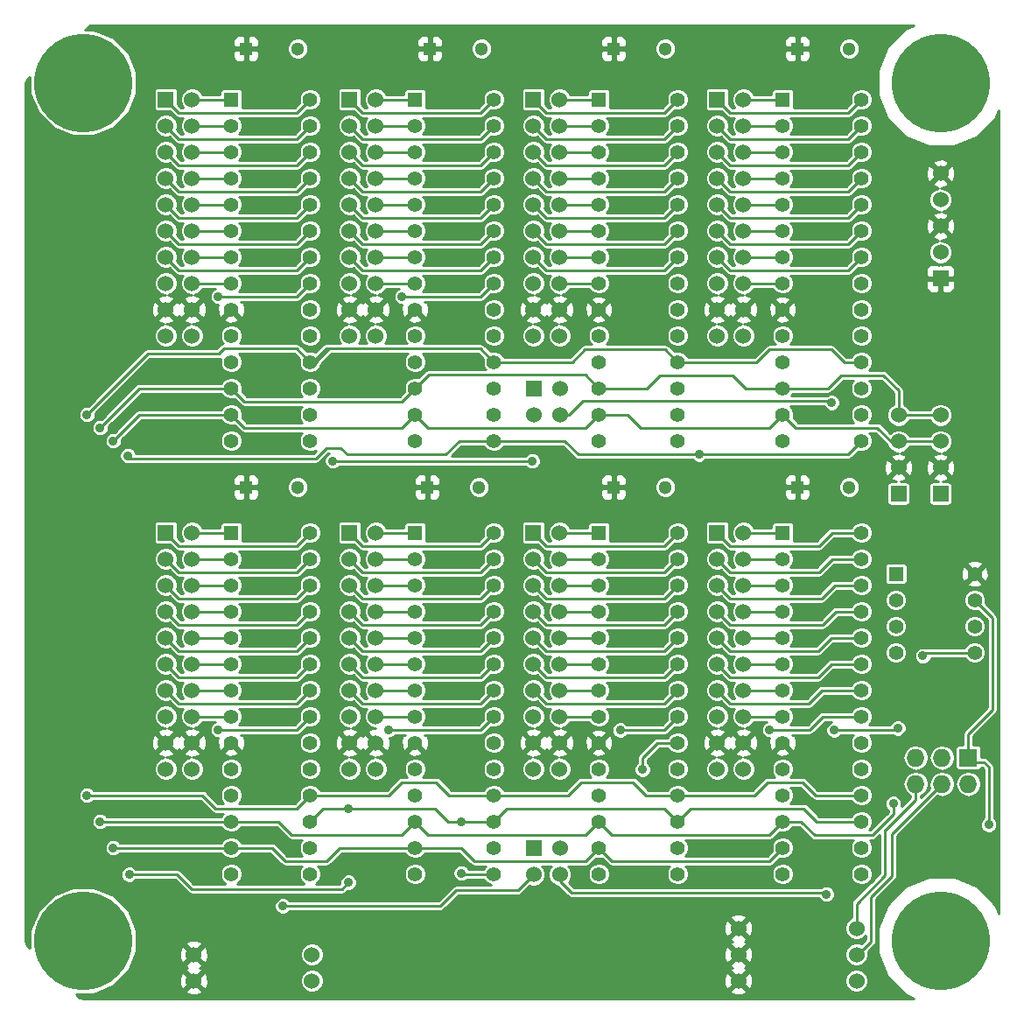
<source format=gtl>
G04 #@! TF.FileFunction,Copper,L1,Top,Signal*
%FSLAX46Y46*%
G04 Gerber Fmt 4.6, Leading zero omitted, Abs format (unit mm)*
G04 Created by KiCad (PCBNEW (after 2015-mar-04 BZR unknown)-product) date 7/17/2015 7:41:00 PM*
%MOMM*%
G01*
G04 APERTURE LIST*
%ADD10C,0.150000*%
%ADD11R,1.524000X1.524000*%
%ADD12C,1.524000*%
%ADD13C,9.525000*%
%ADD14C,1.397000*%
%ADD15R,1.397000X1.397000*%
%ADD16R,1.300000X1.300000*%
%ADD17C,1.300000*%
%ADD18R,1.727200X1.727200*%
%ADD19O,1.727200X1.727200*%
%ADD20C,0.889000*%
%ADD21C,0.254000*%
G04 APERTURE END LIST*
D10*
D11*
X139869000Y-95753000D03*
D12*
X139869000Y-93213000D03*
X139869000Y-90673000D03*
X139869000Y-88133000D03*
D13*
X61000000Y-56000000D03*
X144000000Y-56000000D03*
X61000000Y-139000000D03*
X144000000Y-139000000D03*
D11*
X122310000Y-57620000D03*
D12*
X124850000Y-57620000D03*
X122310000Y-60160000D03*
X124850000Y-60160000D03*
X122310000Y-62700000D03*
X124850000Y-62700000D03*
X122310000Y-65240000D03*
X124850000Y-65240000D03*
X122310000Y-67780000D03*
X124850000Y-67780000D03*
X122310000Y-70320000D03*
X124850000Y-70320000D03*
X122310000Y-72860000D03*
X124850000Y-72860000D03*
X122310000Y-75400000D03*
X124850000Y-75400000D03*
X122310000Y-77940000D03*
X124850000Y-77940000D03*
X122310000Y-80480000D03*
X124850000Y-80480000D03*
D11*
X104530000Y-57620000D03*
D12*
X107070000Y-57620000D03*
X104530000Y-60160000D03*
X107070000Y-60160000D03*
X104530000Y-62700000D03*
X107070000Y-62700000D03*
X104530000Y-65240000D03*
X107070000Y-65240000D03*
X104530000Y-67780000D03*
X107070000Y-67780000D03*
X104530000Y-70320000D03*
X107070000Y-70320000D03*
X104530000Y-72860000D03*
X107070000Y-72860000D03*
X104530000Y-75400000D03*
X107070000Y-75400000D03*
X104530000Y-77940000D03*
X107070000Y-77940000D03*
X104530000Y-80480000D03*
X107070000Y-80480000D03*
D11*
X86750000Y-57620000D03*
D12*
X89290000Y-57620000D03*
X86750000Y-60160000D03*
X89290000Y-60160000D03*
X86750000Y-62700000D03*
X89290000Y-62700000D03*
X86750000Y-65240000D03*
X89290000Y-65240000D03*
X86750000Y-67780000D03*
X89290000Y-67780000D03*
X86750000Y-70320000D03*
X89290000Y-70320000D03*
X86750000Y-72860000D03*
X89290000Y-72860000D03*
X86750000Y-75400000D03*
X89290000Y-75400000D03*
X86750000Y-77940000D03*
X89290000Y-77940000D03*
X86750000Y-80480000D03*
X89290000Y-80480000D03*
D11*
X68970000Y-57620000D03*
D12*
X71510000Y-57620000D03*
X68970000Y-60160000D03*
X71510000Y-60160000D03*
X68970000Y-62700000D03*
X71510000Y-62700000D03*
X68970000Y-65240000D03*
X71510000Y-65240000D03*
X68970000Y-67780000D03*
X71510000Y-67780000D03*
X68970000Y-70320000D03*
X71510000Y-70320000D03*
X68970000Y-72860000D03*
X71510000Y-72860000D03*
X68970000Y-75400000D03*
X71510000Y-75400000D03*
X68970000Y-77940000D03*
X71510000Y-77940000D03*
X68970000Y-80480000D03*
X71510000Y-80480000D03*
D11*
X143933000Y-95753000D03*
D12*
X143933000Y-93213000D03*
X143933000Y-90673000D03*
X143933000Y-88133000D03*
D11*
X86750000Y-99530000D03*
D12*
X89290000Y-99530000D03*
X86750000Y-102070000D03*
X89290000Y-102070000D03*
X86750000Y-104610000D03*
X89290000Y-104610000D03*
X86750000Y-107150000D03*
X89290000Y-107150000D03*
X86750000Y-109690000D03*
X89290000Y-109690000D03*
X86750000Y-112230000D03*
X89290000Y-112230000D03*
X86750000Y-114770000D03*
X89290000Y-114770000D03*
X86750000Y-117310000D03*
X89290000Y-117310000D03*
X86750000Y-119850000D03*
X89290000Y-119850000D03*
X86750000Y-122390000D03*
X89290000Y-122390000D03*
D11*
X104530000Y-99530000D03*
D12*
X107070000Y-99530000D03*
X104530000Y-102070000D03*
X107070000Y-102070000D03*
X104530000Y-104610000D03*
X107070000Y-104610000D03*
X104530000Y-107150000D03*
X107070000Y-107150000D03*
X104530000Y-109690000D03*
X107070000Y-109690000D03*
X104530000Y-112230000D03*
X107070000Y-112230000D03*
X104530000Y-114770000D03*
X107070000Y-114770000D03*
X104530000Y-117310000D03*
X107070000Y-117310000D03*
X104530000Y-119850000D03*
X107070000Y-119850000D03*
X104530000Y-122390000D03*
X107070000Y-122390000D03*
D11*
X122310000Y-99530000D03*
D12*
X124850000Y-99530000D03*
X122310000Y-102070000D03*
X124850000Y-102070000D03*
X122310000Y-104610000D03*
X124850000Y-104610000D03*
X122310000Y-107150000D03*
X124850000Y-107150000D03*
X122310000Y-109690000D03*
X124850000Y-109690000D03*
X122310000Y-112230000D03*
X124850000Y-112230000D03*
X122310000Y-114770000D03*
X124850000Y-114770000D03*
X122310000Y-117310000D03*
X124850000Y-117310000D03*
X122310000Y-119850000D03*
X124850000Y-119850000D03*
X122310000Y-122390000D03*
X124850000Y-122390000D03*
D11*
X104563000Y-130043000D03*
D12*
X107103000Y-130043000D03*
X104563000Y-132583000D03*
X107103000Y-132583000D03*
D11*
X104563000Y-85593000D03*
D12*
X107103000Y-85593000D03*
X104563000Y-88133000D03*
X107103000Y-88133000D03*
D11*
X68970000Y-99530000D03*
D12*
X71510000Y-99530000D03*
X68970000Y-102070000D03*
X71510000Y-102070000D03*
X68970000Y-104610000D03*
X71510000Y-104610000D03*
X68970000Y-107150000D03*
X71510000Y-107150000D03*
X68970000Y-109690000D03*
X71510000Y-109690000D03*
X68970000Y-112230000D03*
X71510000Y-112230000D03*
X68970000Y-114770000D03*
X71510000Y-114770000D03*
X68970000Y-117310000D03*
X71510000Y-117310000D03*
X68970000Y-119850000D03*
X71510000Y-119850000D03*
X68970000Y-122390000D03*
X71510000Y-122390000D03*
D11*
X143933000Y-74925000D03*
D12*
X143933000Y-72385000D03*
X143933000Y-69845000D03*
X143933000Y-67305000D03*
X143933000Y-64765000D03*
X71670000Y-140330000D03*
X83100000Y-140330000D03*
X71670000Y-142870000D03*
X83100000Y-142870000D03*
X135805000Y-140330000D03*
X124375000Y-140330000D03*
X135805000Y-137790000D03*
X124375000Y-137790000D03*
D14*
X75320000Y-60160000D03*
X75320000Y-62700000D03*
X75320000Y-65240000D03*
X75320000Y-67780000D03*
X75320000Y-70320000D03*
X75320000Y-72860000D03*
X75320000Y-75400000D03*
X75320000Y-77940000D03*
X75320000Y-80480000D03*
X75320000Y-83020000D03*
X75320000Y-85560000D03*
X75320000Y-88100000D03*
X75320000Y-90640000D03*
D15*
X75320000Y-57620000D03*
D14*
X82940000Y-90640000D03*
X82940000Y-88100000D03*
X82940000Y-85560000D03*
X82940000Y-83020000D03*
X82940000Y-80480000D03*
X82940000Y-77940000D03*
X82940000Y-75400000D03*
X82940000Y-72860000D03*
X82940000Y-70320000D03*
X82940000Y-67780000D03*
X82940000Y-65240000D03*
X82940000Y-62700000D03*
X82940000Y-60160000D03*
X82940000Y-57620000D03*
X93100000Y-60160000D03*
X93100000Y-62700000D03*
X93100000Y-65240000D03*
X93100000Y-67780000D03*
X93100000Y-70320000D03*
X93100000Y-72860000D03*
X93100000Y-75400000D03*
X93100000Y-77940000D03*
X93100000Y-80480000D03*
X93100000Y-83020000D03*
X93100000Y-85560000D03*
X93100000Y-88100000D03*
X93100000Y-90640000D03*
D15*
X93100000Y-57620000D03*
D14*
X100720000Y-90640000D03*
X100720000Y-88100000D03*
X100720000Y-85560000D03*
X100720000Y-83020000D03*
X100720000Y-80480000D03*
X100720000Y-77940000D03*
X100720000Y-75400000D03*
X100720000Y-72860000D03*
X100720000Y-70320000D03*
X100720000Y-67780000D03*
X100720000Y-65240000D03*
X100720000Y-62700000D03*
X100720000Y-60160000D03*
X100720000Y-57620000D03*
X110880000Y-60160000D03*
X110880000Y-62700000D03*
X110880000Y-65240000D03*
X110880000Y-67780000D03*
X110880000Y-70320000D03*
X110880000Y-72860000D03*
X110880000Y-75400000D03*
X110880000Y-77940000D03*
X110880000Y-80480000D03*
X110880000Y-83020000D03*
X110880000Y-85560000D03*
X110880000Y-88100000D03*
X110880000Y-90640000D03*
D15*
X110880000Y-57620000D03*
D14*
X118500000Y-90640000D03*
X118500000Y-88100000D03*
X118500000Y-85560000D03*
X118500000Y-83020000D03*
X118500000Y-80480000D03*
X118500000Y-77940000D03*
X118500000Y-75400000D03*
X118500000Y-72860000D03*
X118500000Y-70320000D03*
X118500000Y-67780000D03*
X118500000Y-65240000D03*
X118500000Y-62700000D03*
X118500000Y-60160000D03*
X118500000Y-57620000D03*
X128660000Y-60160000D03*
X128660000Y-62700000D03*
X128660000Y-65240000D03*
X128660000Y-67780000D03*
X128660000Y-70320000D03*
X128660000Y-72860000D03*
X128660000Y-75400000D03*
X128660000Y-77940000D03*
X128660000Y-80480000D03*
X128660000Y-83020000D03*
X128660000Y-85560000D03*
X128660000Y-88100000D03*
X128660000Y-90640000D03*
D15*
X128660000Y-57620000D03*
D14*
X136280000Y-90640000D03*
X136280000Y-88100000D03*
X136280000Y-85560000D03*
X136280000Y-83020000D03*
X136280000Y-80480000D03*
X136280000Y-77940000D03*
X136280000Y-75400000D03*
X136280000Y-72860000D03*
X136280000Y-70320000D03*
X136280000Y-67780000D03*
X136280000Y-65240000D03*
X136280000Y-62700000D03*
X136280000Y-60160000D03*
X136280000Y-57620000D03*
X75320000Y-102070000D03*
X75320000Y-104610000D03*
X75320000Y-107150000D03*
X75320000Y-109690000D03*
X75320000Y-112230000D03*
X75320000Y-114770000D03*
X75320000Y-117310000D03*
X75320000Y-119850000D03*
X75320000Y-122390000D03*
X75320000Y-124930000D03*
X75320000Y-127470000D03*
X75320000Y-130010000D03*
X75320000Y-132550000D03*
D15*
X75320000Y-99530000D03*
D14*
X82940000Y-132550000D03*
X82940000Y-130010000D03*
X82940000Y-127470000D03*
X82940000Y-124930000D03*
X82940000Y-122390000D03*
X82940000Y-119850000D03*
X82940000Y-117310000D03*
X82940000Y-114770000D03*
X82940000Y-112230000D03*
X82940000Y-109690000D03*
X82940000Y-107150000D03*
X82940000Y-104610000D03*
X82940000Y-102070000D03*
X82940000Y-99530000D03*
X93100000Y-102070000D03*
X93100000Y-104610000D03*
X93100000Y-107150000D03*
X93100000Y-109690000D03*
X93100000Y-112230000D03*
X93100000Y-114770000D03*
X93100000Y-117310000D03*
X93100000Y-119850000D03*
X93100000Y-122390000D03*
X93100000Y-124930000D03*
X93100000Y-127470000D03*
X93100000Y-130010000D03*
X93100000Y-132550000D03*
D15*
X93100000Y-99530000D03*
D14*
X100720000Y-132550000D03*
X100720000Y-130010000D03*
X100720000Y-127470000D03*
X100720000Y-124930000D03*
X100720000Y-122390000D03*
X100720000Y-119850000D03*
X100720000Y-117310000D03*
X100720000Y-114770000D03*
X100720000Y-112230000D03*
X100720000Y-109690000D03*
X100720000Y-107150000D03*
X100720000Y-104610000D03*
X100720000Y-102070000D03*
X100720000Y-99530000D03*
X110880000Y-102070000D03*
X110880000Y-104610000D03*
X110880000Y-107150000D03*
X110880000Y-109690000D03*
X110880000Y-112230000D03*
X110880000Y-114770000D03*
X110880000Y-117310000D03*
X110880000Y-119850000D03*
X110880000Y-122390000D03*
X110880000Y-124930000D03*
X110880000Y-127470000D03*
X110880000Y-130010000D03*
X110880000Y-132550000D03*
D15*
X110880000Y-99530000D03*
D14*
X118500000Y-132550000D03*
X118500000Y-130010000D03*
X118500000Y-127470000D03*
X118500000Y-124930000D03*
X118500000Y-122390000D03*
X118500000Y-119850000D03*
X118500000Y-117310000D03*
X118500000Y-114770000D03*
X118500000Y-112230000D03*
X118500000Y-109690000D03*
X118500000Y-107150000D03*
X118500000Y-104610000D03*
X118500000Y-102070000D03*
X118500000Y-99530000D03*
X128660000Y-102070000D03*
X128660000Y-104610000D03*
X128660000Y-107150000D03*
X128660000Y-109690000D03*
X128660000Y-112230000D03*
X128660000Y-114770000D03*
X128660000Y-117310000D03*
X128660000Y-119850000D03*
X128660000Y-122390000D03*
X128660000Y-124930000D03*
X128660000Y-127470000D03*
X128660000Y-130010000D03*
X128660000Y-132550000D03*
D15*
X128660000Y-99530000D03*
D14*
X136280000Y-132550000D03*
X136280000Y-130010000D03*
X136280000Y-127470000D03*
X136280000Y-124930000D03*
X136280000Y-122390000D03*
X136280000Y-119850000D03*
X136280000Y-117310000D03*
X136280000Y-114770000D03*
X136280000Y-112230000D03*
X136280000Y-109690000D03*
X136280000Y-107150000D03*
X136280000Y-104610000D03*
X136280000Y-102070000D03*
X136280000Y-99530000D03*
D15*
X139615000Y-103500000D03*
D14*
X139615000Y-106040000D03*
X139615000Y-108580000D03*
X139615000Y-111120000D03*
X147235000Y-111120000D03*
X147235000Y-108580000D03*
X147235000Y-106040000D03*
X147235000Y-103500000D03*
D16*
X76750000Y-52700000D03*
D17*
X81750000Y-52700000D03*
D16*
X94530000Y-52700000D03*
D17*
X99530000Y-52700000D03*
D16*
X112310000Y-52700000D03*
D17*
X117310000Y-52700000D03*
D16*
X130090000Y-52700000D03*
D17*
X135090000Y-52700000D03*
D16*
X76750000Y-95118000D03*
D17*
X81750000Y-95118000D03*
D16*
X94276000Y-95118000D03*
D17*
X99276000Y-95118000D03*
D16*
X112310000Y-95118000D03*
D17*
X117310000Y-95118000D03*
D16*
X130090000Y-95118000D03*
D17*
X135090000Y-95118000D03*
D18*
X146600000Y-121280000D03*
D19*
X146600000Y-123820000D03*
X144060000Y-121280000D03*
X144060000Y-123820000D03*
X141520000Y-121280000D03*
X141520000Y-123820000D03*
D12*
X124375000Y-142870000D03*
X135805000Y-142870000D03*
D20*
X74050000Y-76670000D03*
X104436000Y-92578000D03*
X85132000Y-92578000D03*
X61350000Y-88100000D03*
X61350000Y-124930000D03*
X62620000Y-89370000D03*
X62620000Y-127470000D03*
X139361000Y-125725000D03*
X133646000Y-118613000D03*
X63890000Y-90640000D03*
X63890000Y-130010000D03*
X139805500Y-118422500D03*
X142218500Y-111437500D03*
X97578000Y-132456000D03*
X97578000Y-127503000D03*
X86656000Y-126233000D03*
X86656000Y-133345000D03*
X65447000Y-132583000D03*
X65320000Y-92070000D03*
X120565000Y-91943000D03*
X91830000Y-76670000D03*
X133392000Y-86926500D03*
X74050000Y-118580000D03*
X80306000Y-135631000D03*
X90560000Y-118580000D03*
X112945000Y-118613000D03*
X115104000Y-122423000D03*
X127390000Y-118580000D03*
X132884000Y-134488000D03*
X148590000Y-127762000D03*
D21*
X74050000Y-76670000D02*
X81670000Y-76670000D01*
X81670000Y-76670000D02*
X82940000Y-75400000D01*
X70240000Y-74130000D02*
X81670000Y-74130000D01*
X81670000Y-74130000D02*
X82940000Y-72860000D01*
X68970000Y-72860000D02*
X70240000Y-74130000D01*
X71510000Y-62700000D02*
X75320000Y-62700000D01*
X71510000Y-65240000D02*
X75320000Y-65240000D01*
X71510000Y-67780000D02*
X75320000Y-67780000D01*
X71510000Y-70320000D02*
X75320000Y-70320000D01*
X71510000Y-72860000D02*
X75320000Y-72860000D01*
X71510000Y-75400000D02*
X75320000Y-75400000D01*
X70240000Y-71590000D02*
X81670000Y-71590000D01*
X68970000Y-70320000D02*
X70240000Y-71590000D01*
X81670000Y-71590000D02*
X82940000Y-70320000D01*
X70240000Y-69050000D02*
X81670000Y-69050000D01*
X68970000Y-67780000D02*
X70240000Y-69050000D01*
X81670000Y-69050000D02*
X82940000Y-67780000D01*
X70240000Y-66510000D02*
X81670000Y-66510000D01*
X81670000Y-66510000D02*
X82940000Y-65240000D01*
X68970000Y-65240000D02*
X70240000Y-66510000D01*
X70240000Y-63970000D02*
X81670000Y-63970000D01*
X81670000Y-63970000D02*
X82940000Y-62700000D01*
X68970000Y-62700000D02*
X70240000Y-63970000D01*
X68970000Y-60160000D02*
X70240000Y-61430000D01*
X70240000Y-61430000D02*
X81670000Y-61430000D01*
X81670000Y-61430000D02*
X82940000Y-60160000D01*
X68970000Y-57620000D02*
X70240000Y-58890000D01*
X70240000Y-58890000D02*
X81670000Y-58890000D01*
X81670000Y-58890000D02*
X82940000Y-57620000D01*
X71510000Y-57620000D02*
X75320000Y-57620000D01*
X71510000Y-60160000D02*
X75320000Y-60160000D01*
X85132000Y-92578000D02*
X104436000Y-92578000D01*
X81670000Y-126200000D02*
X73796000Y-126200000D01*
X82940000Y-124930000D02*
X81670000Y-126200000D01*
X91830000Y-123660000D02*
X95132000Y-123660000D01*
X90560000Y-124930000D02*
X91830000Y-123660000D01*
X82940000Y-124930000D02*
X90560000Y-124930000D01*
X109168000Y-123660000D02*
X114182000Y-123660000D01*
X136280000Y-124930000D02*
X136450000Y-124930000D01*
X100720000Y-83020000D02*
X105325000Y-83020000D01*
X134629000Y-83020000D02*
X136280000Y-83020000D01*
X96402000Y-124930000D02*
X95132000Y-123660000D01*
X100720000Y-124930000D02*
X96402000Y-124930000D01*
X72526000Y-124930000D02*
X73796000Y-126200000D01*
X61350000Y-124930000D02*
X72526000Y-124930000D01*
X107898000Y-124930000D02*
X109168000Y-123660000D01*
X100720000Y-124930000D02*
X107898000Y-124930000D01*
X125932000Y-124930000D02*
X127202000Y-123660000D01*
X130565000Y-123660000D02*
X127202000Y-123660000D01*
X118500000Y-124930000D02*
X125932000Y-124930000D01*
X114182000Y-123660000D02*
X115452000Y-124930000D01*
X115452000Y-124930000D02*
X118500000Y-124930000D01*
X131835000Y-124930000D02*
X130565000Y-123660000D01*
X136280000Y-124930000D02*
X131835000Y-124930000D01*
X84497000Y-81719500D02*
X99419500Y-81719500D01*
X83196500Y-83020000D02*
X84497000Y-81719500D01*
X82940000Y-83020000D02*
X83196500Y-83020000D01*
X83514000Y-83020000D02*
X82940000Y-83020000D01*
X84814500Y-81719500D02*
X83514000Y-83020000D01*
X99419500Y-81719500D02*
X84814500Y-81719500D01*
X100720000Y-83020000D02*
X99419500Y-81719500D01*
X81639500Y-81719500D02*
X74591000Y-81719500D01*
X74591000Y-81719500D02*
X74083000Y-82227500D01*
X74083000Y-82227500D02*
X67222500Y-82227500D01*
X67222500Y-82227500D02*
X61350000Y-88100000D01*
X82940000Y-83020000D02*
X81639500Y-81719500D01*
X108279000Y-83020000D02*
X109516000Y-81783000D01*
X109516000Y-81783000D02*
X117263000Y-81783000D01*
X117263000Y-81783000D02*
X118500000Y-83020000D01*
X105325000Y-83020000D02*
X108279000Y-83020000D01*
X126122500Y-83020000D02*
X127359500Y-81783000D01*
X127359500Y-81783000D02*
X133392000Y-81783000D01*
X133392000Y-81783000D02*
X134629000Y-83020000D01*
X118500000Y-83020000D02*
X126122500Y-83020000D01*
X143933000Y-88133000D02*
X139869000Y-88133000D01*
X91830000Y-86830000D02*
X76590000Y-86830000D01*
X76590000Y-86830000D02*
X75320000Y-85560000D01*
X93100000Y-85560000D02*
X91830000Y-86830000D01*
X81162000Y-128740000D02*
X91830000Y-128740000D01*
X91830000Y-128740000D02*
X93100000Y-127470000D01*
X127390000Y-128740000D02*
X128660000Y-127470000D01*
X112150000Y-128740000D02*
X127390000Y-128740000D01*
X110880000Y-127470000D02*
X112150000Y-128740000D01*
X75320000Y-127470000D02*
X62620000Y-127470000D01*
X66430000Y-85560000D02*
X62620000Y-89370000D01*
X75320000Y-85560000D02*
X66430000Y-85560000D01*
X94370000Y-128740000D02*
X109610000Y-128740000D01*
X109610000Y-128740000D02*
X110880000Y-127470000D01*
X93100000Y-127470000D02*
X94370000Y-128740000D01*
X134314000Y-84290000D02*
X138375500Y-84290000D01*
X128660000Y-85560000D02*
X133044000Y-85560000D01*
X133044000Y-85560000D02*
X134314000Y-84290000D01*
X110880000Y-85560000D02*
X111388000Y-85560000D01*
X79892000Y-127470000D02*
X81162000Y-128740000D01*
X75320000Y-127470000D02*
X79892000Y-127470000D01*
X130438000Y-127470000D02*
X131741000Y-128773000D01*
X131741000Y-128773000D02*
X137329000Y-128773000D01*
X137329000Y-128773000D02*
X139361000Y-126741000D01*
X139361000Y-126741000D02*
X139361000Y-126360000D01*
X128660000Y-127470000D02*
X130438000Y-127470000D01*
X94403000Y-84259500D02*
X109579500Y-84259500D01*
X109579500Y-84259500D02*
X110880000Y-85560000D01*
X93102500Y-85560000D02*
X94403000Y-84259500D01*
X93100000Y-85560000D02*
X93102500Y-85560000D01*
X115518000Y-85560000D02*
X116755000Y-84323000D01*
X116755000Y-84323000D02*
X123803500Y-84323000D01*
X110880000Y-85560000D02*
X115518000Y-85560000D01*
X125040500Y-85560000D02*
X123803500Y-84323000D01*
X128660000Y-85560000D02*
X125040500Y-85560000D01*
X139869000Y-85783500D02*
X138375500Y-84290000D01*
X139869000Y-88133000D02*
X139869000Y-85783500D01*
X139361000Y-126360000D02*
X139361000Y-125725000D01*
X139869000Y-90673000D02*
X139107000Y-90673000D01*
X139107000Y-90673000D02*
X137804000Y-89370000D01*
X143933000Y-90673000D02*
X139869000Y-90673000D01*
X137804000Y-89370000D02*
X129930000Y-89370000D01*
X129930000Y-89370000D02*
X128660000Y-88100000D01*
X109610000Y-89370000D02*
X94370000Y-89370000D01*
X94370000Y-89370000D02*
X93100000Y-88100000D01*
X110880000Y-88100000D02*
X109610000Y-89370000D01*
X91830000Y-89370000D02*
X76590000Y-89370000D01*
X76590000Y-89370000D02*
X75320000Y-88100000D01*
X93100000Y-88100000D02*
X91830000Y-89370000D01*
X80527000Y-131280000D02*
X84530000Y-131280000D01*
X98815000Y-131280000D02*
X109610000Y-131280000D01*
X109610000Y-131280000D02*
X110880000Y-130010000D01*
X75320000Y-88100000D02*
X66430000Y-88100000D01*
X66430000Y-88100000D02*
X63890000Y-90640000D01*
X75320000Y-130010000D02*
X63890000Y-130010000D01*
X112150000Y-131280000D02*
X127390000Y-131280000D01*
X127390000Y-131280000D02*
X128660000Y-130010000D01*
X110880000Y-130010000D02*
X112150000Y-131280000D01*
X128660000Y-88100000D02*
X127390000Y-89370000D01*
X97545000Y-130010000D02*
X98815000Y-131280000D01*
X93100000Y-130010000D02*
X97545000Y-130010000D01*
X85800000Y-130010000D02*
X84530000Y-131280000D01*
X93100000Y-130010000D02*
X85800000Y-130010000D01*
X79257000Y-130010000D02*
X80527000Y-131280000D01*
X75320000Y-130010000D02*
X79257000Y-130010000D01*
X127390000Y-89370000D02*
X128660000Y-88100000D01*
X93100000Y-88100000D02*
X93547000Y-88100000D01*
X116755000Y-89370000D02*
X127390000Y-89370000D01*
X116755000Y-89370000D02*
X114880500Y-89370000D01*
X113610500Y-88100000D02*
X114880500Y-89370000D01*
X110880000Y-88100000D02*
X113610500Y-88100000D01*
X139615000Y-118613000D02*
X139805500Y-118422500D01*
X142218500Y-111437500D02*
X142536000Y-111120000D01*
X142536000Y-111120000D02*
X147235000Y-111120000D01*
X133646000Y-118613000D02*
X139615000Y-118613000D01*
X119770000Y-126200000D02*
X130692000Y-126200000D01*
X118500000Y-127470000D02*
X119770000Y-126200000D01*
X117230000Y-126200000D02*
X118500000Y-127470000D01*
X101990000Y-126200000D02*
X117230000Y-126200000D01*
X100720000Y-127470000D02*
X101990000Y-126200000D01*
X134977000Y-91943000D02*
X136280000Y-90640000D01*
X100720000Y-90640000D02*
X107578000Y-90640000D01*
X107578000Y-90640000D02*
X108881000Y-91943000D01*
X120565000Y-91943000D02*
X134977000Y-91943000D01*
X108881000Y-91943000D02*
X120565000Y-91943000D01*
X100720000Y-127470000D02*
X97578000Y-127470000D01*
X84210000Y-126200000D02*
X82940000Y-127470000D01*
X97578000Y-127470000D02*
X96275000Y-127470000D01*
X96275000Y-127470000D02*
X95005000Y-126200000D01*
X86656000Y-126200000D02*
X95005000Y-126200000D01*
X84210000Y-126200000D02*
X86656000Y-126200000D01*
X131962000Y-127470000D02*
X130692000Y-126200000D01*
X136280000Y-127470000D02*
X131962000Y-127470000D01*
X97672000Y-132550000D02*
X97578000Y-132456000D01*
X100720000Y-132550000D02*
X97672000Y-132550000D01*
X97578000Y-127503000D02*
X97578000Y-127470000D01*
X100560000Y-90800000D02*
X100720000Y-90640000D01*
X97357000Y-90640000D02*
X96054000Y-91943000D01*
X96054000Y-91943000D02*
X86529000Y-91943000D01*
X86529000Y-91943000D02*
X85894000Y-91308000D01*
X85894000Y-91308000D02*
X84497000Y-91308000D01*
X84497000Y-91308000D02*
X83481000Y-92324000D01*
X83481000Y-92324000D02*
X79290000Y-92324000D01*
X100720000Y-90640000D02*
X97357000Y-90640000D01*
X86656000Y-126233000D02*
X86656000Y-126200000D01*
X70082500Y-132583000D02*
X71479500Y-133980000D01*
X84243000Y-133980000D02*
X71479500Y-133980000D01*
X84243000Y-133980000D02*
X86021000Y-133980000D01*
X86021000Y-133980000D02*
X86656000Y-133345000D01*
X65447000Y-132583000D02*
X70082500Y-132583000D01*
X65574000Y-92324000D02*
X65320000Y-92070000D01*
X79290000Y-92324000D02*
X65574000Y-92324000D01*
X91830000Y-76670000D02*
X99450000Y-76670000D01*
X99450000Y-76670000D02*
X100720000Y-75400000D01*
X88020000Y-74130000D02*
X99450000Y-74130000D01*
X99450000Y-74130000D02*
X100720000Y-72860000D01*
X86750000Y-72860000D02*
X88020000Y-74130000D01*
X89290000Y-62700000D02*
X93100000Y-62700000D01*
X89290000Y-65240000D02*
X93100000Y-65240000D01*
X89290000Y-67780000D02*
X93100000Y-67780000D01*
X89290000Y-70320000D02*
X93100000Y-70320000D01*
X89290000Y-72860000D02*
X93100000Y-72860000D01*
X89290000Y-75400000D02*
X93100000Y-75400000D01*
X86750000Y-70320000D02*
X88020000Y-71590000D01*
X88020000Y-71590000D02*
X99450000Y-71590000D01*
X99450000Y-71590000D02*
X100720000Y-70320000D01*
X86750000Y-67780000D02*
X88020000Y-69050000D01*
X88020000Y-69050000D02*
X99450000Y-69050000D01*
X99450000Y-69050000D02*
X100720000Y-67780000D01*
X88020000Y-66510000D02*
X99450000Y-66510000D01*
X99450000Y-66510000D02*
X100720000Y-65240000D01*
X86750000Y-65240000D02*
X88020000Y-66510000D01*
X88020000Y-63970000D02*
X99450000Y-63970000D01*
X99450000Y-63970000D02*
X100720000Y-62700000D01*
X86750000Y-62700000D02*
X88020000Y-63970000D01*
X86750000Y-60160000D02*
X88020000Y-61430000D01*
X88020000Y-61430000D02*
X99450000Y-61430000D01*
X99450000Y-61430000D02*
X100720000Y-60160000D01*
X86750000Y-57620000D02*
X88020000Y-58890000D01*
X88020000Y-58890000D02*
X99450000Y-58890000D01*
X99450000Y-58890000D02*
X100720000Y-57620000D01*
X89290000Y-57620000D02*
X93100000Y-57620000D01*
X89290000Y-60160000D02*
X93100000Y-60160000D01*
X105800000Y-74130000D02*
X117230000Y-74130000D01*
X117230000Y-74130000D02*
X118500000Y-72860000D01*
X104530000Y-72860000D02*
X105800000Y-74130000D01*
X107070000Y-62700000D02*
X110880000Y-62700000D01*
X107070000Y-65240000D02*
X110880000Y-65240000D01*
X107070000Y-67780000D02*
X110880000Y-67780000D01*
X107070000Y-70320000D02*
X110880000Y-70320000D01*
X107070000Y-72860000D02*
X110880000Y-72860000D01*
X107070000Y-75400000D02*
X110880000Y-75400000D01*
X104530000Y-70320000D02*
X105800000Y-71590000D01*
X105800000Y-71590000D02*
X117230000Y-71590000D01*
X117230000Y-71590000D02*
X118500000Y-70320000D01*
X104530000Y-67780000D02*
X105800000Y-69050000D01*
X105800000Y-69050000D02*
X117230000Y-69050000D01*
X117230000Y-69050000D02*
X118500000Y-67780000D01*
X105800000Y-66510000D02*
X117230000Y-66510000D01*
X117230000Y-66510000D02*
X118500000Y-65240000D01*
X104530000Y-65240000D02*
X105800000Y-66510000D01*
X105800000Y-63970000D02*
X117230000Y-63970000D01*
X117230000Y-63970000D02*
X118500000Y-62700000D01*
X104530000Y-62700000D02*
X105800000Y-63970000D01*
X104530000Y-60160000D02*
X105800000Y-61430000D01*
X105800000Y-61430000D02*
X117230000Y-61430000D01*
X117230000Y-61430000D02*
X118500000Y-60160000D01*
X104530000Y-57620000D02*
X105800000Y-58890000D01*
X105800000Y-58890000D02*
X117230000Y-58890000D01*
X117230000Y-58890000D02*
X118500000Y-57620000D01*
X107070000Y-57620000D02*
X110880000Y-57620000D01*
X107070000Y-60160000D02*
X110880000Y-60160000D01*
X123580000Y-74130000D02*
X135010000Y-74130000D01*
X135010000Y-74130000D02*
X136280000Y-72860000D01*
X122310000Y-72860000D02*
X123580000Y-74130000D01*
X124850000Y-62700000D02*
X128660000Y-62700000D01*
X124850000Y-65240000D02*
X128660000Y-65240000D01*
X124850000Y-67780000D02*
X128660000Y-67780000D01*
X124850000Y-70320000D02*
X128660000Y-70320000D01*
X124850000Y-72860000D02*
X128660000Y-72860000D01*
X124850000Y-75400000D02*
X128660000Y-75400000D01*
X122310000Y-70320000D02*
X123580000Y-71590000D01*
X123580000Y-71590000D02*
X135010000Y-71590000D01*
X135010000Y-71590000D02*
X136280000Y-70320000D01*
X122310000Y-67780000D02*
X123580000Y-69050000D01*
X123580000Y-69050000D02*
X135010000Y-69050000D01*
X135010000Y-69050000D02*
X136280000Y-67780000D01*
X123580000Y-66510000D02*
X135010000Y-66510000D01*
X135010000Y-66510000D02*
X136280000Y-65240000D01*
X122310000Y-65240000D02*
X123580000Y-66510000D01*
X123580000Y-63970000D02*
X135010000Y-63970000D01*
X135010000Y-63970000D02*
X136280000Y-62700000D01*
X122310000Y-62700000D02*
X123580000Y-63970000D01*
X122310000Y-60160000D02*
X123580000Y-61430000D01*
X123580000Y-61430000D02*
X135010000Y-61430000D01*
X135010000Y-61430000D02*
X136280000Y-60160000D01*
X122310000Y-57620000D02*
X123580000Y-58890000D01*
X123580000Y-58890000D02*
X135010000Y-58890000D01*
X135010000Y-58890000D02*
X136280000Y-57620000D01*
X124850000Y-57620000D02*
X128660000Y-57620000D01*
X124850000Y-60160000D02*
X128660000Y-60160000D01*
X107992000Y-88133000D02*
X109325500Y-86799500D01*
X109325500Y-86799500D02*
X123803500Y-86799500D01*
X107103000Y-88133000D02*
X107992000Y-88133000D01*
X133265000Y-86799500D02*
X133392000Y-86926500D01*
X123803500Y-86799500D02*
X133265000Y-86799500D01*
X74050000Y-118580000D02*
X81670000Y-118580000D01*
X81670000Y-118580000D02*
X82940000Y-117310000D01*
X81670000Y-116040000D02*
X82940000Y-114770000D01*
X70240000Y-116040000D02*
X81670000Y-116040000D01*
X68970000Y-114770000D02*
X70240000Y-116040000D01*
X71510000Y-104610000D02*
X75320000Y-104610000D01*
X71510000Y-107150000D02*
X75320000Y-107150000D01*
X71510000Y-109690000D02*
X75320000Y-109690000D01*
X71510000Y-112230000D02*
X75320000Y-112230000D01*
X71510000Y-114770000D02*
X75320000Y-114770000D01*
X71510000Y-117310000D02*
X75320000Y-117310000D01*
X81670000Y-113500000D02*
X82940000Y-112230000D01*
X70240000Y-113500000D02*
X81670000Y-113500000D01*
X68970000Y-112230000D02*
X70240000Y-113500000D01*
X81670000Y-110960000D02*
X82940000Y-109690000D01*
X70240000Y-110960000D02*
X81670000Y-110960000D01*
X68970000Y-109690000D02*
X70240000Y-110960000D01*
X81670000Y-108420000D02*
X82940000Y-107150000D01*
X70240000Y-108420000D02*
X81670000Y-108420000D01*
X68970000Y-107150000D02*
X70240000Y-108420000D01*
X81670000Y-105880000D02*
X82940000Y-104610000D01*
X70240000Y-105880000D02*
X81670000Y-105880000D01*
X68970000Y-104610000D02*
X70240000Y-105880000D01*
X81670000Y-103340000D02*
X82940000Y-102070000D01*
X70240000Y-103340000D02*
X81670000Y-103340000D01*
X68970000Y-102070000D02*
X70240000Y-103340000D01*
X81670000Y-100800000D02*
X82940000Y-99530000D01*
X70240000Y-100800000D02*
X81670000Y-100800000D01*
X68970000Y-99530000D02*
X70240000Y-100800000D01*
X71510000Y-99530000D02*
X75320000Y-99530000D01*
X71510000Y-102070000D02*
X75320000Y-102070000D01*
X103039000Y-134107000D02*
X104563000Y-132583000D01*
X97705000Y-134107000D02*
X103039000Y-134107000D01*
X80306000Y-135631000D02*
X95546000Y-135631000D01*
X95546000Y-135631000D02*
X97070000Y-134107000D01*
X97070000Y-134107000D02*
X97705000Y-134107000D01*
X90560000Y-118580000D02*
X99450000Y-118580000D01*
X99450000Y-118580000D02*
X100720000Y-117310000D01*
X99450000Y-116040000D02*
X100720000Y-114770000D01*
X88020000Y-116040000D02*
X99450000Y-116040000D01*
X86750000Y-114770000D02*
X88020000Y-116040000D01*
X89290000Y-104610000D02*
X93100000Y-104610000D01*
X89290000Y-107150000D02*
X93100000Y-107150000D01*
X89290000Y-109690000D02*
X93100000Y-109690000D01*
X89290000Y-112230000D02*
X93100000Y-112230000D01*
X89290000Y-114770000D02*
X93100000Y-114770000D01*
X89290000Y-117310000D02*
X93100000Y-117310000D01*
X99450000Y-113500000D02*
X100720000Y-112230000D01*
X88020000Y-113500000D02*
X99450000Y-113500000D01*
X86750000Y-112230000D02*
X88020000Y-113500000D01*
X99450000Y-110960000D02*
X100720000Y-109690000D01*
X88020000Y-110960000D02*
X99450000Y-110960000D01*
X86750000Y-109690000D02*
X88020000Y-110960000D01*
X99450000Y-108420000D02*
X100720000Y-107150000D01*
X88020000Y-108420000D02*
X99450000Y-108420000D01*
X86750000Y-107150000D02*
X88020000Y-108420000D01*
X99450000Y-105880000D02*
X100720000Y-104610000D01*
X88020000Y-105880000D02*
X99450000Y-105880000D01*
X86750000Y-104610000D02*
X88020000Y-105880000D01*
X99450000Y-103340000D02*
X100720000Y-102070000D01*
X88020000Y-103340000D02*
X99450000Y-103340000D01*
X86750000Y-102070000D02*
X88020000Y-103340000D01*
X99450000Y-100800000D02*
X100720000Y-99530000D01*
X88020000Y-100800000D02*
X99450000Y-100800000D01*
X86750000Y-99530000D02*
X88020000Y-100800000D01*
X89290000Y-99530000D02*
X93100000Y-99530000D01*
X89290000Y-102070000D02*
X93100000Y-102070000D01*
X112945000Y-118613000D02*
X112945000Y-118580000D01*
X112945000Y-118580000D02*
X117230000Y-118580000D01*
X117230000Y-118580000D02*
X118500000Y-117310000D01*
X117230000Y-116040000D02*
X118500000Y-114770000D01*
X105800000Y-116040000D02*
X117230000Y-116040000D01*
X104530000Y-114770000D02*
X105800000Y-116040000D01*
X107070000Y-104610000D02*
X110880000Y-104610000D01*
X107070000Y-107150000D02*
X110880000Y-107150000D01*
X107070000Y-109690000D02*
X110880000Y-109690000D01*
X107070000Y-112230000D02*
X110880000Y-112230000D01*
X107070000Y-114770000D02*
X110880000Y-114770000D01*
X107070000Y-117310000D02*
X110880000Y-117310000D01*
X117230000Y-113500000D02*
X118500000Y-112230000D01*
X105800000Y-113500000D02*
X117230000Y-113500000D01*
X104530000Y-112230000D02*
X105800000Y-113500000D01*
X117230000Y-110960000D02*
X118500000Y-109690000D01*
X105800000Y-110960000D02*
X117230000Y-110960000D01*
X104530000Y-109690000D02*
X105800000Y-110960000D01*
X117230000Y-108420000D02*
X118500000Y-107150000D01*
X105800000Y-108420000D02*
X117230000Y-108420000D01*
X104530000Y-107150000D02*
X105800000Y-108420000D01*
X117230000Y-105880000D02*
X118500000Y-104610000D01*
X105800000Y-105880000D02*
X117230000Y-105880000D01*
X104530000Y-104610000D02*
X105800000Y-105880000D01*
X117230000Y-103340000D02*
X118500000Y-102070000D01*
X105800000Y-103340000D02*
X117230000Y-103340000D01*
X104530000Y-102070000D02*
X105800000Y-103340000D01*
X117230000Y-100800000D02*
X118500000Y-99530000D01*
X105800000Y-100800000D02*
X117230000Y-100800000D01*
X104530000Y-99530000D02*
X105800000Y-100800000D01*
X107070000Y-99530000D02*
X110880000Y-99530000D01*
X107070000Y-102070000D02*
X110880000Y-102070000D01*
X115104000Y-121280000D02*
X116534000Y-119850000D01*
X116534000Y-119850000D02*
X118500000Y-119850000D01*
X115104000Y-122423000D02*
X115104000Y-121280000D01*
X136280000Y-117310000D02*
X132536000Y-117310000D01*
X132536000Y-117310000D02*
X131266000Y-118580000D01*
X127390000Y-118580000D02*
X131266000Y-118580000D01*
X136280000Y-114770000D02*
X132470000Y-114770000D01*
X132470000Y-114770000D02*
X131200000Y-116040000D01*
X123580000Y-116040000D02*
X131200000Y-116040000D01*
X122310000Y-114770000D02*
X123580000Y-116040000D01*
X124850000Y-104610000D02*
X128660000Y-104610000D01*
X124850000Y-107150000D02*
X128660000Y-107150000D01*
X124850000Y-109690000D02*
X128660000Y-109690000D01*
X124850000Y-112230000D02*
X128660000Y-112230000D01*
X124850000Y-114770000D02*
X128660000Y-114770000D01*
X124850000Y-117310000D02*
X128660000Y-117310000D01*
X123580000Y-113500000D02*
X132091500Y-113500000D01*
X122310000Y-112230000D02*
X123580000Y-113500000D01*
X133361500Y-112230000D02*
X132091500Y-113500000D01*
X136280000Y-112230000D02*
X133361500Y-112230000D01*
X123580000Y-110960000D02*
X132091500Y-110960000D01*
X122310000Y-109690000D02*
X123580000Y-110960000D01*
X133361500Y-109690000D02*
X132091500Y-110960000D01*
X136280000Y-109690000D02*
X133361500Y-109690000D01*
X123580000Y-108420000D02*
X132536000Y-108420000D01*
X122310000Y-107150000D02*
X123580000Y-108420000D01*
X133806000Y-107150000D02*
X132536000Y-108420000D01*
X136280000Y-107150000D02*
X133806000Y-107150000D01*
X123580000Y-105880000D02*
X132409000Y-105880000D01*
X122310000Y-104610000D02*
X123580000Y-105880000D01*
X133679000Y-104610000D02*
X132409000Y-105880000D01*
X136280000Y-104610000D02*
X133679000Y-104610000D01*
X123580000Y-103340000D02*
X132155000Y-103340000D01*
X122310000Y-102070000D02*
X123580000Y-103340000D01*
X133425000Y-102070000D02*
X132155000Y-103340000D01*
X136280000Y-102070000D02*
X133425000Y-102070000D01*
X123580000Y-100800000D02*
X132155000Y-100800000D01*
X122310000Y-99530000D02*
X123580000Y-100800000D01*
X133425000Y-99530000D02*
X132155000Y-100800000D01*
X136280000Y-99530000D02*
X133425000Y-99530000D01*
X124850000Y-99530000D02*
X128660000Y-99530000D01*
X124850000Y-102070000D02*
X128660000Y-102070000D01*
X108246000Y-134361000D02*
X132757000Y-134361000D01*
X107103000Y-133218000D02*
X108246000Y-134361000D01*
X132757000Y-134361000D02*
X132884000Y-134488000D01*
X107103000Y-132583000D02*
X107103000Y-133218000D01*
X135805000Y-140330000D02*
X135932000Y-140330000D01*
X135932000Y-140330000D02*
X137202000Y-139060000D01*
X139234000Y-128646000D02*
X144060000Y-123820000D01*
X139234000Y-132710000D02*
X139234000Y-128646000D01*
X137202000Y-134742000D02*
X139234000Y-132710000D01*
X137202000Y-139060000D02*
X137202000Y-134742000D01*
X135805000Y-140330000D02*
X136313000Y-140330000D01*
X135805000Y-137790000D02*
X135805000Y-135420576D01*
X138555424Y-128265000D02*
X138555424Y-128308576D01*
X138577212Y-128286788D02*
X138555424Y-128265000D01*
X138577212Y-132648364D02*
X138577212Y-128286788D01*
X135805000Y-135420576D02*
X138577212Y-132648364D01*
X141520000Y-125344000D02*
X141520000Y-123820000D01*
X138555424Y-128308576D02*
X141520000Y-125344000D01*
X148124000Y-121708000D02*
X147028000Y-121708000D01*
X148590000Y-122174000D02*
X148124000Y-121708000D01*
X148590000Y-127762000D02*
X148590000Y-122174000D01*
X147028000Y-121708000D02*
X146600000Y-121280000D01*
X135805000Y-142870000D02*
X135805000Y-142616000D01*
X135805000Y-142870000D02*
X136186000Y-142870000D01*
X148949500Y-107754500D02*
X148949500Y-116644500D01*
X148949500Y-116644500D02*
X146600000Y-118994000D01*
X146600000Y-118994000D02*
X146600000Y-121280000D01*
X147235000Y-106040000D02*
X148949500Y-107754500D01*
G36*
X149569000Y-136348473D02*
X149457500Y-136078622D01*
X149457500Y-116644500D01*
X149457500Y-107754500D01*
X149418831Y-107560097D01*
X149418831Y-107560096D01*
X149308710Y-107395290D01*
X148580927Y-106667507D01*
X148580927Y-103692520D01*
X148552148Y-103162801D01*
X148404800Y-102807071D01*
X148169188Y-102745417D01*
X147989583Y-102925022D01*
X147989583Y-102565812D01*
X147927929Y-102330200D01*
X147427520Y-102154073D01*
X146897801Y-102182852D01*
X146542071Y-102330200D01*
X146480417Y-102565812D01*
X147235000Y-103320395D01*
X147989583Y-102565812D01*
X147989583Y-102925022D01*
X147414605Y-103500000D01*
X148169188Y-104254583D01*
X148404800Y-104192929D01*
X148580927Y-103692520D01*
X148580927Y-106667507D01*
X148271703Y-106358283D01*
X148314313Y-106255668D01*
X148314687Y-105826216D01*
X148150689Y-105429311D01*
X147989583Y-105267923D01*
X147989583Y-104434188D01*
X147235000Y-103679605D01*
X147055395Y-103859210D01*
X147055395Y-103500000D01*
X146300812Y-102745417D01*
X146065200Y-102807071D01*
X145889073Y-103307480D01*
X145917852Y-103837199D01*
X146065200Y-104192929D01*
X146300812Y-104254583D01*
X147055395Y-103500000D01*
X147055395Y-103859210D01*
X146480417Y-104434188D01*
X146542071Y-104669800D01*
X147042480Y-104845927D01*
X147572199Y-104817148D01*
X147927929Y-104669800D01*
X147989583Y-104434188D01*
X147989583Y-105267923D01*
X147847286Y-105125378D01*
X147450668Y-104960687D01*
X147021216Y-104960313D01*
X146624311Y-105124311D01*
X146320378Y-105427714D01*
X146155687Y-105824332D01*
X146155313Y-106253784D01*
X146319311Y-106650689D01*
X146622714Y-106954622D01*
X147019332Y-107119313D01*
X147448784Y-107119687D01*
X147553145Y-107076565D01*
X148441500Y-107964920D01*
X148441500Y-116434080D01*
X148314687Y-116560893D01*
X148314687Y-110906216D01*
X148314687Y-108366216D01*
X148150689Y-107969311D01*
X147847286Y-107665378D01*
X147450668Y-107500687D01*
X147021216Y-107500313D01*
X146624311Y-107664311D01*
X146320378Y-107967714D01*
X146155687Y-108364332D01*
X146155313Y-108793784D01*
X146319311Y-109190689D01*
X146622714Y-109494622D01*
X147019332Y-109659313D01*
X147448784Y-109659687D01*
X147845689Y-109495689D01*
X148149622Y-109192286D01*
X148314313Y-108795668D01*
X148314687Y-108366216D01*
X148314687Y-110906216D01*
X148150689Y-110509311D01*
X147847286Y-110205378D01*
X147450668Y-110040687D01*
X147021216Y-110040313D01*
X146624311Y-110204311D01*
X146320378Y-110507714D01*
X146277074Y-110612000D01*
X145342144Y-110612000D01*
X145342144Y-93420698D01*
X145342144Y-70052698D01*
X145342144Y-64972698D01*
X145314362Y-64417632D01*
X145155397Y-64033857D01*
X144913213Y-63964392D01*
X144733608Y-64143997D01*
X144733608Y-63784787D01*
X144664143Y-63542603D01*
X144140698Y-63355856D01*
X143585632Y-63383638D01*
X143201857Y-63542603D01*
X143132392Y-63784787D01*
X143933000Y-64585395D01*
X144733608Y-63784787D01*
X144733608Y-64143997D01*
X144112605Y-64765000D01*
X144913213Y-65565608D01*
X145155397Y-65496143D01*
X145342144Y-64972698D01*
X145342144Y-70052698D01*
X145314362Y-69497632D01*
X145155397Y-69113857D01*
X145076198Y-69091140D01*
X145076198Y-67078641D01*
X144902554Y-66658388D01*
X144581303Y-66336577D01*
X144161354Y-66162199D01*
X143967339Y-66162029D01*
X144280368Y-66146362D01*
X144664143Y-65987397D01*
X144733608Y-65745213D01*
X143933000Y-64944605D01*
X143753395Y-65124210D01*
X143753395Y-64765000D01*
X142952787Y-63964392D01*
X142710603Y-64033857D01*
X142523856Y-64557302D01*
X142551638Y-65112368D01*
X142710603Y-65496143D01*
X142952787Y-65565608D01*
X143753395Y-64765000D01*
X143753395Y-65124210D01*
X143132392Y-65745213D01*
X143201857Y-65987397D01*
X143699258Y-66164852D01*
X143286388Y-66335446D01*
X142964577Y-66656697D01*
X142790199Y-67076646D01*
X142789802Y-67531359D01*
X142963446Y-67951612D01*
X143284697Y-68273423D01*
X143704646Y-68447801D01*
X143898660Y-68447970D01*
X143585632Y-68463638D01*
X143201857Y-68622603D01*
X143132392Y-68864787D01*
X143933000Y-69665395D01*
X144733608Y-68864787D01*
X144664143Y-68622603D01*
X144166741Y-68445147D01*
X144579612Y-68274554D01*
X144901423Y-67953303D01*
X145075801Y-67533354D01*
X145076198Y-67078641D01*
X145076198Y-69091140D01*
X144913213Y-69044392D01*
X144112605Y-69845000D01*
X144913213Y-70645608D01*
X145155397Y-70576143D01*
X145342144Y-70052698D01*
X145342144Y-93420698D01*
X145330000Y-93178068D01*
X145330000Y-75813309D01*
X145330000Y-75210750D01*
X145330000Y-74639250D01*
X145330000Y-74036691D01*
X145233327Y-73803302D01*
X145076198Y-73646172D01*
X145054699Y-73624673D01*
X144821310Y-73528000D01*
X144568691Y-73528000D01*
X144218750Y-73528000D01*
X144060002Y-73686748D01*
X144060002Y-73528111D01*
X144159359Y-73528198D01*
X144579612Y-73354554D01*
X144901423Y-73033303D01*
X145075801Y-72613354D01*
X145076198Y-72158641D01*
X144902554Y-71738388D01*
X144581303Y-71416577D01*
X144161354Y-71242199D01*
X143967339Y-71242029D01*
X144280368Y-71226362D01*
X144664143Y-71067397D01*
X144733608Y-70825213D01*
X143933000Y-70024605D01*
X143753395Y-70204210D01*
X143753395Y-69845000D01*
X142952787Y-69044392D01*
X142710603Y-69113857D01*
X142523856Y-69637302D01*
X142551638Y-70192368D01*
X142710603Y-70576143D01*
X142952787Y-70645608D01*
X143753395Y-69845000D01*
X143753395Y-70204210D01*
X143132392Y-70825213D01*
X143201857Y-71067397D01*
X143699258Y-71244852D01*
X143286388Y-71415446D01*
X142964577Y-71736697D01*
X142790199Y-72156646D01*
X142789802Y-72611359D01*
X142963446Y-73031612D01*
X143284697Y-73353423D01*
X143704646Y-73527801D01*
X143932575Y-73528000D01*
X143805998Y-73528000D01*
X143805998Y-73686748D01*
X143647250Y-73528000D01*
X143297309Y-73528000D01*
X143044690Y-73528000D01*
X142811301Y-73624673D01*
X142632673Y-73803302D01*
X142536000Y-74036691D01*
X142536000Y-74639250D01*
X142694750Y-74798000D01*
X143806000Y-74798000D01*
X143806000Y-74778000D01*
X144060000Y-74778000D01*
X144060000Y-74798000D01*
X145171250Y-74798000D01*
X145330000Y-74639250D01*
X145330000Y-75210750D01*
X145171250Y-75052000D01*
X144060000Y-75052000D01*
X144060000Y-76163250D01*
X144218750Y-76322000D01*
X144568691Y-76322000D01*
X144821310Y-76322000D01*
X145054699Y-76225327D01*
X145233327Y-76046698D01*
X145330000Y-75813309D01*
X145330000Y-93178068D01*
X145314362Y-92865632D01*
X145155397Y-92481857D01*
X145076198Y-92459140D01*
X145076198Y-90446641D01*
X144902554Y-90026388D01*
X144581303Y-89704577D01*
X144161354Y-89530199D01*
X143706641Y-89529802D01*
X143286388Y-89703446D01*
X142964577Y-90024697D01*
X142906318Y-90165000D01*
X140895826Y-90165000D01*
X140838554Y-90026388D01*
X140517303Y-89704577D01*
X140097354Y-89530199D01*
X139642641Y-89529802D01*
X139222388Y-89703446D01*
X139038967Y-89886547D01*
X138163210Y-89010790D01*
X137998403Y-88900669D01*
X137804000Y-88862000D01*
X137044646Y-88862000D01*
X137194622Y-88712286D01*
X137359313Y-88315668D01*
X137359687Y-87886216D01*
X137195689Y-87489311D01*
X136892286Y-87185378D01*
X136495668Y-87020687D01*
X136066216Y-87020313D01*
X135669311Y-87184311D01*
X135365378Y-87487714D01*
X135200687Y-87884332D01*
X135200313Y-88313784D01*
X135364311Y-88710689D01*
X135515358Y-88862000D01*
X130140420Y-88862000D01*
X129696703Y-88418283D01*
X129739313Y-88315668D01*
X129739687Y-87886216D01*
X129575689Y-87489311D01*
X129394195Y-87307500D01*
X132656233Y-87307500D01*
X132691767Y-87393498D01*
X132923781Y-87625917D01*
X133227077Y-87751857D01*
X133555482Y-87752143D01*
X133858998Y-87626733D01*
X134091417Y-87394719D01*
X134217357Y-87091423D01*
X134217643Y-86763018D01*
X134092233Y-86459502D01*
X133860219Y-86227083D01*
X133556923Y-86101143D01*
X133228518Y-86100857D01*
X132925002Y-86226267D01*
X132859655Y-86291500D01*
X129455199Y-86291500D01*
X129574622Y-86172286D01*
X129617925Y-86068000D01*
X133044000Y-86068000D01*
X133238403Y-86029331D01*
X133403210Y-85919210D01*
X134524420Y-84798000D01*
X135515353Y-84798000D01*
X135365378Y-84947714D01*
X135200687Y-85344332D01*
X135200313Y-85773784D01*
X135364311Y-86170689D01*
X135667714Y-86474622D01*
X136064332Y-86639313D01*
X136493784Y-86639687D01*
X136890689Y-86475689D01*
X137194622Y-86172286D01*
X137359313Y-85775668D01*
X137359687Y-85346216D01*
X137195689Y-84949311D01*
X137044641Y-84798000D01*
X138165080Y-84798000D01*
X139361000Y-85993920D01*
X139361000Y-87106173D01*
X139222388Y-87163446D01*
X138900577Y-87484697D01*
X138726199Y-87904646D01*
X138725802Y-88359359D01*
X138899446Y-88779612D01*
X139220697Y-89101423D01*
X139640646Y-89275801D01*
X140095359Y-89276198D01*
X140515612Y-89102554D01*
X140837423Y-88781303D01*
X140895681Y-88641000D01*
X142906173Y-88641000D01*
X142963446Y-88779612D01*
X143284697Y-89101423D01*
X143704646Y-89275801D01*
X144159359Y-89276198D01*
X144579612Y-89102554D01*
X144901423Y-88781303D01*
X145075801Y-88361354D01*
X145076198Y-87906641D01*
X144902554Y-87486388D01*
X144581303Y-87164577D01*
X144161354Y-86990199D01*
X143806000Y-86989888D01*
X143806000Y-76163250D01*
X143806000Y-75052000D01*
X142694750Y-75052000D01*
X142536000Y-75210750D01*
X142536000Y-75813309D01*
X142632673Y-76046698D01*
X142811301Y-76225327D01*
X143044690Y-76322000D01*
X143297309Y-76322000D01*
X143647250Y-76322000D01*
X143806000Y-76163250D01*
X143806000Y-86989888D01*
X143706641Y-86989802D01*
X143286388Y-87163446D01*
X142964577Y-87484697D01*
X142906318Y-87625000D01*
X140895826Y-87625000D01*
X140838554Y-87486388D01*
X140517303Y-87164577D01*
X140377000Y-87106318D01*
X140377000Y-85783500D01*
X140338331Y-85589097D01*
X140228210Y-85424290D01*
X138734710Y-83930790D01*
X138569903Y-83820669D01*
X138375500Y-83782000D01*
X137044646Y-83782000D01*
X137194622Y-83632286D01*
X137359313Y-83235668D01*
X137359687Y-82806216D01*
X137359687Y-80266216D01*
X137359687Y-77726216D01*
X137359687Y-75186216D01*
X137359687Y-72646216D01*
X137195689Y-72249311D01*
X136892286Y-71945378D01*
X136495668Y-71780687D01*
X136066216Y-71780313D01*
X135669311Y-71944311D01*
X135365378Y-72247714D01*
X135200687Y-72644332D01*
X135200313Y-73073784D01*
X135243434Y-73178145D01*
X134799580Y-73622000D01*
X129424646Y-73622000D01*
X129574622Y-73472286D01*
X129739313Y-73075668D01*
X129739687Y-72646216D01*
X129575689Y-72249311D01*
X129424641Y-72098000D01*
X135010000Y-72098000D01*
X135204403Y-72059331D01*
X135369210Y-71949210D01*
X135961716Y-71356703D01*
X136064332Y-71399313D01*
X136493784Y-71399687D01*
X136890689Y-71235689D01*
X137194622Y-70932286D01*
X137359313Y-70535668D01*
X137359687Y-70106216D01*
X137195689Y-69709311D01*
X136892286Y-69405378D01*
X136495668Y-69240687D01*
X136066216Y-69240313D01*
X135669311Y-69404311D01*
X135365378Y-69707714D01*
X135200687Y-70104332D01*
X135200313Y-70533784D01*
X135243434Y-70638145D01*
X134799580Y-71082000D01*
X129424646Y-71082000D01*
X129574622Y-70932286D01*
X129739313Y-70535668D01*
X129739687Y-70106216D01*
X129575689Y-69709311D01*
X129424641Y-69558000D01*
X135010000Y-69558000D01*
X135204403Y-69519331D01*
X135369210Y-69409210D01*
X135961716Y-68816703D01*
X136064332Y-68859313D01*
X136493784Y-68859687D01*
X136890689Y-68695689D01*
X137194622Y-68392286D01*
X137359313Y-67995668D01*
X137359687Y-67566216D01*
X137195689Y-67169311D01*
X136892286Y-66865378D01*
X136495668Y-66700687D01*
X136066216Y-66700313D01*
X135669311Y-66864311D01*
X135365378Y-67167714D01*
X135200687Y-67564332D01*
X135200313Y-67993784D01*
X135243434Y-68098145D01*
X134799580Y-68542000D01*
X129424646Y-68542000D01*
X129574622Y-68392286D01*
X129739313Y-67995668D01*
X129739687Y-67566216D01*
X129575689Y-67169311D01*
X129424641Y-67018000D01*
X135010000Y-67018000D01*
X135204403Y-66979331D01*
X135369210Y-66869210D01*
X135961716Y-66276703D01*
X136064332Y-66319313D01*
X136493784Y-66319687D01*
X136890689Y-66155689D01*
X137194622Y-65852286D01*
X137359313Y-65455668D01*
X137359687Y-65026216D01*
X137195689Y-64629311D01*
X136892286Y-64325378D01*
X136495668Y-64160687D01*
X136066216Y-64160313D01*
X135669311Y-64324311D01*
X135365378Y-64627714D01*
X135200687Y-65024332D01*
X135200313Y-65453784D01*
X135243434Y-65558145D01*
X134799580Y-66002000D01*
X129424646Y-66002000D01*
X129574622Y-65852286D01*
X129739313Y-65455668D01*
X129739687Y-65026216D01*
X129575689Y-64629311D01*
X129424641Y-64478000D01*
X135010000Y-64478000D01*
X135204403Y-64439331D01*
X135369210Y-64329210D01*
X135961716Y-63736703D01*
X136064332Y-63779313D01*
X136493784Y-63779687D01*
X136890689Y-63615689D01*
X137194622Y-63312286D01*
X137359313Y-62915668D01*
X137359687Y-62486216D01*
X137195689Y-62089311D01*
X136892286Y-61785378D01*
X136495668Y-61620687D01*
X136066216Y-61620313D01*
X135669311Y-61784311D01*
X135365378Y-62087714D01*
X135200687Y-62484332D01*
X135200313Y-62913784D01*
X135243434Y-63018145D01*
X134799580Y-63462000D01*
X129424646Y-63462000D01*
X129574622Y-63312286D01*
X129739313Y-62915668D01*
X129739687Y-62486216D01*
X129575689Y-62089311D01*
X129424641Y-61938000D01*
X135010000Y-61938000D01*
X135204403Y-61899331D01*
X135369210Y-61789210D01*
X135961716Y-61196703D01*
X136064332Y-61239313D01*
X136493784Y-61239687D01*
X136890689Y-61075689D01*
X137194622Y-60772286D01*
X137359313Y-60375668D01*
X137359687Y-59946216D01*
X137195689Y-59549311D01*
X136892286Y-59245378D01*
X136495668Y-59080687D01*
X136066216Y-59080313D01*
X135669311Y-59244311D01*
X135365378Y-59547714D01*
X135200687Y-59944332D01*
X135200313Y-60373784D01*
X135243434Y-60478145D01*
X134799580Y-60922000D01*
X129424646Y-60922000D01*
X129574622Y-60772286D01*
X129739313Y-60375668D01*
X129739687Y-59946216D01*
X129575689Y-59549311D01*
X129424641Y-59398000D01*
X135010000Y-59398000D01*
X135204403Y-59359331D01*
X135369210Y-59249210D01*
X135961716Y-58656703D01*
X136064332Y-58699313D01*
X136493784Y-58699687D01*
X136890689Y-58535689D01*
X137194622Y-58232286D01*
X137359313Y-57835668D01*
X137359687Y-57406216D01*
X137195689Y-57009311D01*
X136892286Y-56705378D01*
X136495668Y-56540687D01*
X136121178Y-56540360D01*
X136121178Y-52495821D01*
X135964549Y-52116749D01*
X135674777Y-51826471D01*
X135295978Y-51669180D01*
X134885821Y-51668822D01*
X134506749Y-51825451D01*
X134216471Y-52115223D01*
X134059180Y-52494022D01*
X134058822Y-52904179D01*
X134215451Y-53283251D01*
X134505223Y-53573529D01*
X134884022Y-53730820D01*
X135294179Y-53731178D01*
X135673251Y-53574549D01*
X135963529Y-53284777D01*
X136120820Y-52905978D01*
X136121178Y-52495821D01*
X136121178Y-56540360D01*
X136066216Y-56540313D01*
X135669311Y-56704311D01*
X135365378Y-57007714D01*
X135200687Y-57404332D01*
X135200313Y-57833784D01*
X135243434Y-57938145D01*
X134799580Y-58382000D01*
X131375000Y-58382000D01*
X131375000Y-53476310D01*
X131375000Y-53223691D01*
X131375000Y-52985750D01*
X131375000Y-52414250D01*
X131375000Y-52176309D01*
X131375000Y-51923690D01*
X131278327Y-51690301D01*
X131099698Y-51511673D01*
X130866309Y-51415000D01*
X130375750Y-51415000D01*
X130217000Y-51573750D01*
X130217000Y-52573000D01*
X131216250Y-52573000D01*
X131375000Y-52414250D01*
X131375000Y-52985750D01*
X131216250Y-52827000D01*
X130217000Y-52827000D01*
X130217000Y-53826250D01*
X130375750Y-53985000D01*
X130866309Y-53985000D01*
X131099698Y-53888327D01*
X131278327Y-53709699D01*
X131375000Y-53476310D01*
X131375000Y-58382000D01*
X129963000Y-58382000D01*
X129963000Y-53826250D01*
X129963000Y-52827000D01*
X129963000Y-52573000D01*
X129963000Y-51573750D01*
X129804250Y-51415000D01*
X129313691Y-51415000D01*
X129080302Y-51511673D01*
X128901673Y-51690301D01*
X128805000Y-51923690D01*
X128805000Y-52176309D01*
X128805000Y-52414250D01*
X128963750Y-52573000D01*
X129963000Y-52573000D01*
X129963000Y-52827000D01*
X128963750Y-52827000D01*
X128805000Y-52985750D01*
X128805000Y-53223691D01*
X128805000Y-53476310D01*
X128901673Y-53709699D01*
X129080302Y-53888327D01*
X129313691Y-53985000D01*
X129804250Y-53985000D01*
X129963000Y-53826250D01*
X129963000Y-58382000D01*
X129734229Y-58382000D01*
X129746964Y-58318500D01*
X129746964Y-56921500D01*
X129718778Y-56776226D01*
X129634904Y-56648544D01*
X129508284Y-56563074D01*
X129358500Y-56533036D01*
X127961500Y-56533036D01*
X127816226Y-56561222D01*
X127688544Y-56645096D01*
X127603074Y-56771716D01*
X127573036Y-56921500D01*
X127573036Y-57112000D01*
X125876826Y-57112000D01*
X125819554Y-56973388D01*
X125498303Y-56651577D01*
X125078354Y-56477199D01*
X124623641Y-56476802D01*
X124203388Y-56650446D01*
X123881577Y-56971697D01*
X123707199Y-57391646D01*
X123706802Y-57846359D01*
X123880446Y-58266612D01*
X123995633Y-58382000D01*
X123790420Y-58382000D01*
X123460464Y-58052044D01*
X123460464Y-56858000D01*
X123432278Y-56712726D01*
X123348404Y-56585044D01*
X123221784Y-56499574D01*
X123072000Y-56469536D01*
X121548000Y-56469536D01*
X121402726Y-56497722D01*
X121275044Y-56581596D01*
X121189574Y-56708216D01*
X121159536Y-56858000D01*
X121159536Y-58382000D01*
X121187722Y-58527274D01*
X121271596Y-58654956D01*
X121398216Y-58740426D01*
X121548000Y-58770464D01*
X122742044Y-58770464D01*
X123220790Y-59249210D01*
X123385596Y-59359331D01*
X123385597Y-59359331D01*
X123417849Y-59365746D01*
X123580000Y-59398000D01*
X123995472Y-59398000D01*
X123881577Y-59511697D01*
X123707199Y-59931646D01*
X123706802Y-60386359D01*
X123880446Y-60806612D01*
X123995633Y-60922000D01*
X123790420Y-60922000D01*
X123395285Y-60526865D01*
X123452801Y-60388354D01*
X123453198Y-59933641D01*
X123279554Y-59513388D01*
X122958303Y-59191577D01*
X122538354Y-59017199D01*
X122083641Y-59016802D01*
X121663388Y-59190446D01*
X121341577Y-59511697D01*
X121167199Y-59931646D01*
X121166802Y-60386359D01*
X121340446Y-60806612D01*
X121661697Y-61128423D01*
X122081646Y-61302801D01*
X122536359Y-61303198D01*
X122676764Y-61245184D01*
X123220790Y-61789210D01*
X123385596Y-61899331D01*
X123385597Y-61899331D01*
X123417849Y-61905746D01*
X123580000Y-61938000D01*
X123995472Y-61938000D01*
X123881577Y-62051697D01*
X123707199Y-62471646D01*
X123706802Y-62926359D01*
X123880446Y-63346612D01*
X123995633Y-63462000D01*
X123790420Y-63462000D01*
X123395285Y-63066865D01*
X123452801Y-62928354D01*
X123453198Y-62473641D01*
X123279554Y-62053388D01*
X122958303Y-61731577D01*
X122538354Y-61557199D01*
X122083641Y-61556802D01*
X121663388Y-61730446D01*
X121341577Y-62051697D01*
X121167199Y-62471646D01*
X121166802Y-62926359D01*
X121340446Y-63346612D01*
X121661697Y-63668423D01*
X122081646Y-63842801D01*
X122536359Y-63843198D01*
X122676764Y-63785184D01*
X123220790Y-64329210D01*
X123385596Y-64439331D01*
X123385597Y-64439331D01*
X123417849Y-64445746D01*
X123580000Y-64478000D01*
X123995472Y-64478000D01*
X123881577Y-64591697D01*
X123707199Y-65011646D01*
X123706802Y-65466359D01*
X123880446Y-65886612D01*
X123995633Y-66002000D01*
X123790420Y-66002000D01*
X123395285Y-65606865D01*
X123452801Y-65468354D01*
X123453198Y-65013641D01*
X123279554Y-64593388D01*
X122958303Y-64271577D01*
X122538354Y-64097199D01*
X122083641Y-64096802D01*
X121663388Y-64270446D01*
X121341577Y-64591697D01*
X121167199Y-65011646D01*
X121166802Y-65466359D01*
X121340446Y-65886612D01*
X121661697Y-66208423D01*
X122081646Y-66382801D01*
X122536359Y-66383198D01*
X122676764Y-66325184D01*
X123220790Y-66869210D01*
X123385596Y-66979331D01*
X123385597Y-66979331D01*
X123417849Y-66985746D01*
X123580000Y-67018000D01*
X123995472Y-67018000D01*
X123881577Y-67131697D01*
X123707199Y-67551646D01*
X123706802Y-68006359D01*
X123880446Y-68426612D01*
X123995633Y-68542000D01*
X123790420Y-68542000D01*
X123395285Y-68146865D01*
X123452801Y-68008354D01*
X123453198Y-67553641D01*
X123279554Y-67133388D01*
X122958303Y-66811577D01*
X122538354Y-66637199D01*
X122083641Y-66636802D01*
X121663388Y-66810446D01*
X121341577Y-67131697D01*
X121167199Y-67551646D01*
X121166802Y-68006359D01*
X121340446Y-68426612D01*
X121661697Y-68748423D01*
X122081646Y-68922801D01*
X122536359Y-68923198D01*
X122676764Y-68865184D01*
X123220790Y-69409210D01*
X123385596Y-69519331D01*
X123385597Y-69519331D01*
X123417849Y-69525746D01*
X123580000Y-69558000D01*
X123995472Y-69558000D01*
X123881577Y-69671697D01*
X123707199Y-70091646D01*
X123706802Y-70546359D01*
X123880446Y-70966612D01*
X123995633Y-71082000D01*
X123790420Y-71082000D01*
X123395285Y-70686865D01*
X123452801Y-70548354D01*
X123453198Y-70093641D01*
X123279554Y-69673388D01*
X122958303Y-69351577D01*
X122538354Y-69177199D01*
X122083641Y-69176802D01*
X121663388Y-69350446D01*
X121341577Y-69671697D01*
X121167199Y-70091646D01*
X121166802Y-70546359D01*
X121340446Y-70966612D01*
X121661697Y-71288423D01*
X122081646Y-71462801D01*
X122536359Y-71463198D01*
X122676764Y-71405184D01*
X123220790Y-71949210D01*
X123385596Y-72059331D01*
X123385597Y-72059331D01*
X123417849Y-72065746D01*
X123580000Y-72098000D01*
X123995472Y-72098000D01*
X123881577Y-72211697D01*
X123707199Y-72631646D01*
X123706802Y-73086359D01*
X123880446Y-73506612D01*
X123995633Y-73622000D01*
X123790420Y-73622000D01*
X123395285Y-73226865D01*
X123452801Y-73088354D01*
X123453198Y-72633641D01*
X123279554Y-72213388D01*
X122958303Y-71891577D01*
X122538354Y-71717199D01*
X122083641Y-71716802D01*
X121663388Y-71890446D01*
X121341577Y-72211697D01*
X121167199Y-72631646D01*
X121166802Y-73086359D01*
X121340446Y-73506612D01*
X121661697Y-73828423D01*
X122081646Y-74002801D01*
X122536359Y-74003198D01*
X122676764Y-73945184D01*
X123220790Y-74489210D01*
X123385596Y-74599331D01*
X123385597Y-74599331D01*
X123417849Y-74605746D01*
X123580000Y-74638000D01*
X123995472Y-74638000D01*
X123881577Y-74751697D01*
X123707199Y-75171646D01*
X123706802Y-75626359D01*
X123880446Y-76046612D01*
X124201697Y-76368423D01*
X124621646Y-76542801D01*
X124815660Y-76542970D01*
X124502632Y-76558638D01*
X124118857Y-76717603D01*
X124049392Y-76959787D01*
X124850000Y-77760395D01*
X125650608Y-76959787D01*
X125581143Y-76717603D01*
X125083741Y-76540147D01*
X125496612Y-76369554D01*
X125818423Y-76048303D01*
X125876681Y-75908000D01*
X127701880Y-75908000D01*
X127744311Y-76010689D01*
X128047714Y-76314622D01*
X128444332Y-76479313D01*
X128873784Y-76479687D01*
X129270689Y-76315689D01*
X129574622Y-76012286D01*
X129739313Y-75615668D01*
X129739687Y-75186216D01*
X129575689Y-74789311D01*
X129424641Y-74638000D01*
X135010000Y-74638000D01*
X135204403Y-74599331D01*
X135369210Y-74489210D01*
X135961716Y-73896703D01*
X136064332Y-73939313D01*
X136493784Y-73939687D01*
X136890689Y-73775689D01*
X137194622Y-73472286D01*
X137359313Y-73075668D01*
X137359687Y-72646216D01*
X137359687Y-75186216D01*
X137195689Y-74789311D01*
X136892286Y-74485378D01*
X136495668Y-74320687D01*
X136066216Y-74320313D01*
X135669311Y-74484311D01*
X135365378Y-74787714D01*
X135200687Y-75184332D01*
X135200313Y-75613784D01*
X135364311Y-76010689D01*
X135667714Y-76314622D01*
X136064332Y-76479313D01*
X136493784Y-76479687D01*
X136890689Y-76315689D01*
X137194622Y-76012286D01*
X137359313Y-75615668D01*
X137359687Y-75186216D01*
X137359687Y-77726216D01*
X137195689Y-77329311D01*
X136892286Y-77025378D01*
X136495668Y-76860687D01*
X136066216Y-76860313D01*
X135669311Y-77024311D01*
X135365378Y-77327714D01*
X135200687Y-77724332D01*
X135200313Y-78153784D01*
X135364311Y-78550689D01*
X135667714Y-78854622D01*
X136064332Y-79019313D01*
X136493784Y-79019687D01*
X136890689Y-78855689D01*
X137194622Y-78552286D01*
X137359313Y-78155668D01*
X137359687Y-77726216D01*
X137359687Y-80266216D01*
X137195689Y-79869311D01*
X136892286Y-79565378D01*
X136495668Y-79400687D01*
X136066216Y-79400313D01*
X135669311Y-79564311D01*
X135365378Y-79867714D01*
X135200687Y-80264332D01*
X135200313Y-80693784D01*
X135364311Y-81090689D01*
X135667714Y-81394622D01*
X136064332Y-81559313D01*
X136493784Y-81559687D01*
X136890689Y-81395689D01*
X137194622Y-81092286D01*
X137359313Y-80695668D01*
X137359687Y-80266216D01*
X137359687Y-82806216D01*
X137195689Y-82409311D01*
X136892286Y-82105378D01*
X136495668Y-81940687D01*
X136066216Y-81940313D01*
X135669311Y-82104311D01*
X135365378Y-82407714D01*
X135322074Y-82512000D01*
X134839420Y-82512000D01*
X133751210Y-81423790D01*
X133586403Y-81313669D01*
X133392000Y-81275000D01*
X130005927Y-81275000D01*
X130005927Y-78132520D01*
X129977148Y-77602801D01*
X129829800Y-77247071D01*
X129594188Y-77185417D01*
X129414583Y-77365022D01*
X129414583Y-77005812D01*
X129352929Y-76770200D01*
X128852520Y-76594073D01*
X128322801Y-76622852D01*
X127967071Y-76770200D01*
X127905417Y-77005812D01*
X128660000Y-77760395D01*
X129414583Y-77005812D01*
X129414583Y-77365022D01*
X128839605Y-77940000D01*
X129594188Y-78694583D01*
X129829800Y-78632929D01*
X130005927Y-78132520D01*
X130005927Y-81275000D01*
X129391588Y-81275000D01*
X129574622Y-81092286D01*
X129739313Y-80695668D01*
X129739687Y-80266216D01*
X129575689Y-79869311D01*
X129414583Y-79707923D01*
X129414583Y-78874188D01*
X128660000Y-78119605D01*
X128480395Y-78299210D01*
X128480395Y-77940000D01*
X127725812Y-77185417D01*
X127490200Y-77247071D01*
X127314073Y-77747480D01*
X127342852Y-78277199D01*
X127490200Y-78632929D01*
X127725812Y-78694583D01*
X128480395Y-77940000D01*
X128480395Y-78299210D01*
X127905417Y-78874188D01*
X127967071Y-79109800D01*
X128467480Y-79285927D01*
X128997199Y-79257148D01*
X129352929Y-79109800D01*
X129414583Y-78874188D01*
X129414583Y-79707923D01*
X129272286Y-79565378D01*
X128875668Y-79400687D01*
X128446216Y-79400313D01*
X128049311Y-79564311D01*
X127745378Y-79867714D01*
X127580687Y-80264332D01*
X127580313Y-80693784D01*
X127744311Y-81090689D01*
X127928300Y-81275000D01*
X127359500Y-81275000D01*
X127165096Y-81313669D01*
X127000290Y-81423790D01*
X126259144Y-82164936D01*
X126259144Y-78147698D01*
X126231362Y-77592632D01*
X126072397Y-77208857D01*
X125830213Y-77139392D01*
X125029605Y-77940000D01*
X125830213Y-78740608D01*
X126072397Y-78671143D01*
X126259144Y-78147698D01*
X126259144Y-82164936D01*
X125993198Y-82430882D01*
X125993198Y-80253641D01*
X125819554Y-79833388D01*
X125498303Y-79511577D01*
X125078354Y-79337199D01*
X124884339Y-79337029D01*
X125197368Y-79321362D01*
X125581143Y-79162397D01*
X125650608Y-78920213D01*
X124850000Y-78119605D01*
X124670395Y-78299210D01*
X124670395Y-77940000D01*
X123869787Y-77139392D01*
X123627603Y-77208857D01*
X123583547Y-77332344D01*
X123532397Y-77208857D01*
X123453198Y-77186140D01*
X123453198Y-75173641D01*
X123279554Y-74753388D01*
X122958303Y-74431577D01*
X122538354Y-74257199D01*
X122083641Y-74256802D01*
X121663388Y-74430446D01*
X121341577Y-74751697D01*
X121167199Y-75171646D01*
X121166802Y-75626359D01*
X121340446Y-76046612D01*
X121661697Y-76368423D01*
X122081646Y-76542801D01*
X122275660Y-76542970D01*
X121962632Y-76558638D01*
X121578857Y-76717603D01*
X121509392Y-76959787D01*
X122310000Y-77760395D01*
X123110608Y-76959787D01*
X123041143Y-76717603D01*
X122543741Y-76540147D01*
X122956612Y-76369554D01*
X123278423Y-76048303D01*
X123452801Y-75628354D01*
X123453198Y-75173641D01*
X123453198Y-77186140D01*
X123290213Y-77139392D01*
X122489605Y-77940000D01*
X123290213Y-78740608D01*
X123532397Y-78671143D01*
X123576452Y-78547655D01*
X123627603Y-78671143D01*
X123869787Y-78740608D01*
X124670395Y-77940000D01*
X124670395Y-78299210D01*
X124049392Y-78920213D01*
X124118857Y-79162397D01*
X124616258Y-79339852D01*
X124203388Y-79510446D01*
X123881577Y-79831697D01*
X123707199Y-80251646D01*
X123706802Y-80706359D01*
X123880446Y-81126612D01*
X124201697Y-81448423D01*
X124621646Y-81622801D01*
X125076359Y-81623198D01*
X125496612Y-81449554D01*
X125818423Y-81128303D01*
X125992801Y-80708354D01*
X125993198Y-80253641D01*
X125993198Y-82430882D01*
X125912080Y-82512000D01*
X123453198Y-82512000D01*
X123453198Y-80253641D01*
X123279554Y-79833388D01*
X122958303Y-79511577D01*
X122538354Y-79337199D01*
X122344339Y-79337029D01*
X122657368Y-79321362D01*
X123041143Y-79162397D01*
X123110608Y-78920213D01*
X122310000Y-78119605D01*
X122130395Y-78299210D01*
X122130395Y-77940000D01*
X121329787Y-77139392D01*
X121087603Y-77208857D01*
X120900856Y-77732302D01*
X120928638Y-78287368D01*
X121087603Y-78671143D01*
X121329787Y-78740608D01*
X122130395Y-77940000D01*
X122130395Y-78299210D01*
X121509392Y-78920213D01*
X121578857Y-79162397D01*
X122076258Y-79339852D01*
X121663388Y-79510446D01*
X121341577Y-79831697D01*
X121167199Y-80251646D01*
X121166802Y-80706359D01*
X121340446Y-81126612D01*
X121661697Y-81448423D01*
X122081646Y-81622801D01*
X122536359Y-81623198D01*
X122956612Y-81449554D01*
X123278423Y-81128303D01*
X123452801Y-80708354D01*
X123453198Y-80253641D01*
X123453198Y-82512000D01*
X119579687Y-82512000D01*
X119579687Y-80266216D01*
X119579687Y-77726216D01*
X119579687Y-75186216D01*
X119579687Y-72646216D01*
X119415689Y-72249311D01*
X119112286Y-71945378D01*
X118715668Y-71780687D01*
X118286216Y-71780313D01*
X117889311Y-71944311D01*
X117585378Y-72247714D01*
X117420687Y-72644332D01*
X117420313Y-73073784D01*
X117463434Y-73178145D01*
X117019580Y-73622000D01*
X111644646Y-73622000D01*
X111794622Y-73472286D01*
X111959313Y-73075668D01*
X111959687Y-72646216D01*
X111795689Y-72249311D01*
X111644641Y-72098000D01*
X117230000Y-72098000D01*
X117424403Y-72059331D01*
X117589210Y-71949210D01*
X118181716Y-71356703D01*
X118284332Y-71399313D01*
X118713784Y-71399687D01*
X119110689Y-71235689D01*
X119414622Y-70932286D01*
X119579313Y-70535668D01*
X119579687Y-70106216D01*
X119415689Y-69709311D01*
X119112286Y-69405378D01*
X118715668Y-69240687D01*
X118286216Y-69240313D01*
X117889311Y-69404311D01*
X117585378Y-69707714D01*
X117420687Y-70104332D01*
X117420313Y-70533784D01*
X117463434Y-70638145D01*
X117019580Y-71082000D01*
X111644646Y-71082000D01*
X111794622Y-70932286D01*
X111959313Y-70535668D01*
X111959687Y-70106216D01*
X111795689Y-69709311D01*
X111644641Y-69558000D01*
X117230000Y-69558000D01*
X117424403Y-69519331D01*
X117589210Y-69409210D01*
X118181716Y-68816703D01*
X118284332Y-68859313D01*
X118713784Y-68859687D01*
X119110689Y-68695689D01*
X119414622Y-68392286D01*
X119579313Y-67995668D01*
X119579687Y-67566216D01*
X119415689Y-67169311D01*
X119112286Y-66865378D01*
X118715668Y-66700687D01*
X118286216Y-66700313D01*
X117889311Y-66864311D01*
X117585378Y-67167714D01*
X117420687Y-67564332D01*
X117420313Y-67993784D01*
X117463434Y-68098145D01*
X117019580Y-68542000D01*
X111644646Y-68542000D01*
X111794622Y-68392286D01*
X111959313Y-67995668D01*
X111959687Y-67566216D01*
X111795689Y-67169311D01*
X111644641Y-67018000D01*
X117230000Y-67018000D01*
X117424403Y-66979331D01*
X117589210Y-66869210D01*
X118181716Y-66276703D01*
X118284332Y-66319313D01*
X118713784Y-66319687D01*
X119110689Y-66155689D01*
X119414622Y-65852286D01*
X119579313Y-65455668D01*
X119579687Y-65026216D01*
X119415689Y-64629311D01*
X119112286Y-64325378D01*
X118715668Y-64160687D01*
X118286216Y-64160313D01*
X117889311Y-64324311D01*
X117585378Y-64627714D01*
X117420687Y-65024332D01*
X117420313Y-65453784D01*
X117463434Y-65558145D01*
X117019580Y-66002000D01*
X111644646Y-66002000D01*
X111794622Y-65852286D01*
X111959313Y-65455668D01*
X111959687Y-65026216D01*
X111795689Y-64629311D01*
X111644641Y-64478000D01*
X117230000Y-64478000D01*
X117424403Y-64439331D01*
X117589210Y-64329210D01*
X118181716Y-63736703D01*
X118284332Y-63779313D01*
X118713784Y-63779687D01*
X119110689Y-63615689D01*
X119414622Y-63312286D01*
X119579313Y-62915668D01*
X119579687Y-62486216D01*
X119415689Y-62089311D01*
X119112286Y-61785378D01*
X118715668Y-61620687D01*
X118286216Y-61620313D01*
X117889311Y-61784311D01*
X117585378Y-62087714D01*
X117420687Y-62484332D01*
X117420313Y-62913784D01*
X117463434Y-63018145D01*
X117019580Y-63462000D01*
X111644646Y-63462000D01*
X111794622Y-63312286D01*
X111959313Y-62915668D01*
X111959687Y-62486216D01*
X111795689Y-62089311D01*
X111644641Y-61938000D01*
X117230000Y-61938000D01*
X117424403Y-61899331D01*
X117589210Y-61789210D01*
X118181716Y-61196703D01*
X118284332Y-61239313D01*
X118713784Y-61239687D01*
X119110689Y-61075689D01*
X119414622Y-60772286D01*
X119579313Y-60375668D01*
X119579687Y-59946216D01*
X119415689Y-59549311D01*
X119112286Y-59245378D01*
X118715668Y-59080687D01*
X118286216Y-59080313D01*
X117889311Y-59244311D01*
X117585378Y-59547714D01*
X117420687Y-59944332D01*
X117420313Y-60373784D01*
X117463434Y-60478145D01*
X117019580Y-60922000D01*
X111644646Y-60922000D01*
X111794622Y-60772286D01*
X111959313Y-60375668D01*
X111959687Y-59946216D01*
X111795689Y-59549311D01*
X111644641Y-59398000D01*
X117230000Y-59398000D01*
X117424403Y-59359331D01*
X117589210Y-59249210D01*
X118181716Y-58656703D01*
X118284332Y-58699313D01*
X118713784Y-58699687D01*
X119110689Y-58535689D01*
X119414622Y-58232286D01*
X119579313Y-57835668D01*
X119579687Y-57406216D01*
X119415689Y-57009311D01*
X119112286Y-56705378D01*
X118715668Y-56540687D01*
X118341178Y-56540360D01*
X118341178Y-52495821D01*
X118184549Y-52116749D01*
X117894777Y-51826471D01*
X117515978Y-51669180D01*
X117105821Y-51668822D01*
X116726749Y-51825451D01*
X116436471Y-52115223D01*
X116279180Y-52494022D01*
X116278822Y-52904179D01*
X116435451Y-53283251D01*
X116725223Y-53573529D01*
X117104022Y-53730820D01*
X117514179Y-53731178D01*
X117893251Y-53574549D01*
X118183529Y-53284777D01*
X118340820Y-52905978D01*
X118341178Y-52495821D01*
X118341178Y-56540360D01*
X118286216Y-56540313D01*
X117889311Y-56704311D01*
X117585378Y-57007714D01*
X117420687Y-57404332D01*
X117420313Y-57833784D01*
X117463434Y-57938145D01*
X117019580Y-58382000D01*
X113595000Y-58382000D01*
X113595000Y-53476310D01*
X113595000Y-53223691D01*
X113595000Y-52985750D01*
X113595000Y-52414250D01*
X113595000Y-52176309D01*
X113595000Y-51923690D01*
X113498327Y-51690301D01*
X113319698Y-51511673D01*
X113086309Y-51415000D01*
X112595750Y-51415000D01*
X112437000Y-51573750D01*
X112437000Y-52573000D01*
X113436250Y-52573000D01*
X113595000Y-52414250D01*
X113595000Y-52985750D01*
X113436250Y-52827000D01*
X112437000Y-52827000D01*
X112437000Y-53826250D01*
X112595750Y-53985000D01*
X113086309Y-53985000D01*
X113319698Y-53888327D01*
X113498327Y-53709699D01*
X113595000Y-53476310D01*
X113595000Y-58382000D01*
X112183000Y-58382000D01*
X112183000Y-53826250D01*
X112183000Y-52827000D01*
X112183000Y-52573000D01*
X112183000Y-51573750D01*
X112024250Y-51415000D01*
X111533691Y-51415000D01*
X111300302Y-51511673D01*
X111121673Y-51690301D01*
X111025000Y-51923690D01*
X111025000Y-52176309D01*
X111025000Y-52414250D01*
X111183750Y-52573000D01*
X112183000Y-52573000D01*
X112183000Y-52827000D01*
X111183750Y-52827000D01*
X111025000Y-52985750D01*
X111025000Y-53223691D01*
X111025000Y-53476310D01*
X111121673Y-53709699D01*
X111300302Y-53888327D01*
X111533691Y-53985000D01*
X112024250Y-53985000D01*
X112183000Y-53826250D01*
X112183000Y-58382000D01*
X111954229Y-58382000D01*
X111966964Y-58318500D01*
X111966964Y-56921500D01*
X111938778Y-56776226D01*
X111854904Y-56648544D01*
X111728284Y-56563074D01*
X111578500Y-56533036D01*
X110181500Y-56533036D01*
X110036226Y-56561222D01*
X109908544Y-56645096D01*
X109823074Y-56771716D01*
X109793036Y-56921500D01*
X109793036Y-57112000D01*
X108096826Y-57112000D01*
X108039554Y-56973388D01*
X107718303Y-56651577D01*
X107298354Y-56477199D01*
X106843641Y-56476802D01*
X106423388Y-56650446D01*
X106101577Y-56971697D01*
X105927199Y-57391646D01*
X105926802Y-57846359D01*
X106100446Y-58266612D01*
X106215633Y-58382000D01*
X106010420Y-58382000D01*
X105680464Y-58052044D01*
X105680464Y-56858000D01*
X105652278Y-56712726D01*
X105568404Y-56585044D01*
X105441784Y-56499574D01*
X105292000Y-56469536D01*
X103768000Y-56469536D01*
X103622726Y-56497722D01*
X103495044Y-56581596D01*
X103409574Y-56708216D01*
X103379536Y-56858000D01*
X103379536Y-58382000D01*
X103407722Y-58527274D01*
X103491596Y-58654956D01*
X103618216Y-58740426D01*
X103768000Y-58770464D01*
X104962044Y-58770464D01*
X105440790Y-59249210D01*
X105605596Y-59359331D01*
X105605597Y-59359331D01*
X105637849Y-59365746D01*
X105800000Y-59398000D01*
X106215472Y-59398000D01*
X106101577Y-59511697D01*
X105927199Y-59931646D01*
X105926802Y-60386359D01*
X106100446Y-60806612D01*
X106215633Y-60922000D01*
X106010420Y-60922000D01*
X105615285Y-60526865D01*
X105672801Y-60388354D01*
X105673198Y-59933641D01*
X105499554Y-59513388D01*
X105178303Y-59191577D01*
X104758354Y-59017199D01*
X104303641Y-59016802D01*
X103883388Y-59190446D01*
X103561577Y-59511697D01*
X103387199Y-59931646D01*
X103386802Y-60386359D01*
X103560446Y-60806612D01*
X103881697Y-61128423D01*
X104301646Y-61302801D01*
X104756359Y-61303198D01*
X104896764Y-61245184D01*
X105440790Y-61789210D01*
X105605596Y-61899331D01*
X105605597Y-61899331D01*
X105637849Y-61905746D01*
X105800000Y-61938000D01*
X106215472Y-61938000D01*
X106101577Y-62051697D01*
X105927199Y-62471646D01*
X105926802Y-62926359D01*
X106100446Y-63346612D01*
X106215633Y-63462000D01*
X106010420Y-63462000D01*
X105615285Y-63066865D01*
X105672801Y-62928354D01*
X105673198Y-62473641D01*
X105499554Y-62053388D01*
X105178303Y-61731577D01*
X104758354Y-61557199D01*
X104303641Y-61556802D01*
X103883388Y-61730446D01*
X103561577Y-62051697D01*
X103387199Y-62471646D01*
X103386802Y-62926359D01*
X103560446Y-63346612D01*
X103881697Y-63668423D01*
X104301646Y-63842801D01*
X104756359Y-63843198D01*
X104896764Y-63785184D01*
X105440790Y-64329210D01*
X105605596Y-64439331D01*
X105605597Y-64439331D01*
X105637849Y-64445746D01*
X105800000Y-64478000D01*
X106215472Y-64478000D01*
X106101577Y-64591697D01*
X105927199Y-65011646D01*
X105926802Y-65466359D01*
X106100446Y-65886612D01*
X106215633Y-66002000D01*
X106010420Y-66002000D01*
X105615285Y-65606865D01*
X105672801Y-65468354D01*
X105673198Y-65013641D01*
X105499554Y-64593388D01*
X105178303Y-64271577D01*
X104758354Y-64097199D01*
X104303641Y-64096802D01*
X103883388Y-64270446D01*
X103561577Y-64591697D01*
X103387199Y-65011646D01*
X103386802Y-65466359D01*
X103560446Y-65886612D01*
X103881697Y-66208423D01*
X104301646Y-66382801D01*
X104756359Y-66383198D01*
X104896764Y-66325184D01*
X105440790Y-66869210D01*
X105605596Y-66979331D01*
X105605597Y-66979331D01*
X105637849Y-66985746D01*
X105800000Y-67018000D01*
X106215472Y-67018000D01*
X106101577Y-67131697D01*
X105927199Y-67551646D01*
X105926802Y-68006359D01*
X106100446Y-68426612D01*
X106215633Y-68542000D01*
X106010420Y-68542000D01*
X105615285Y-68146865D01*
X105672801Y-68008354D01*
X105673198Y-67553641D01*
X105499554Y-67133388D01*
X105178303Y-66811577D01*
X104758354Y-66637199D01*
X104303641Y-66636802D01*
X103883388Y-66810446D01*
X103561577Y-67131697D01*
X103387199Y-67551646D01*
X103386802Y-68006359D01*
X103560446Y-68426612D01*
X103881697Y-68748423D01*
X104301646Y-68922801D01*
X104756359Y-68923198D01*
X104896764Y-68865184D01*
X105440790Y-69409210D01*
X105605596Y-69519331D01*
X105605597Y-69519331D01*
X105637849Y-69525746D01*
X105800000Y-69558000D01*
X106215472Y-69558000D01*
X106101577Y-69671697D01*
X105927199Y-70091646D01*
X105926802Y-70546359D01*
X106100446Y-70966612D01*
X106215633Y-71082000D01*
X106010420Y-71082000D01*
X105615285Y-70686865D01*
X105672801Y-70548354D01*
X105673198Y-70093641D01*
X105499554Y-69673388D01*
X105178303Y-69351577D01*
X104758354Y-69177199D01*
X104303641Y-69176802D01*
X103883388Y-69350446D01*
X103561577Y-69671697D01*
X103387199Y-70091646D01*
X103386802Y-70546359D01*
X103560446Y-70966612D01*
X103881697Y-71288423D01*
X104301646Y-71462801D01*
X104756359Y-71463198D01*
X104896764Y-71405184D01*
X105440790Y-71949210D01*
X105605596Y-72059331D01*
X105605597Y-72059331D01*
X105637849Y-72065746D01*
X105800000Y-72098000D01*
X106215472Y-72098000D01*
X106101577Y-72211697D01*
X105927199Y-72631646D01*
X105926802Y-73086359D01*
X106100446Y-73506612D01*
X106215633Y-73622000D01*
X106010420Y-73622000D01*
X105615285Y-73226865D01*
X105672801Y-73088354D01*
X105673198Y-72633641D01*
X105499554Y-72213388D01*
X105178303Y-71891577D01*
X104758354Y-71717199D01*
X104303641Y-71716802D01*
X103883388Y-71890446D01*
X103561577Y-72211697D01*
X103387199Y-72631646D01*
X103386802Y-73086359D01*
X103560446Y-73506612D01*
X103881697Y-73828423D01*
X104301646Y-74002801D01*
X104756359Y-74003198D01*
X104896764Y-73945184D01*
X105440790Y-74489210D01*
X105605596Y-74599331D01*
X105605597Y-74599331D01*
X105637849Y-74605746D01*
X105800000Y-74638000D01*
X106215472Y-74638000D01*
X106101577Y-74751697D01*
X105927199Y-75171646D01*
X105926802Y-75626359D01*
X106100446Y-76046612D01*
X106421697Y-76368423D01*
X106841646Y-76542801D01*
X107035660Y-76542970D01*
X106722632Y-76558638D01*
X106338857Y-76717603D01*
X106269392Y-76959787D01*
X107070000Y-77760395D01*
X107870608Y-76959787D01*
X107801143Y-76717603D01*
X107303741Y-76540147D01*
X107716612Y-76369554D01*
X108038423Y-76048303D01*
X108096681Y-75908000D01*
X109921880Y-75908000D01*
X109964311Y-76010689D01*
X110267714Y-76314622D01*
X110664332Y-76479313D01*
X111093784Y-76479687D01*
X111490689Y-76315689D01*
X111794622Y-76012286D01*
X111959313Y-75615668D01*
X111959687Y-75186216D01*
X111795689Y-74789311D01*
X111644641Y-74638000D01*
X117230000Y-74638000D01*
X117424403Y-74599331D01*
X117589210Y-74489210D01*
X118181716Y-73896703D01*
X118284332Y-73939313D01*
X118713784Y-73939687D01*
X119110689Y-73775689D01*
X119414622Y-73472286D01*
X119579313Y-73075668D01*
X119579687Y-72646216D01*
X119579687Y-75186216D01*
X119415689Y-74789311D01*
X119112286Y-74485378D01*
X118715668Y-74320687D01*
X118286216Y-74320313D01*
X117889311Y-74484311D01*
X117585378Y-74787714D01*
X117420687Y-75184332D01*
X117420313Y-75613784D01*
X117584311Y-76010689D01*
X117887714Y-76314622D01*
X118284332Y-76479313D01*
X118713784Y-76479687D01*
X119110689Y-76315689D01*
X119414622Y-76012286D01*
X119579313Y-75615668D01*
X119579687Y-75186216D01*
X119579687Y-77726216D01*
X119415689Y-77329311D01*
X119112286Y-77025378D01*
X118715668Y-76860687D01*
X118286216Y-76860313D01*
X117889311Y-77024311D01*
X117585378Y-77327714D01*
X117420687Y-77724332D01*
X117420313Y-78153784D01*
X117584311Y-78550689D01*
X117887714Y-78854622D01*
X118284332Y-79019313D01*
X118713784Y-79019687D01*
X119110689Y-78855689D01*
X119414622Y-78552286D01*
X119579313Y-78155668D01*
X119579687Y-77726216D01*
X119579687Y-80266216D01*
X119415689Y-79869311D01*
X119112286Y-79565378D01*
X118715668Y-79400687D01*
X118286216Y-79400313D01*
X117889311Y-79564311D01*
X117585378Y-79867714D01*
X117420687Y-80264332D01*
X117420313Y-80693784D01*
X117584311Y-81090689D01*
X117887714Y-81394622D01*
X118284332Y-81559313D01*
X118713784Y-81559687D01*
X119110689Y-81395689D01*
X119414622Y-81092286D01*
X119579313Y-80695668D01*
X119579687Y-80266216D01*
X119579687Y-82512000D01*
X119458119Y-82512000D01*
X119415689Y-82409311D01*
X119112286Y-82105378D01*
X118715668Y-81940687D01*
X118286216Y-81940313D01*
X118181854Y-81983434D01*
X117622210Y-81423790D01*
X117457403Y-81313669D01*
X117263000Y-81275000D01*
X112225927Y-81275000D01*
X112225927Y-78132520D01*
X112197148Y-77602801D01*
X112049800Y-77247071D01*
X111814188Y-77185417D01*
X111634583Y-77365022D01*
X111634583Y-77005812D01*
X111572929Y-76770200D01*
X111072520Y-76594073D01*
X110542801Y-76622852D01*
X110187071Y-76770200D01*
X110125417Y-77005812D01*
X110880000Y-77760395D01*
X111634583Y-77005812D01*
X111634583Y-77365022D01*
X111059605Y-77940000D01*
X111814188Y-78694583D01*
X112049800Y-78632929D01*
X112225927Y-78132520D01*
X112225927Y-81275000D01*
X111611588Y-81275000D01*
X111794622Y-81092286D01*
X111959313Y-80695668D01*
X111959687Y-80266216D01*
X111795689Y-79869311D01*
X111634583Y-79707923D01*
X111634583Y-78874188D01*
X110880000Y-78119605D01*
X110700395Y-78299210D01*
X110700395Y-77940000D01*
X109945812Y-77185417D01*
X109710200Y-77247071D01*
X109534073Y-77747480D01*
X109562852Y-78277199D01*
X109710200Y-78632929D01*
X109945812Y-78694583D01*
X110700395Y-77940000D01*
X110700395Y-78299210D01*
X110125417Y-78874188D01*
X110187071Y-79109800D01*
X110687480Y-79285927D01*
X111217199Y-79257148D01*
X111572929Y-79109800D01*
X111634583Y-78874188D01*
X111634583Y-79707923D01*
X111492286Y-79565378D01*
X111095668Y-79400687D01*
X110666216Y-79400313D01*
X110269311Y-79564311D01*
X109965378Y-79867714D01*
X109800687Y-80264332D01*
X109800313Y-80693784D01*
X109964311Y-81090689D01*
X110148300Y-81275000D01*
X109516000Y-81275000D01*
X109321596Y-81313669D01*
X109156790Y-81423790D01*
X108479144Y-82101436D01*
X108479144Y-78147698D01*
X108451362Y-77592632D01*
X108292397Y-77208857D01*
X108050213Y-77139392D01*
X107249605Y-77940000D01*
X108050213Y-78740608D01*
X108292397Y-78671143D01*
X108479144Y-78147698D01*
X108479144Y-82101436D01*
X108213198Y-82367382D01*
X108213198Y-80253641D01*
X108039554Y-79833388D01*
X107718303Y-79511577D01*
X107298354Y-79337199D01*
X107104339Y-79337029D01*
X107417368Y-79321362D01*
X107801143Y-79162397D01*
X107870608Y-78920213D01*
X107070000Y-78119605D01*
X106890395Y-78299210D01*
X106890395Y-77940000D01*
X106089787Y-77139392D01*
X105847603Y-77208857D01*
X105803547Y-77332344D01*
X105752397Y-77208857D01*
X105673198Y-77186140D01*
X105673198Y-75173641D01*
X105499554Y-74753388D01*
X105178303Y-74431577D01*
X104758354Y-74257199D01*
X104303641Y-74256802D01*
X103883388Y-74430446D01*
X103561577Y-74751697D01*
X103387199Y-75171646D01*
X103386802Y-75626359D01*
X103560446Y-76046612D01*
X103881697Y-76368423D01*
X104301646Y-76542801D01*
X104495660Y-76542970D01*
X104182632Y-76558638D01*
X103798857Y-76717603D01*
X103729392Y-76959787D01*
X104530000Y-77760395D01*
X105330608Y-76959787D01*
X105261143Y-76717603D01*
X104763741Y-76540147D01*
X105176612Y-76369554D01*
X105498423Y-76048303D01*
X105672801Y-75628354D01*
X105673198Y-75173641D01*
X105673198Y-77186140D01*
X105510213Y-77139392D01*
X104709605Y-77940000D01*
X105510213Y-78740608D01*
X105752397Y-78671143D01*
X105796452Y-78547655D01*
X105847603Y-78671143D01*
X106089787Y-78740608D01*
X106890395Y-77940000D01*
X106890395Y-78299210D01*
X106269392Y-78920213D01*
X106338857Y-79162397D01*
X106836258Y-79339852D01*
X106423388Y-79510446D01*
X106101577Y-79831697D01*
X105927199Y-80251646D01*
X105926802Y-80706359D01*
X106100446Y-81126612D01*
X106421697Y-81448423D01*
X106841646Y-81622801D01*
X107296359Y-81623198D01*
X107716612Y-81449554D01*
X108038423Y-81128303D01*
X108212801Y-80708354D01*
X108213198Y-80253641D01*
X108213198Y-82367382D01*
X108068580Y-82512000D01*
X105673198Y-82512000D01*
X105673198Y-80253641D01*
X105499554Y-79833388D01*
X105178303Y-79511577D01*
X104758354Y-79337199D01*
X104564339Y-79337029D01*
X104877368Y-79321362D01*
X105261143Y-79162397D01*
X105330608Y-78920213D01*
X104530000Y-78119605D01*
X104350395Y-78299210D01*
X104350395Y-77940000D01*
X103549787Y-77139392D01*
X103307603Y-77208857D01*
X103120856Y-77732302D01*
X103148638Y-78287368D01*
X103307603Y-78671143D01*
X103549787Y-78740608D01*
X104350395Y-77940000D01*
X104350395Y-78299210D01*
X103729392Y-78920213D01*
X103798857Y-79162397D01*
X104296258Y-79339852D01*
X103883388Y-79510446D01*
X103561577Y-79831697D01*
X103387199Y-80251646D01*
X103386802Y-80706359D01*
X103560446Y-81126612D01*
X103881697Y-81448423D01*
X104301646Y-81622801D01*
X104756359Y-81623198D01*
X105176612Y-81449554D01*
X105498423Y-81128303D01*
X105672801Y-80708354D01*
X105673198Y-80253641D01*
X105673198Y-82512000D01*
X105325000Y-82512000D01*
X101799687Y-82512000D01*
X101799687Y-80266216D01*
X101799687Y-77726216D01*
X101799687Y-75186216D01*
X101635689Y-74789311D01*
X101332286Y-74485378D01*
X100935668Y-74320687D01*
X100506216Y-74320313D01*
X100109311Y-74484311D01*
X99805378Y-74787714D01*
X99640687Y-75184332D01*
X99640313Y-75613784D01*
X99683434Y-75718145D01*
X99239580Y-76162000D01*
X93864646Y-76162000D01*
X94014622Y-76012286D01*
X94179313Y-75615668D01*
X94179687Y-75186216D01*
X94015689Y-74789311D01*
X93864641Y-74638000D01*
X99450000Y-74638000D01*
X99644403Y-74599331D01*
X99809210Y-74489210D01*
X100401716Y-73896703D01*
X100504332Y-73939313D01*
X100933784Y-73939687D01*
X101330689Y-73775689D01*
X101634622Y-73472286D01*
X101799313Y-73075668D01*
X101799687Y-72646216D01*
X101635689Y-72249311D01*
X101332286Y-71945378D01*
X100935668Y-71780687D01*
X100506216Y-71780313D01*
X100109311Y-71944311D01*
X99805378Y-72247714D01*
X99640687Y-72644332D01*
X99640313Y-73073784D01*
X99683434Y-73178145D01*
X99239580Y-73622000D01*
X93864646Y-73622000D01*
X94014622Y-73472286D01*
X94179313Y-73075668D01*
X94179687Y-72646216D01*
X94015689Y-72249311D01*
X93864641Y-72098000D01*
X99450000Y-72098000D01*
X99644403Y-72059331D01*
X99809210Y-71949210D01*
X100401716Y-71356703D01*
X100504332Y-71399313D01*
X100933784Y-71399687D01*
X101330689Y-71235689D01*
X101634622Y-70932286D01*
X101799313Y-70535668D01*
X101799687Y-70106216D01*
X101635689Y-69709311D01*
X101332286Y-69405378D01*
X100935668Y-69240687D01*
X100506216Y-69240313D01*
X100109311Y-69404311D01*
X99805378Y-69707714D01*
X99640687Y-70104332D01*
X99640313Y-70533784D01*
X99683434Y-70638145D01*
X99239580Y-71082000D01*
X93864646Y-71082000D01*
X94014622Y-70932286D01*
X94179313Y-70535668D01*
X94179687Y-70106216D01*
X94015689Y-69709311D01*
X93864641Y-69558000D01*
X99450000Y-69558000D01*
X99644403Y-69519331D01*
X99809210Y-69409210D01*
X100401716Y-68816703D01*
X100504332Y-68859313D01*
X100933784Y-68859687D01*
X101330689Y-68695689D01*
X101634622Y-68392286D01*
X101799313Y-67995668D01*
X101799687Y-67566216D01*
X101635689Y-67169311D01*
X101332286Y-66865378D01*
X100935668Y-66700687D01*
X100506216Y-66700313D01*
X100109311Y-66864311D01*
X99805378Y-67167714D01*
X99640687Y-67564332D01*
X99640313Y-67993784D01*
X99683434Y-68098145D01*
X99239580Y-68542000D01*
X93864646Y-68542000D01*
X94014622Y-68392286D01*
X94179313Y-67995668D01*
X94179687Y-67566216D01*
X94015689Y-67169311D01*
X93864641Y-67018000D01*
X99450000Y-67018000D01*
X99644403Y-66979331D01*
X99809210Y-66869210D01*
X100401716Y-66276703D01*
X100504332Y-66319313D01*
X100933784Y-66319687D01*
X101330689Y-66155689D01*
X101634622Y-65852286D01*
X101799313Y-65455668D01*
X101799687Y-65026216D01*
X101635689Y-64629311D01*
X101332286Y-64325378D01*
X100935668Y-64160687D01*
X100506216Y-64160313D01*
X100109311Y-64324311D01*
X99805378Y-64627714D01*
X99640687Y-65024332D01*
X99640313Y-65453784D01*
X99683434Y-65558145D01*
X99239580Y-66002000D01*
X93864646Y-66002000D01*
X94014622Y-65852286D01*
X94179313Y-65455668D01*
X94179687Y-65026216D01*
X94015689Y-64629311D01*
X93864641Y-64478000D01*
X99450000Y-64478000D01*
X99644403Y-64439331D01*
X99809210Y-64329210D01*
X100401716Y-63736703D01*
X100504332Y-63779313D01*
X100933784Y-63779687D01*
X101330689Y-63615689D01*
X101634622Y-63312286D01*
X101799313Y-62915668D01*
X101799687Y-62486216D01*
X101635689Y-62089311D01*
X101332286Y-61785378D01*
X100935668Y-61620687D01*
X100506216Y-61620313D01*
X100109311Y-61784311D01*
X99805378Y-62087714D01*
X99640687Y-62484332D01*
X99640313Y-62913784D01*
X99683434Y-63018145D01*
X99239580Y-63462000D01*
X93864646Y-63462000D01*
X94014622Y-63312286D01*
X94179313Y-62915668D01*
X94179687Y-62486216D01*
X94015689Y-62089311D01*
X93864641Y-61938000D01*
X99450000Y-61938000D01*
X99644403Y-61899331D01*
X99809210Y-61789210D01*
X100401716Y-61196703D01*
X100504332Y-61239313D01*
X100933784Y-61239687D01*
X101330689Y-61075689D01*
X101634622Y-60772286D01*
X101799313Y-60375668D01*
X101799687Y-59946216D01*
X101635689Y-59549311D01*
X101332286Y-59245378D01*
X100935668Y-59080687D01*
X100506216Y-59080313D01*
X100109311Y-59244311D01*
X99805378Y-59547714D01*
X99640687Y-59944332D01*
X99640313Y-60373784D01*
X99683434Y-60478145D01*
X99239580Y-60922000D01*
X93864646Y-60922000D01*
X94014622Y-60772286D01*
X94179313Y-60375668D01*
X94179687Y-59946216D01*
X94015689Y-59549311D01*
X93864641Y-59398000D01*
X99450000Y-59398000D01*
X99644403Y-59359331D01*
X99809210Y-59249210D01*
X100401716Y-58656703D01*
X100504332Y-58699313D01*
X100933784Y-58699687D01*
X101330689Y-58535689D01*
X101634622Y-58232286D01*
X101799313Y-57835668D01*
X101799687Y-57406216D01*
X101635689Y-57009311D01*
X101332286Y-56705378D01*
X100935668Y-56540687D01*
X100561178Y-56540360D01*
X100561178Y-52495821D01*
X100404549Y-52116749D01*
X100114777Y-51826471D01*
X99735978Y-51669180D01*
X99325821Y-51668822D01*
X98946749Y-51825451D01*
X98656471Y-52115223D01*
X98499180Y-52494022D01*
X98498822Y-52904179D01*
X98655451Y-53283251D01*
X98945223Y-53573529D01*
X99324022Y-53730820D01*
X99734179Y-53731178D01*
X100113251Y-53574549D01*
X100403529Y-53284777D01*
X100560820Y-52905978D01*
X100561178Y-52495821D01*
X100561178Y-56540360D01*
X100506216Y-56540313D01*
X100109311Y-56704311D01*
X99805378Y-57007714D01*
X99640687Y-57404332D01*
X99640313Y-57833784D01*
X99683434Y-57938145D01*
X99239580Y-58382000D01*
X95815000Y-58382000D01*
X95815000Y-53476310D01*
X95815000Y-53223691D01*
X95815000Y-52985750D01*
X95815000Y-52414250D01*
X95815000Y-52176309D01*
X95815000Y-51923690D01*
X95718327Y-51690301D01*
X95539698Y-51511673D01*
X95306309Y-51415000D01*
X94815750Y-51415000D01*
X94657000Y-51573750D01*
X94657000Y-52573000D01*
X95656250Y-52573000D01*
X95815000Y-52414250D01*
X95815000Y-52985750D01*
X95656250Y-52827000D01*
X94657000Y-52827000D01*
X94657000Y-53826250D01*
X94815750Y-53985000D01*
X95306309Y-53985000D01*
X95539698Y-53888327D01*
X95718327Y-53709699D01*
X95815000Y-53476310D01*
X95815000Y-58382000D01*
X94403000Y-58382000D01*
X94403000Y-53826250D01*
X94403000Y-52827000D01*
X94403000Y-52573000D01*
X94403000Y-51573750D01*
X94244250Y-51415000D01*
X93753691Y-51415000D01*
X93520302Y-51511673D01*
X93341673Y-51690301D01*
X93245000Y-51923690D01*
X93245000Y-52176309D01*
X93245000Y-52414250D01*
X93403750Y-52573000D01*
X94403000Y-52573000D01*
X94403000Y-52827000D01*
X93403750Y-52827000D01*
X93245000Y-52985750D01*
X93245000Y-53223691D01*
X93245000Y-53476310D01*
X93341673Y-53709699D01*
X93520302Y-53888327D01*
X93753691Y-53985000D01*
X94244250Y-53985000D01*
X94403000Y-53826250D01*
X94403000Y-58382000D01*
X94174229Y-58382000D01*
X94186964Y-58318500D01*
X94186964Y-56921500D01*
X94158778Y-56776226D01*
X94074904Y-56648544D01*
X93948284Y-56563074D01*
X93798500Y-56533036D01*
X92401500Y-56533036D01*
X92256226Y-56561222D01*
X92128544Y-56645096D01*
X92043074Y-56771716D01*
X92013036Y-56921500D01*
X92013036Y-57112000D01*
X90316826Y-57112000D01*
X90259554Y-56973388D01*
X89938303Y-56651577D01*
X89518354Y-56477199D01*
X89063641Y-56476802D01*
X88643388Y-56650446D01*
X88321577Y-56971697D01*
X88147199Y-57391646D01*
X88146802Y-57846359D01*
X88320446Y-58266612D01*
X88435633Y-58382000D01*
X88230420Y-58382000D01*
X87900464Y-58052044D01*
X87900464Y-56858000D01*
X87872278Y-56712726D01*
X87788404Y-56585044D01*
X87661784Y-56499574D01*
X87512000Y-56469536D01*
X85988000Y-56469536D01*
X85842726Y-56497722D01*
X85715044Y-56581596D01*
X85629574Y-56708216D01*
X85599536Y-56858000D01*
X85599536Y-58382000D01*
X85627722Y-58527274D01*
X85711596Y-58654956D01*
X85838216Y-58740426D01*
X85988000Y-58770464D01*
X87182044Y-58770464D01*
X87660790Y-59249210D01*
X87825596Y-59359331D01*
X87825597Y-59359331D01*
X87857849Y-59365746D01*
X88020000Y-59398000D01*
X88435472Y-59398000D01*
X88321577Y-59511697D01*
X88147199Y-59931646D01*
X88146802Y-60386359D01*
X88320446Y-60806612D01*
X88435633Y-60922000D01*
X88230420Y-60922000D01*
X87835285Y-60526865D01*
X87892801Y-60388354D01*
X87893198Y-59933641D01*
X87719554Y-59513388D01*
X87398303Y-59191577D01*
X86978354Y-59017199D01*
X86523641Y-59016802D01*
X86103388Y-59190446D01*
X85781577Y-59511697D01*
X85607199Y-59931646D01*
X85606802Y-60386359D01*
X85780446Y-60806612D01*
X86101697Y-61128423D01*
X86521646Y-61302801D01*
X86976359Y-61303198D01*
X87116764Y-61245184D01*
X87660790Y-61789210D01*
X87825596Y-61899331D01*
X87825597Y-61899331D01*
X87857849Y-61905746D01*
X88020000Y-61938000D01*
X88435472Y-61938000D01*
X88321577Y-62051697D01*
X88147199Y-62471646D01*
X88146802Y-62926359D01*
X88320446Y-63346612D01*
X88435633Y-63462000D01*
X88230420Y-63462000D01*
X87835285Y-63066865D01*
X87892801Y-62928354D01*
X87893198Y-62473641D01*
X87719554Y-62053388D01*
X87398303Y-61731577D01*
X86978354Y-61557199D01*
X86523641Y-61556802D01*
X86103388Y-61730446D01*
X85781577Y-62051697D01*
X85607199Y-62471646D01*
X85606802Y-62926359D01*
X85780446Y-63346612D01*
X86101697Y-63668423D01*
X86521646Y-63842801D01*
X86976359Y-63843198D01*
X87116764Y-63785184D01*
X87660790Y-64329210D01*
X87825596Y-64439331D01*
X87825597Y-64439331D01*
X87857849Y-64445746D01*
X88020000Y-64478000D01*
X88435472Y-64478000D01*
X88321577Y-64591697D01*
X88147199Y-65011646D01*
X88146802Y-65466359D01*
X88320446Y-65886612D01*
X88435633Y-66002000D01*
X88230420Y-66002000D01*
X87835285Y-65606865D01*
X87892801Y-65468354D01*
X87893198Y-65013641D01*
X87719554Y-64593388D01*
X87398303Y-64271577D01*
X86978354Y-64097199D01*
X86523641Y-64096802D01*
X86103388Y-64270446D01*
X85781577Y-64591697D01*
X85607199Y-65011646D01*
X85606802Y-65466359D01*
X85780446Y-65886612D01*
X86101697Y-66208423D01*
X86521646Y-66382801D01*
X86976359Y-66383198D01*
X87116764Y-66325184D01*
X87660790Y-66869210D01*
X87825596Y-66979331D01*
X87825597Y-66979331D01*
X87857849Y-66985746D01*
X88020000Y-67018000D01*
X88435472Y-67018000D01*
X88321577Y-67131697D01*
X88147199Y-67551646D01*
X88146802Y-68006359D01*
X88320446Y-68426612D01*
X88435633Y-68542000D01*
X88230420Y-68542000D01*
X87835285Y-68146865D01*
X87892801Y-68008354D01*
X87893198Y-67553641D01*
X87719554Y-67133388D01*
X87398303Y-66811577D01*
X86978354Y-66637199D01*
X86523641Y-66636802D01*
X86103388Y-66810446D01*
X85781577Y-67131697D01*
X85607199Y-67551646D01*
X85606802Y-68006359D01*
X85780446Y-68426612D01*
X86101697Y-68748423D01*
X86521646Y-68922801D01*
X86976359Y-68923198D01*
X87116764Y-68865184D01*
X87660790Y-69409210D01*
X87825596Y-69519331D01*
X87825597Y-69519331D01*
X87857849Y-69525746D01*
X88020000Y-69558000D01*
X88435472Y-69558000D01*
X88321577Y-69671697D01*
X88147199Y-70091646D01*
X88146802Y-70546359D01*
X88320446Y-70966612D01*
X88435633Y-71082000D01*
X88230420Y-71082000D01*
X87835285Y-70686865D01*
X87892801Y-70548354D01*
X87893198Y-70093641D01*
X87719554Y-69673388D01*
X87398303Y-69351577D01*
X86978354Y-69177199D01*
X86523641Y-69176802D01*
X86103388Y-69350446D01*
X85781577Y-69671697D01*
X85607199Y-70091646D01*
X85606802Y-70546359D01*
X85780446Y-70966612D01*
X86101697Y-71288423D01*
X86521646Y-71462801D01*
X86976359Y-71463198D01*
X87116764Y-71405184D01*
X87660790Y-71949210D01*
X87825596Y-72059331D01*
X87825597Y-72059331D01*
X87857849Y-72065746D01*
X88020000Y-72098000D01*
X88435472Y-72098000D01*
X88321577Y-72211697D01*
X88147199Y-72631646D01*
X88146802Y-73086359D01*
X88320446Y-73506612D01*
X88435633Y-73622000D01*
X88230420Y-73622000D01*
X87835285Y-73226865D01*
X87892801Y-73088354D01*
X87893198Y-72633641D01*
X87719554Y-72213388D01*
X87398303Y-71891577D01*
X86978354Y-71717199D01*
X86523641Y-71716802D01*
X86103388Y-71890446D01*
X85781577Y-72211697D01*
X85607199Y-72631646D01*
X85606802Y-73086359D01*
X85780446Y-73506612D01*
X86101697Y-73828423D01*
X86521646Y-74002801D01*
X86976359Y-74003198D01*
X87116764Y-73945184D01*
X87660790Y-74489210D01*
X87825596Y-74599331D01*
X87825597Y-74599331D01*
X87857849Y-74605746D01*
X88020000Y-74638000D01*
X88435472Y-74638000D01*
X88321577Y-74751697D01*
X88147199Y-75171646D01*
X88146802Y-75626359D01*
X88320446Y-76046612D01*
X88641697Y-76368423D01*
X89061646Y-76542801D01*
X89255660Y-76542970D01*
X88942632Y-76558638D01*
X88558857Y-76717603D01*
X88489392Y-76959787D01*
X89290000Y-77760395D01*
X90090608Y-76959787D01*
X90021143Y-76717603D01*
X89523741Y-76540147D01*
X89936612Y-76369554D01*
X90258423Y-76048303D01*
X90316681Y-75908000D01*
X91512489Y-75908000D01*
X91363002Y-75969767D01*
X91130583Y-76201781D01*
X91004643Y-76505077D01*
X91004357Y-76833482D01*
X91129767Y-77136998D01*
X91361781Y-77369417D01*
X91665077Y-77495357D01*
X91842757Y-77495511D01*
X91754073Y-77747480D01*
X91782852Y-78277199D01*
X91930200Y-78632929D01*
X92165812Y-78694583D01*
X92920395Y-77940000D01*
X92906252Y-77925857D01*
X93085857Y-77746252D01*
X93100000Y-77760395D01*
X93114142Y-77746252D01*
X93293747Y-77925857D01*
X93279605Y-77940000D01*
X94034188Y-78694583D01*
X94269800Y-78632929D01*
X94445927Y-78132520D01*
X94417148Y-77602801D01*
X94269800Y-77247071D01*
X94034190Y-77185417D01*
X94041608Y-77178000D01*
X99450000Y-77178000D01*
X99644403Y-77139331D01*
X99809210Y-77029210D01*
X100401716Y-76436703D01*
X100504332Y-76479313D01*
X100933784Y-76479687D01*
X101330689Y-76315689D01*
X101634622Y-76012286D01*
X101799313Y-75615668D01*
X101799687Y-75186216D01*
X101799687Y-77726216D01*
X101635689Y-77329311D01*
X101332286Y-77025378D01*
X100935668Y-76860687D01*
X100506216Y-76860313D01*
X100109311Y-77024311D01*
X99805378Y-77327714D01*
X99640687Y-77724332D01*
X99640313Y-78153784D01*
X99804311Y-78550689D01*
X100107714Y-78854622D01*
X100504332Y-79019313D01*
X100933784Y-79019687D01*
X101330689Y-78855689D01*
X101634622Y-78552286D01*
X101799313Y-78155668D01*
X101799687Y-77726216D01*
X101799687Y-80266216D01*
X101635689Y-79869311D01*
X101332286Y-79565378D01*
X100935668Y-79400687D01*
X100506216Y-79400313D01*
X100109311Y-79564311D01*
X99805378Y-79867714D01*
X99640687Y-80264332D01*
X99640313Y-80693784D01*
X99804311Y-81090689D01*
X100107714Y-81394622D01*
X100504332Y-81559313D01*
X100933784Y-81559687D01*
X101330689Y-81395689D01*
X101634622Y-81092286D01*
X101799313Y-80695668D01*
X101799687Y-80266216D01*
X101799687Y-82512000D01*
X101678119Y-82512000D01*
X101635689Y-82409311D01*
X101332286Y-82105378D01*
X100935668Y-81940687D01*
X100506216Y-81940313D01*
X100401854Y-81983434D01*
X99778710Y-81360290D01*
X99613903Y-81250169D01*
X99419500Y-81211500D01*
X94445927Y-81211500D01*
X93895199Y-81211500D01*
X94014622Y-81092286D01*
X94179313Y-80695668D01*
X94179687Y-80266216D01*
X94015689Y-79869311D01*
X93854583Y-79707923D01*
X93854583Y-78874188D01*
X93100000Y-78119605D01*
X92345417Y-78874188D01*
X92407071Y-79109800D01*
X92907480Y-79285927D01*
X93437199Y-79257148D01*
X93792929Y-79109800D01*
X93854583Y-78874188D01*
X93854583Y-79707923D01*
X93712286Y-79565378D01*
X93315668Y-79400687D01*
X92886216Y-79400313D01*
X92489311Y-79564311D01*
X92185378Y-79867714D01*
X92020687Y-80264332D01*
X92020313Y-80693784D01*
X92184311Y-81090689D01*
X92304911Y-81211500D01*
X90699144Y-81211500D01*
X90699144Y-78147698D01*
X90671362Y-77592632D01*
X90512397Y-77208857D01*
X90270213Y-77139392D01*
X89469605Y-77940000D01*
X90270213Y-78740608D01*
X90512397Y-78671143D01*
X90699144Y-78147698D01*
X90699144Y-81211500D01*
X90175080Y-81211500D01*
X90258423Y-81128303D01*
X90432801Y-80708354D01*
X90433198Y-80253641D01*
X90259554Y-79833388D01*
X89938303Y-79511577D01*
X89518354Y-79337199D01*
X89324339Y-79337029D01*
X89637368Y-79321362D01*
X90021143Y-79162397D01*
X90090608Y-78920213D01*
X89290000Y-78119605D01*
X89110395Y-78299210D01*
X89110395Y-77940000D01*
X88309787Y-77139392D01*
X88067603Y-77208857D01*
X88023547Y-77332344D01*
X87972397Y-77208857D01*
X87893198Y-77186140D01*
X87893198Y-75173641D01*
X87719554Y-74753388D01*
X87398303Y-74431577D01*
X86978354Y-74257199D01*
X86523641Y-74256802D01*
X86103388Y-74430446D01*
X85781577Y-74751697D01*
X85607199Y-75171646D01*
X85606802Y-75626359D01*
X85780446Y-76046612D01*
X86101697Y-76368423D01*
X86521646Y-76542801D01*
X86715660Y-76542970D01*
X86402632Y-76558638D01*
X86018857Y-76717603D01*
X85949392Y-76959787D01*
X86750000Y-77760395D01*
X87550608Y-76959787D01*
X87481143Y-76717603D01*
X86983741Y-76540147D01*
X87396612Y-76369554D01*
X87718423Y-76048303D01*
X87892801Y-75628354D01*
X87893198Y-75173641D01*
X87893198Y-77186140D01*
X87730213Y-77139392D01*
X86929605Y-77940000D01*
X87730213Y-78740608D01*
X87972397Y-78671143D01*
X88016452Y-78547655D01*
X88067603Y-78671143D01*
X88309787Y-78740608D01*
X89110395Y-77940000D01*
X89110395Y-78299210D01*
X88489392Y-78920213D01*
X88558857Y-79162397D01*
X89056258Y-79339852D01*
X88643388Y-79510446D01*
X88321577Y-79831697D01*
X88147199Y-80251646D01*
X88146802Y-80706359D01*
X88320446Y-81126612D01*
X88405186Y-81211500D01*
X87635080Y-81211500D01*
X87718423Y-81128303D01*
X87892801Y-80708354D01*
X87893198Y-80253641D01*
X87719554Y-79833388D01*
X87398303Y-79511577D01*
X86978354Y-79337199D01*
X86784339Y-79337029D01*
X87097368Y-79321362D01*
X87481143Y-79162397D01*
X87550608Y-78920213D01*
X86750000Y-78119605D01*
X86570395Y-78299210D01*
X86570395Y-77940000D01*
X85769787Y-77139392D01*
X85527603Y-77208857D01*
X85340856Y-77732302D01*
X85368638Y-78287368D01*
X85527603Y-78671143D01*
X85769787Y-78740608D01*
X86570395Y-77940000D01*
X86570395Y-78299210D01*
X85949392Y-78920213D01*
X86018857Y-79162397D01*
X86516258Y-79339852D01*
X86103388Y-79510446D01*
X85781577Y-79831697D01*
X85607199Y-80251646D01*
X85606802Y-80706359D01*
X85780446Y-81126612D01*
X85865186Y-81211500D01*
X84814500Y-81211500D01*
X84497000Y-81211500D01*
X84302597Y-81250169D01*
X84137790Y-81360290D01*
X84019687Y-81478392D01*
X84019687Y-80266216D01*
X84019687Y-77726216D01*
X84019687Y-75186216D01*
X83855689Y-74789311D01*
X83552286Y-74485378D01*
X83155668Y-74320687D01*
X82726216Y-74320313D01*
X82329311Y-74484311D01*
X82025378Y-74787714D01*
X81860687Y-75184332D01*
X81860313Y-75613784D01*
X81903434Y-75718145D01*
X81459580Y-76162000D01*
X76084646Y-76162000D01*
X76234622Y-76012286D01*
X76399313Y-75615668D01*
X76399687Y-75186216D01*
X76235689Y-74789311D01*
X76084641Y-74638000D01*
X81670000Y-74638000D01*
X81864403Y-74599331D01*
X82029210Y-74489210D01*
X82621716Y-73896703D01*
X82724332Y-73939313D01*
X83153784Y-73939687D01*
X83550689Y-73775689D01*
X83854622Y-73472286D01*
X84019313Y-73075668D01*
X84019687Y-72646216D01*
X83855689Y-72249311D01*
X83552286Y-71945378D01*
X83155668Y-71780687D01*
X82726216Y-71780313D01*
X82329311Y-71944311D01*
X82025378Y-72247714D01*
X81860687Y-72644332D01*
X81860313Y-73073784D01*
X81903434Y-73178145D01*
X81459580Y-73622000D01*
X76084646Y-73622000D01*
X76234622Y-73472286D01*
X76399313Y-73075668D01*
X76399687Y-72646216D01*
X76235689Y-72249311D01*
X76084641Y-72098000D01*
X81670000Y-72098000D01*
X81864403Y-72059331D01*
X82029210Y-71949210D01*
X82621716Y-71356703D01*
X82724332Y-71399313D01*
X83153784Y-71399687D01*
X83550689Y-71235689D01*
X83854622Y-70932286D01*
X84019313Y-70535668D01*
X84019687Y-70106216D01*
X83855689Y-69709311D01*
X83552286Y-69405378D01*
X83155668Y-69240687D01*
X82726216Y-69240313D01*
X82329311Y-69404311D01*
X82025378Y-69707714D01*
X81860687Y-70104332D01*
X81860313Y-70533784D01*
X81903434Y-70638145D01*
X81459580Y-71082000D01*
X76084646Y-71082000D01*
X76234622Y-70932286D01*
X76399313Y-70535668D01*
X76399687Y-70106216D01*
X76235689Y-69709311D01*
X76084641Y-69558000D01*
X81670000Y-69558000D01*
X81864403Y-69519331D01*
X82029210Y-69409210D01*
X82621716Y-68816703D01*
X82724332Y-68859313D01*
X83153784Y-68859687D01*
X83550689Y-68695689D01*
X83854622Y-68392286D01*
X84019313Y-67995668D01*
X84019687Y-67566216D01*
X83855689Y-67169311D01*
X83552286Y-66865378D01*
X83155668Y-66700687D01*
X82726216Y-66700313D01*
X82329311Y-66864311D01*
X82025378Y-67167714D01*
X81860687Y-67564332D01*
X81860313Y-67993784D01*
X81903434Y-68098145D01*
X81459580Y-68542000D01*
X76084646Y-68542000D01*
X76234622Y-68392286D01*
X76399313Y-67995668D01*
X76399687Y-67566216D01*
X76235689Y-67169311D01*
X76084641Y-67018000D01*
X81670000Y-67018000D01*
X81864403Y-66979331D01*
X82029210Y-66869210D01*
X82621716Y-66276703D01*
X82724332Y-66319313D01*
X83153784Y-66319687D01*
X83550689Y-66155689D01*
X83854622Y-65852286D01*
X84019313Y-65455668D01*
X84019687Y-65026216D01*
X83855689Y-64629311D01*
X83552286Y-64325378D01*
X83155668Y-64160687D01*
X82726216Y-64160313D01*
X82329311Y-64324311D01*
X82025378Y-64627714D01*
X81860687Y-65024332D01*
X81860313Y-65453784D01*
X81903434Y-65558145D01*
X81459580Y-66002000D01*
X76084646Y-66002000D01*
X76234622Y-65852286D01*
X76399313Y-65455668D01*
X76399687Y-65026216D01*
X76235689Y-64629311D01*
X76084641Y-64478000D01*
X81670000Y-64478000D01*
X81864403Y-64439331D01*
X82029210Y-64329210D01*
X82621716Y-63736703D01*
X82724332Y-63779313D01*
X83153784Y-63779687D01*
X83550689Y-63615689D01*
X83854622Y-63312286D01*
X84019313Y-62915668D01*
X84019687Y-62486216D01*
X83855689Y-62089311D01*
X83552286Y-61785378D01*
X83155668Y-61620687D01*
X82726216Y-61620313D01*
X82329311Y-61784311D01*
X82025378Y-62087714D01*
X81860687Y-62484332D01*
X81860313Y-62913784D01*
X81903434Y-63018145D01*
X81459580Y-63462000D01*
X76084646Y-63462000D01*
X76234622Y-63312286D01*
X76399313Y-62915668D01*
X76399687Y-62486216D01*
X76235689Y-62089311D01*
X76084641Y-61938000D01*
X81670000Y-61938000D01*
X81864403Y-61899331D01*
X82029210Y-61789210D01*
X82621716Y-61196703D01*
X82724332Y-61239313D01*
X83153784Y-61239687D01*
X83550689Y-61075689D01*
X83854622Y-60772286D01*
X84019313Y-60375668D01*
X84019687Y-59946216D01*
X83855689Y-59549311D01*
X83552286Y-59245378D01*
X83155668Y-59080687D01*
X82726216Y-59080313D01*
X82329311Y-59244311D01*
X82025378Y-59547714D01*
X81860687Y-59944332D01*
X81860313Y-60373784D01*
X81903434Y-60478145D01*
X81459580Y-60922000D01*
X76084646Y-60922000D01*
X76234622Y-60772286D01*
X76399313Y-60375668D01*
X76399687Y-59946216D01*
X76235689Y-59549311D01*
X76084641Y-59398000D01*
X81670000Y-59398000D01*
X81864403Y-59359331D01*
X82029210Y-59249210D01*
X82621716Y-58656703D01*
X82724332Y-58699313D01*
X83153784Y-58699687D01*
X83550689Y-58535689D01*
X83854622Y-58232286D01*
X84019313Y-57835668D01*
X84019687Y-57406216D01*
X83855689Y-57009311D01*
X83552286Y-56705378D01*
X83155668Y-56540687D01*
X82781178Y-56540360D01*
X82781178Y-52495821D01*
X82624549Y-52116749D01*
X82334777Y-51826471D01*
X81955978Y-51669180D01*
X81545821Y-51668822D01*
X81166749Y-51825451D01*
X80876471Y-52115223D01*
X80719180Y-52494022D01*
X80718822Y-52904179D01*
X80875451Y-53283251D01*
X81165223Y-53573529D01*
X81544022Y-53730820D01*
X81954179Y-53731178D01*
X82333251Y-53574549D01*
X82623529Y-53284777D01*
X82780820Y-52905978D01*
X82781178Y-52495821D01*
X82781178Y-56540360D01*
X82726216Y-56540313D01*
X82329311Y-56704311D01*
X82025378Y-57007714D01*
X81860687Y-57404332D01*
X81860313Y-57833784D01*
X81903434Y-57938145D01*
X81459580Y-58382000D01*
X78035000Y-58382000D01*
X78035000Y-53476310D01*
X78035000Y-53223691D01*
X78035000Y-52985750D01*
X78035000Y-52414250D01*
X78035000Y-52176309D01*
X78035000Y-51923690D01*
X77938327Y-51690301D01*
X77759698Y-51511673D01*
X77526309Y-51415000D01*
X77035750Y-51415000D01*
X76877000Y-51573750D01*
X76877000Y-52573000D01*
X77876250Y-52573000D01*
X78035000Y-52414250D01*
X78035000Y-52985750D01*
X77876250Y-52827000D01*
X76877000Y-52827000D01*
X76877000Y-53826250D01*
X77035750Y-53985000D01*
X77526309Y-53985000D01*
X77759698Y-53888327D01*
X77938327Y-53709699D01*
X78035000Y-53476310D01*
X78035000Y-58382000D01*
X76623000Y-58382000D01*
X76623000Y-53826250D01*
X76623000Y-52827000D01*
X76623000Y-52573000D01*
X76623000Y-51573750D01*
X76464250Y-51415000D01*
X75973691Y-51415000D01*
X75740302Y-51511673D01*
X75561673Y-51690301D01*
X75465000Y-51923690D01*
X75465000Y-52176309D01*
X75465000Y-52414250D01*
X75623750Y-52573000D01*
X76623000Y-52573000D01*
X76623000Y-52827000D01*
X75623750Y-52827000D01*
X75465000Y-52985750D01*
X75465000Y-53223691D01*
X75465000Y-53476310D01*
X75561673Y-53709699D01*
X75740302Y-53888327D01*
X75973691Y-53985000D01*
X76464250Y-53985000D01*
X76623000Y-53826250D01*
X76623000Y-58382000D01*
X76394229Y-58382000D01*
X76406964Y-58318500D01*
X76406964Y-56921500D01*
X76378778Y-56776226D01*
X76294904Y-56648544D01*
X76168284Y-56563074D01*
X76018500Y-56533036D01*
X74621500Y-56533036D01*
X74476226Y-56561222D01*
X74348544Y-56645096D01*
X74263074Y-56771716D01*
X74233036Y-56921500D01*
X74233036Y-57112000D01*
X72536826Y-57112000D01*
X72479554Y-56973388D01*
X72158303Y-56651577D01*
X71738354Y-56477199D01*
X71283641Y-56476802D01*
X70863388Y-56650446D01*
X70541577Y-56971697D01*
X70367199Y-57391646D01*
X70366802Y-57846359D01*
X70540446Y-58266612D01*
X70655633Y-58382000D01*
X70450420Y-58382000D01*
X70120464Y-58052044D01*
X70120464Y-56858000D01*
X70092278Y-56712726D01*
X70008404Y-56585044D01*
X69881784Y-56499574D01*
X69732000Y-56469536D01*
X68208000Y-56469536D01*
X68062726Y-56497722D01*
X67935044Y-56581596D01*
X67849574Y-56708216D01*
X67819536Y-56858000D01*
X67819536Y-58382000D01*
X67847722Y-58527274D01*
X67931596Y-58654956D01*
X68058216Y-58740426D01*
X68208000Y-58770464D01*
X69402044Y-58770464D01*
X69880790Y-59249210D01*
X70045596Y-59359331D01*
X70045597Y-59359331D01*
X70077849Y-59365746D01*
X70240000Y-59398000D01*
X70655472Y-59398000D01*
X70541577Y-59511697D01*
X70367199Y-59931646D01*
X70366802Y-60386359D01*
X70540446Y-60806612D01*
X70655633Y-60922000D01*
X70450420Y-60922000D01*
X70055285Y-60526865D01*
X70112801Y-60388354D01*
X70113198Y-59933641D01*
X69939554Y-59513388D01*
X69618303Y-59191577D01*
X69198354Y-59017199D01*
X68743641Y-59016802D01*
X68323388Y-59190446D01*
X68001577Y-59511697D01*
X67827199Y-59931646D01*
X67826802Y-60386359D01*
X68000446Y-60806612D01*
X68321697Y-61128423D01*
X68741646Y-61302801D01*
X69196359Y-61303198D01*
X69336764Y-61245184D01*
X69880790Y-61789210D01*
X70045596Y-61899331D01*
X70045597Y-61899331D01*
X70077849Y-61905746D01*
X70240000Y-61938000D01*
X70655472Y-61938000D01*
X70541577Y-62051697D01*
X70367199Y-62471646D01*
X70366802Y-62926359D01*
X70540446Y-63346612D01*
X70655633Y-63462000D01*
X70450420Y-63462000D01*
X70055285Y-63066865D01*
X70112801Y-62928354D01*
X70113198Y-62473641D01*
X69939554Y-62053388D01*
X69618303Y-61731577D01*
X69198354Y-61557199D01*
X68743641Y-61556802D01*
X68323388Y-61730446D01*
X68001577Y-62051697D01*
X67827199Y-62471646D01*
X67826802Y-62926359D01*
X68000446Y-63346612D01*
X68321697Y-63668423D01*
X68741646Y-63842801D01*
X69196359Y-63843198D01*
X69336764Y-63785184D01*
X69880790Y-64329210D01*
X70045596Y-64439331D01*
X70045597Y-64439331D01*
X70077849Y-64445746D01*
X70240000Y-64478000D01*
X70655472Y-64478000D01*
X70541577Y-64591697D01*
X70367199Y-65011646D01*
X70366802Y-65466359D01*
X70540446Y-65886612D01*
X70655633Y-66002000D01*
X70450420Y-66002000D01*
X70055285Y-65606865D01*
X70112801Y-65468354D01*
X70113198Y-65013641D01*
X69939554Y-64593388D01*
X69618303Y-64271577D01*
X69198354Y-64097199D01*
X68743641Y-64096802D01*
X68323388Y-64270446D01*
X68001577Y-64591697D01*
X67827199Y-65011646D01*
X67826802Y-65466359D01*
X68000446Y-65886612D01*
X68321697Y-66208423D01*
X68741646Y-66382801D01*
X69196359Y-66383198D01*
X69336764Y-66325184D01*
X69880790Y-66869210D01*
X70045596Y-66979331D01*
X70045597Y-66979331D01*
X70077849Y-66985746D01*
X70240000Y-67018000D01*
X70655472Y-67018000D01*
X70541577Y-67131697D01*
X70367199Y-67551646D01*
X70366802Y-68006359D01*
X70540446Y-68426612D01*
X70655633Y-68542000D01*
X70450420Y-68542000D01*
X70055285Y-68146865D01*
X70112801Y-68008354D01*
X70113198Y-67553641D01*
X69939554Y-67133388D01*
X69618303Y-66811577D01*
X69198354Y-66637199D01*
X68743641Y-66636802D01*
X68323388Y-66810446D01*
X68001577Y-67131697D01*
X67827199Y-67551646D01*
X67826802Y-68006359D01*
X68000446Y-68426612D01*
X68321697Y-68748423D01*
X68741646Y-68922801D01*
X69196359Y-68923198D01*
X69336764Y-68865184D01*
X69880790Y-69409210D01*
X70045596Y-69519331D01*
X70045597Y-69519331D01*
X70077849Y-69525746D01*
X70240000Y-69558000D01*
X70655472Y-69558000D01*
X70541577Y-69671697D01*
X70367199Y-70091646D01*
X70366802Y-70546359D01*
X70540446Y-70966612D01*
X70655633Y-71082000D01*
X70450420Y-71082000D01*
X70055285Y-70686865D01*
X70112801Y-70548354D01*
X70113198Y-70093641D01*
X69939554Y-69673388D01*
X69618303Y-69351577D01*
X69198354Y-69177199D01*
X68743641Y-69176802D01*
X68323388Y-69350446D01*
X68001577Y-69671697D01*
X67827199Y-70091646D01*
X67826802Y-70546359D01*
X68000446Y-70966612D01*
X68321697Y-71288423D01*
X68741646Y-71462801D01*
X69196359Y-71463198D01*
X69336764Y-71405184D01*
X69880790Y-71949210D01*
X70045596Y-72059331D01*
X70045597Y-72059331D01*
X70077849Y-72065746D01*
X70240000Y-72098000D01*
X70655472Y-72098000D01*
X70541577Y-72211697D01*
X70367199Y-72631646D01*
X70366802Y-73086359D01*
X70540446Y-73506612D01*
X70655633Y-73622000D01*
X70450420Y-73622000D01*
X70055285Y-73226865D01*
X70112801Y-73088354D01*
X70113198Y-72633641D01*
X69939554Y-72213388D01*
X69618303Y-71891577D01*
X69198354Y-71717199D01*
X68743641Y-71716802D01*
X68323388Y-71890446D01*
X68001577Y-72211697D01*
X67827199Y-72631646D01*
X67826802Y-73086359D01*
X68000446Y-73506612D01*
X68321697Y-73828423D01*
X68741646Y-74002801D01*
X69196359Y-74003198D01*
X69336764Y-73945184D01*
X69880790Y-74489210D01*
X70045596Y-74599331D01*
X70045597Y-74599331D01*
X70077849Y-74605746D01*
X70240000Y-74638000D01*
X70655472Y-74638000D01*
X70541577Y-74751697D01*
X70367199Y-75171646D01*
X70366802Y-75626359D01*
X70540446Y-76046612D01*
X70861697Y-76368423D01*
X71281646Y-76542801D01*
X71475660Y-76542970D01*
X71162632Y-76558638D01*
X70778857Y-76717603D01*
X70709392Y-76959787D01*
X71510000Y-77760395D01*
X72310608Y-76959787D01*
X72241143Y-76717603D01*
X71743741Y-76540147D01*
X72156612Y-76369554D01*
X72478423Y-76048303D01*
X72536681Y-75908000D01*
X73732489Y-75908000D01*
X73583002Y-75969767D01*
X73350583Y-76201781D01*
X73224643Y-76505077D01*
X73224357Y-76833482D01*
X73349767Y-77136998D01*
X73581781Y-77369417D01*
X73885077Y-77495357D01*
X74062757Y-77495511D01*
X73974073Y-77747480D01*
X74002852Y-78277199D01*
X74150200Y-78632929D01*
X74385812Y-78694583D01*
X75140395Y-77940000D01*
X75126252Y-77925857D01*
X75305857Y-77746252D01*
X75320000Y-77760395D01*
X75334142Y-77746252D01*
X75513747Y-77925857D01*
X75499605Y-77940000D01*
X76254188Y-78694583D01*
X76489800Y-78632929D01*
X76665927Y-78132520D01*
X76637148Y-77602801D01*
X76489800Y-77247071D01*
X76254190Y-77185417D01*
X76261608Y-77178000D01*
X81670000Y-77178000D01*
X81864403Y-77139331D01*
X82029210Y-77029210D01*
X82621716Y-76436703D01*
X82724332Y-76479313D01*
X83153784Y-76479687D01*
X83550689Y-76315689D01*
X83854622Y-76012286D01*
X84019313Y-75615668D01*
X84019687Y-75186216D01*
X84019687Y-77726216D01*
X83855689Y-77329311D01*
X83552286Y-77025378D01*
X83155668Y-76860687D01*
X82726216Y-76860313D01*
X82329311Y-77024311D01*
X82025378Y-77327714D01*
X81860687Y-77724332D01*
X81860313Y-78153784D01*
X82024311Y-78550689D01*
X82327714Y-78854622D01*
X82724332Y-79019313D01*
X83153784Y-79019687D01*
X83550689Y-78855689D01*
X83854622Y-78552286D01*
X84019313Y-78155668D01*
X84019687Y-77726216D01*
X84019687Y-80266216D01*
X83855689Y-79869311D01*
X83552286Y-79565378D01*
X83155668Y-79400687D01*
X82726216Y-79400313D01*
X82329311Y-79564311D01*
X82025378Y-79867714D01*
X81860687Y-80264332D01*
X81860313Y-80693784D01*
X82024311Y-81090689D01*
X82327714Y-81394622D01*
X82724332Y-81559313D01*
X83153784Y-81559687D01*
X83550689Y-81395689D01*
X83854622Y-81092286D01*
X84019313Y-80695668D01*
X84019687Y-80266216D01*
X84019687Y-81478392D01*
X83439524Y-82058555D01*
X83155668Y-81940687D01*
X82726216Y-81940313D01*
X82621854Y-81983434D01*
X81998710Y-81360290D01*
X81833903Y-81250169D01*
X81639500Y-81211500D01*
X76665927Y-81211500D01*
X76115199Y-81211500D01*
X76234622Y-81092286D01*
X76399313Y-80695668D01*
X76399687Y-80266216D01*
X76235689Y-79869311D01*
X76074583Y-79707923D01*
X76074583Y-78874188D01*
X75320000Y-78119605D01*
X74565417Y-78874188D01*
X74627071Y-79109800D01*
X75127480Y-79285927D01*
X75657199Y-79257148D01*
X76012929Y-79109800D01*
X76074583Y-78874188D01*
X76074583Y-79707923D01*
X75932286Y-79565378D01*
X75535668Y-79400687D01*
X75106216Y-79400313D01*
X74709311Y-79564311D01*
X74405378Y-79867714D01*
X74240687Y-80264332D01*
X74240313Y-80693784D01*
X74404311Y-81090689D01*
X74535860Y-81222467D01*
X74396597Y-81250169D01*
X74341910Y-81286709D01*
X74231789Y-81360290D01*
X73872579Y-81719500D01*
X72919144Y-81719500D01*
X72919144Y-78147698D01*
X72891362Y-77592632D01*
X72732397Y-77208857D01*
X72490213Y-77139392D01*
X71689605Y-77940000D01*
X72490213Y-78740608D01*
X72732397Y-78671143D01*
X72919144Y-78147698D01*
X72919144Y-81719500D01*
X72653198Y-81719500D01*
X72653198Y-80253641D01*
X72479554Y-79833388D01*
X72158303Y-79511577D01*
X71738354Y-79337199D01*
X71544339Y-79337029D01*
X71857368Y-79321362D01*
X72241143Y-79162397D01*
X72310608Y-78920213D01*
X71510000Y-78119605D01*
X71330395Y-78299210D01*
X71330395Y-77940000D01*
X70529787Y-77139392D01*
X70287603Y-77208857D01*
X70243547Y-77332344D01*
X70192397Y-77208857D01*
X70113198Y-77186140D01*
X70113198Y-75173641D01*
X69939554Y-74753388D01*
X69618303Y-74431577D01*
X69198354Y-74257199D01*
X68743641Y-74256802D01*
X68323388Y-74430446D01*
X68001577Y-74751697D01*
X67827199Y-75171646D01*
X67826802Y-75626359D01*
X68000446Y-76046612D01*
X68321697Y-76368423D01*
X68741646Y-76542801D01*
X68935660Y-76542970D01*
X68622632Y-76558638D01*
X68238857Y-76717603D01*
X68169392Y-76959787D01*
X68970000Y-77760395D01*
X69770608Y-76959787D01*
X69701143Y-76717603D01*
X69203741Y-76540147D01*
X69616612Y-76369554D01*
X69938423Y-76048303D01*
X70112801Y-75628354D01*
X70113198Y-75173641D01*
X70113198Y-77186140D01*
X69950213Y-77139392D01*
X69149605Y-77940000D01*
X69950213Y-78740608D01*
X70192397Y-78671143D01*
X70236452Y-78547655D01*
X70287603Y-78671143D01*
X70529787Y-78740608D01*
X71330395Y-77940000D01*
X71330395Y-78299210D01*
X70709392Y-78920213D01*
X70778857Y-79162397D01*
X71276258Y-79339852D01*
X70863388Y-79510446D01*
X70541577Y-79831697D01*
X70367199Y-80251646D01*
X70366802Y-80706359D01*
X70540446Y-81126612D01*
X70861697Y-81448423D01*
X71281646Y-81622801D01*
X71736359Y-81623198D01*
X72156612Y-81449554D01*
X72478423Y-81128303D01*
X72652801Y-80708354D01*
X72653198Y-80253641D01*
X72653198Y-81719500D01*
X70113198Y-81719500D01*
X70113198Y-80253641D01*
X69939554Y-79833388D01*
X69618303Y-79511577D01*
X69198354Y-79337199D01*
X69004339Y-79337029D01*
X69317368Y-79321362D01*
X69701143Y-79162397D01*
X69770608Y-78920213D01*
X68970000Y-78119605D01*
X68790395Y-78299210D01*
X68790395Y-77940000D01*
X67989787Y-77139392D01*
X67747603Y-77208857D01*
X67560856Y-77732302D01*
X67588638Y-78287368D01*
X67747603Y-78671143D01*
X67989787Y-78740608D01*
X68790395Y-77940000D01*
X68790395Y-78299210D01*
X68169392Y-78920213D01*
X68238857Y-79162397D01*
X68736258Y-79339852D01*
X68323388Y-79510446D01*
X68001577Y-79831697D01*
X67827199Y-80251646D01*
X67826802Y-80706359D01*
X68000446Y-81126612D01*
X68321697Y-81448423D01*
X68741646Y-81622801D01*
X69196359Y-81623198D01*
X69616612Y-81449554D01*
X69938423Y-81128303D01*
X70112801Y-80708354D01*
X70113198Y-80253641D01*
X70113198Y-81719500D01*
X67222500Y-81719500D01*
X67028096Y-81758169D01*
X66863290Y-81868290D01*
X61456987Y-87274592D01*
X61186518Y-87274357D01*
X60883002Y-87399767D01*
X60650583Y-87631781D01*
X60524643Y-87935077D01*
X60524357Y-88263482D01*
X60649767Y-88566998D01*
X60881781Y-88799417D01*
X61185077Y-88925357D01*
X61513482Y-88925643D01*
X61816998Y-88800233D01*
X62049417Y-88568219D01*
X62175357Y-88264923D01*
X62175593Y-87992826D01*
X67432920Y-82735500D01*
X74083000Y-82735500D01*
X74277403Y-82696831D01*
X74288367Y-82689504D01*
X74240687Y-82804332D01*
X74240313Y-83233784D01*
X74404311Y-83630689D01*
X74707714Y-83934622D01*
X75104332Y-84099313D01*
X75533784Y-84099687D01*
X75930689Y-83935689D01*
X76234622Y-83632286D01*
X76399313Y-83235668D01*
X76399687Y-82806216D01*
X76235689Y-82409311D01*
X76054195Y-82227500D01*
X81429079Y-82227500D01*
X81903296Y-82701716D01*
X81860687Y-82804332D01*
X81860313Y-83233784D01*
X82024311Y-83630689D01*
X82327714Y-83934622D01*
X82724332Y-84099313D01*
X83153784Y-84099687D01*
X83550689Y-83935689D01*
X83854622Y-83632286D01*
X84019313Y-83235668D01*
X84019315Y-83233104D01*
X85024919Y-82227500D01*
X92365906Y-82227500D01*
X92185378Y-82407714D01*
X92020687Y-82804332D01*
X92020313Y-83233784D01*
X92184311Y-83630689D01*
X92487714Y-83934622D01*
X92884332Y-84099313D01*
X93313784Y-84099687D01*
X93710689Y-83935689D01*
X94014622Y-83632286D01*
X94179313Y-83235668D01*
X94179687Y-82806216D01*
X94015689Y-82409311D01*
X93834195Y-82227500D01*
X99209079Y-82227500D01*
X99209080Y-82227500D01*
X99683296Y-82701716D01*
X99640687Y-82804332D01*
X99640313Y-83233784D01*
X99804311Y-83630689D01*
X99924911Y-83751500D01*
X94403000Y-83751500D01*
X94208597Y-83790169D01*
X94043790Y-83900290D01*
X93420049Y-84524030D01*
X93315668Y-84480687D01*
X92886216Y-84480313D01*
X92489311Y-84644311D01*
X92185378Y-84947714D01*
X92020687Y-85344332D01*
X92020313Y-85773784D01*
X92063434Y-85878145D01*
X91619580Y-86322000D01*
X83704646Y-86322000D01*
X83854622Y-86172286D01*
X84019313Y-85775668D01*
X84019687Y-85346216D01*
X83855689Y-84949311D01*
X83552286Y-84645378D01*
X83155668Y-84480687D01*
X82726216Y-84480313D01*
X82329311Y-84644311D01*
X82025378Y-84947714D01*
X81860687Y-85344332D01*
X81860313Y-85773784D01*
X82024311Y-86170689D01*
X82175358Y-86322000D01*
X76800420Y-86322000D01*
X76356703Y-85878283D01*
X76399313Y-85775668D01*
X76399687Y-85346216D01*
X76235689Y-84949311D01*
X75932286Y-84645378D01*
X75535668Y-84480687D01*
X75106216Y-84480313D01*
X74709311Y-84644311D01*
X74405378Y-84947714D01*
X74362074Y-85052000D01*
X66430000Y-85052000D01*
X66235597Y-85090669D01*
X66070790Y-85200790D01*
X62726987Y-88544592D01*
X62456518Y-88544357D01*
X62153002Y-88669767D01*
X61920583Y-88901781D01*
X61794643Y-89205077D01*
X61794357Y-89533482D01*
X61919767Y-89836998D01*
X62151781Y-90069417D01*
X62455077Y-90195357D01*
X62783482Y-90195643D01*
X63086998Y-90070233D01*
X63319417Y-89838219D01*
X63445357Y-89534923D01*
X63445593Y-89262826D01*
X66640420Y-86068000D01*
X74361880Y-86068000D01*
X74404311Y-86170689D01*
X74707714Y-86474622D01*
X75104332Y-86639313D01*
X75533784Y-86639687D01*
X75638145Y-86596565D01*
X76230790Y-87189210D01*
X76395596Y-87299331D01*
X76395597Y-87299331D01*
X76427849Y-87305746D01*
X76590000Y-87338000D01*
X82175353Y-87338000D01*
X82025378Y-87487714D01*
X81860687Y-87884332D01*
X81860313Y-88313784D01*
X82024311Y-88710689D01*
X82175358Y-88862000D01*
X76800420Y-88862000D01*
X76356703Y-88418283D01*
X76399313Y-88315668D01*
X76399687Y-87886216D01*
X76235689Y-87489311D01*
X75932286Y-87185378D01*
X75535668Y-87020687D01*
X75106216Y-87020313D01*
X74709311Y-87184311D01*
X74405378Y-87487714D01*
X74362074Y-87592000D01*
X66430000Y-87592000D01*
X66235597Y-87630669D01*
X66180910Y-87667209D01*
X66070789Y-87740790D01*
X63996987Y-89814592D01*
X63726518Y-89814357D01*
X63423002Y-89939767D01*
X63190583Y-90171781D01*
X63064643Y-90475077D01*
X63064357Y-90803482D01*
X63189767Y-91106998D01*
X63421781Y-91339417D01*
X63725077Y-91465357D01*
X64053482Y-91465643D01*
X64356998Y-91340233D01*
X64589417Y-91108219D01*
X64715357Y-90804923D01*
X64715593Y-90532826D01*
X66640420Y-88608000D01*
X74361880Y-88608000D01*
X74404311Y-88710689D01*
X74707714Y-89014622D01*
X75104332Y-89179313D01*
X75533784Y-89179687D01*
X75638145Y-89136565D01*
X76230790Y-89729210D01*
X76395596Y-89839331D01*
X76395597Y-89839331D01*
X76427849Y-89845746D01*
X76590000Y-89878000D01*
X82175353Y-89878000D01*
X82025378Y-90027714D01*
X81860687Y-90424332D01*
X81860313Y-90853784D01*
X82024311Y-91250689D01*
X82327714Y-91554622D01*
X82724332Y-91719313D01*
X83153784Y-91719687D01*
X83516950Y-91569629D01*
X83270580Y-91816000D01*
X79290000Y-91816000D01*
X76399687Y-91816000D01*
X76399687Y-90426216D01*
X76235689Y-90029311D01*
X75932286Y-89725378D01*
X75535668Y-89560687D01*
X75106216Y-89560313D01*
X74709311Y-89724311D01*
X74405378Y-90027714D01*
X74240687Y-90424332D01*
X74240313Y-90853784D01*
X74404311Y-91250689D01*
X74707714Y-91554622D01*
X75104332Y-91719313D01*
X75533784Y-91719687D01*
X75930689Y-91555689D01*
X76234622Y-91252286D01*
X76399313Y-90855668D01*
X76399687Y-90426216D01*
X76399687Y-91816000D01*
X66108241Y-91816000D01*
X66020233Y-91603002D01*
X65788219Y-91370583D01*
X65484923Y-91244643D01*
X65156518Y-91244357D01*
X64853002Y-91369767D01*
X64620583Y-91601781D01*
X64494643Y-91905077D01*
X64494357Y-92233482D01*
X64619767Y-92536998D01*
X64851781Y-92769417D01*
X65155077Y-92895357D01*
X65483482Y-92895643D01*
X65637510Y-92832000D01*
X79290000Y-92832000D01*
X83481000Y-92832000D01*
X83675403Y-92793331D01*
X83840210Y-92683210D01*
X84707420Y-91816000D01*
X84814489Y-91816000D01*
X84665002Y-91877767D01*
X84432583Y-92109781D01*
X84306643Y-92413077D01*
X84306357Y-92741482D01*
X84431767Y-93044998D01*
X84663781Y-93277417D01*
X84967077Y-93403357D01*
X85295482Y-93403643D01*
X85598998Y-93278233D01*
X85791566Y-93086000D01*
X103776697Y-93086000D01*
X103967781Y-93277417D01*
X104271077Y-93403357D01*
X104599482Y-93403643D01*
X104902998Y-93278233D01*
X105135417Y-93046219D01*
X105261357Y-92742923D01*
X105261643Y-92414518D01*
X105136233Y-92111002D01*
X104904219Y-91878583D01*
X104600923Y-91752643D01*
X104272518Y-91752357D01*
X103969002Y-91877767D01*
X103776433Y-92070000D01*
X96645420Y-92070000D01*
X97567420Y-91148000D01*
X99761880Y-91148000D01*
X99804311Y-91250689D01*
X100107714Y-91554622D01*
X100504332Y-91719313D01*
X100933784Y-91719687D01*
X101330689Y-91555689D01*
X101634622Y-91252286D01*
X101677925Y-91148000D01*
X107367580Y-91148000D01*
X108521790Y-92302210D01*
X108686596Y-92412331D01*
X108686597Y-92412331D01*
X108718849Y-92418746D01*
X108881000Y-92451000D01*
X119905697Y-92451000D01*
X120096781Y-92642417D01*
X120400077Y-92768357D01*
X120728482Y-92768643D01*
X121031998Y-92643233D01*
X121224566Y-92451000D01*
X134977000Y-92451000D01*
X135171403Y-92412331D01*
X135336210Y-92302210D01*
X135961716Y-91676703D01*
X136064332Y-91719313D01*
X136493784Y-91719687D01*
X136890689Y-91555689D01*
X137194622Y-91252286D01*
X137359313Y-90855668D01*
X137359687Y-90426216D01*
X137195689Y-90029311D01*
X137044641Y-89878000D01*
X137593580Y-89878000D01*
X138747790Y-91032210D01*
X138793243Y-91062581D01*
X138899446Y-91319612D01*
X139220697Y-91641423D01*
X139640646Y-91815801D01*
X139834660Y-91815970D01*
X139521632Y-91831638D01*
X139137857Y-91990603D01*
X139068392Y-92232787D01*
X139869000Y-93033395D01*
X140669608Y-92232787D01*
X140600143Y-91990603D01*
X140102741Y-91813147D01*
X140515612Y-91642554D01*
X140837423Y-91321303D01*
X140895681Y-91181000D01*
X142906173Y-91181000D01*
X142963446Y-91319612D01*
X143284697Y-91641423D01*
X143704646Y-91815801D01*
X143898660Y-91815970D01*
X143585632Y-91831638D01*
X143201857Y-91990603D01*
X143132392Y-92232787D01*
X143933000Y-93033395D01*
X144733608Y-92232787D01*
X144664143Y-91990603D01*
X144166741Y-91813147D01*
X144579612Y-91642554D01*
X144901423Y-91321303D01*
X145075801Y-90901354D01*
X145076198Y-90446641D01*
X145076198Y-92459140D01*
X144913213Y-92412392D01*
X144112605Y-93213000D01*
X144913213Y-94013608D01*
X145155397Y-93944143D01*
X145342144Y-93420698D01*
X145342144Y-110612000D01*
X145083464Y-110612000D01*
X145083464Y-96515000D01*
X145083464Y-94991000D01*
X145055278Y-94845726D01*
X144971404Y-94718044D01*
X144844784Y-94632574D01*
X144695000Y-94602536D01*
X144117056Y-94602536D01*
X144280368Y-94594362D01*
X144664143Y-94435397D01*
X144733608Y-94193213D01*
X143933000Y-93392605D01*
X143753395Y-93572210D01*
X143753395Y-93213000D01*
X142952787Y-92412392D01*
X142710603Y-92481857D01*
X142523856Y-93005302D01*
X142551638Y-93560368D01*
X142710603Y-93944143D01*
X142952787Y-94013608D01*
X143753395Y-93213000D01*
X143753395Y-93572210D01*
X143132392Y-94193213D01*
X143201857Y-94435397D01*
X143670341Y-94602536D01*
X143171000Y-94602536D01*
X143025726Y-94630722D01*
X142898044Y-94714596D01*
X142812574Y-94841216D01*
X142782536Y-94991000D01*
X142782536Y-96515000D01*
X142810722Y-96660274D01*
X142894596Y-96787956D01*
X143021216Y-96873426D01*
X143171000Y-96903464D01*
X144695000Y-96903464D01*
X144840274Y-96875278D01*
X144967956Y-96791404D01*
X145053426Y-96664784D01*
X145083464Y-96515000D01*
X145083464Y-110612000D01*
X142536000Y-110612000D01*
X142432606Y-110632566D01*
X142383423Y-110612143D01*
X142055018Y-110611857D01*
X141751502Y-110737267D01*
X141519083Y-110969281D01*
X141393143Y-111272577D01*
X141392857Y-111600982D01*
X141518267Y-111904498D01*
X141750281Y-112136917D01*
X142053577Y-112262857D01*
X142381982Y-112263143D01*
X142685498Y-112137733D01*
X142917917Y-111905719D01*
X143033236Y-111628000D01*
X146276880Y-111628000D01*
X146319311Y-111730689D01*
X146622714Y-112034622D01*
X147019332Y-112199313D01*
X147448784Y-112199687D01*
X147845689Y-112035689D01*
X148149622Y-111732286D01*
X148314313Y-111335668D01*
X148314687Y-110906216D01*
X148314687Y-116560893D01*
X146240790Y-118634790D01*
X146130669Y-118799597D01*
X146092000Y-118994000D01*
X146092000Y-120027936D01*
X145736400Y-120027936D01*
X145591126Y-120056122D01*
X145463444Y-120139996D01*
X145377974Y-120266616D01*
X145347936Y-120416400D01*
X145347936Y-122143600D01*
X145376122Y-122288874D01*
X145459996Y-122416556D01*
X145586616Y-122502026D01*
X145736400Y-122532064D01*
X147463600Y-122532064D01*
X147608874Y-122503878D01*
X147736556Y-122420004D01*
X147822026Y-122293384D01*
X147837544Y-122216000D01*
X147913579Y-122216000D01*
X148082000Y-122384420D01*
X148082000Y-127102697D01*
X147890583Y-127293781D01*
X147844600Y-127404519D01*
X147844600Y-123844383D01*
X147844600Y-123795617D01*
X147749860Y-123319329D01*
X147480065Y-122915552D01*
X147076288Y-122645757D01*
X146600000Y-122551017D01*
X146123712Y-122645757D01*
X145719935Y-122915552D01*
X145450140Y-123319329D01*
X145355400Y-123795617D01*
X145355400Y-123844383D01*
X145450140Y-124320671D01*
X145719935Y-124724448D01*
X146123712Y-124994243D01*
X146600000Y-125088983D01*
X147076288Y-124994243D01*
X147480065Y-124724448D01*
X147749860Y-124320671D01*
X147844600Y-123844383D01*
X147844600Y-127404519D01*
X147764643Y-127597077D01*
X147764357Y-127925482D01*
X147889767Y-128228998D01*
X148121781Y-128461417D01*
X148425077Y-128587357D01*
X148753482Y-128587643D01*
X149056998Y-128462233D01*
X149289417Y-128230219D01*
X149415357Y-127926923D01*
X149415643Y-127598518D01*
X149290233Y-127295002D01*
X149098000Y-127102433D01*
X149098000Y-122174000D01*
X149059331Y-121979597D01*
X148949211Y-121814790D01*
X148483210Y-121348790D01*
X148318403Y-121238669D01*
X148124000Y-121200000D01*
X147852064Y-121200000D01*
X147852064Y-120416400D01*
X147823878Y-120271126D01*
X147740004Y-120143444D01*
X147613384Y-120057974D01*
X147463600Y-120027936D01*
X147108000Y-120027936D01*
X147108000Y-119204420D01*
X149308710Y-117003710D01*
X149418831Y-116838903D01*
X149457500Y-116644500D01*
X149457500Y-136078622D01*
X149224815Y-135515482D01*
X147493632Y-133781275D01*
X145304600Y-132872308D01*
X145304600Y-123844383D01*
X145304600Y-123795617D01*
X145304600Y-121304383D01*
X145304600Y-121255617D01*
X145209860Y-120779329D01*
X144940065Y-120375552D01*
X144536288Y-120105757D01*
X144060000Y-120011017D01*
X143583712Y-120105757D01*
X143179935Y-120375552D01*
X142910140Y-120779329D01*
X142815400Y-121255617D01*
X142815400Y-121304383D01*
X142910140Y-121780671D01*
X143179935Y-122184448D01*
X143583712Y-122454243D01*
X144060000Y-122548983D01*
X144536288Y-122454243D01*
X144940065Y-122184448D01*
X145209860Y-121780671D01*
X145304600Y-121304383D01*
X145304600Y-123795617D01*
X145209860Y-123319329D01*
X144940065Y-122915552D01*
X144536288Y-122645757D01*
X144060000Y-122551017D01*
X143583712Y-122645757D01*
X143179935Y-122915552D01*
X142910140Y-123319329D01*
X142815400Y-123795617D01*
X142815400Y-123844383D01*
X142898653Y-124262926D01*
X142028000Y-125133580D01*
X142028000Y-124973053D01*
X142400065Y-124724448D01*
X142669860Y-124320671D01*
X142764600Y-123844383D01*
X142764600Y-123795617D01*
X142764600Y-121304383D01*
X142764600Y-121255617D01*
X142669860Y-120779329D01*
X142400065Y-120375552D01*
X141996288Y-120105757D01*
X141520000Y-120011017D01*
X141278144Y-120059125D01*
X141278144Y-93420698D01*
X141250362Y-92865632D01*
X141091397Y-92481857D01*
X140849213Y-92412392D01*
X140048605Y-93213000D01*
X140849213Y-94013608D01*
X141091397Y-93944143D01*
X141278144Y-93420698D01*
X141278144Y-120059125D01*
X141043712Y-120105757D01*
X141019464Y-120121958D01*
X141019464Y-96515000D01*
X141019464Y-94991000D01*
X140991278Y-94845726D01*
X140907404Y-94718044D01*
X140780784Y-94632574D01*
X140631000Y-94602536D01*
X140053056Y-94602536D01*
X140216368Y-94594362D01*
X140600143Y-94435397D01*
X140669608Y-94193213D01*
X139869000Y-93392605D01*
X139689395Y-93572210D01*
X139689395Y-93213000D01*
X138888787Y-92412392D01*
X138646603Y-92481857D01*
X138459856Y-93005302D01*
X138487638Y-93560368D01*
X138646603Y-93944143D01*
X138888787Y-94013608D01*
X139689395Y-93213000D01*
X139689395Y-93572210D01*
X139068392Y-94193213D01*
X139137857Y-94435397D01*
X139606341Y-94602536D01*
X139107000Y-94602536D01*
X138961726Y-94630722D01*
X138834044Y-94714596D01*
X138748574Y-94841216D01*
X138718536Y-94991000D01*
X138718536Y-96515000D01*
X138746722Y-96660274D01*
X138830596Y-96787956D01*
X138957216Y-96873426D01*
X139107000Y-96903464D01*
X140631000Y-96903464D01*
X140776274Y-96875278D01*
X140903956Y-96791404D01*
X140989426Y-96664784D01*
X141019464Y-96515000D01*
X141019464Y-120121958D01*
X140701964Y-120334105D01*
X140701964Y-104198500D01*
X140701964Y-102801500D01*
X140673778Y-102656226D01*
X140589904Y-102528544D01*
X140463284Y-102443074D01*
X140313500Y-102413036D01*
X138916500Y-102413036D01*
X138771226Y-102441222D01*
X138643544Y-102525096D01*
X138558074Y-102651716D01*
X138528036Y-102801500D01*
X138528036Y-104198500D01*
X138556222Y-104343774D01*
X138640096Y-104471456D01*
X138766716Y-104556926D01*
X138916500Y-104586964D01*
X140313500Y-104586964D01*
X140458774Y-104558778D01*
X140586456Y-104474904D01*
X140671926Y-104348284D01*
X140701964Y-104198500D01*
X140701964Y-120334105D01*
X140694687Y-120338967D01*
X140694687Y-110906216D01*
X140694687Y-108366216D01*
X140694687Y-105826216D01*
X140530689Y-105429311D01*
X140227286Y-105125378D01*
X139830668Y-104960687D01*
X139401216Y-104960313D01*
X139004311Y-105124311D01*
X138700378Y-105427714D01*
X138535687Y-105824332D01*
X138535313Y-106253784D01*
X138699311Y-106650689D01*
X139002714Y-106954622D01*
X139399332Y-107119313D01*
X139828784Y-107119687D01*
X140225689Y-106955689D01*
X140529622Y-106652286D01*
X140694313Y-106255668D01*
X140694687Y-105826216D01*
X140694687Y-108366216D01*
X140530689Y-107969311D01*
X140227286Y-107665378D01*
X139830668Y-107500687D01*
X139401216Y-107500313D01*
X139004311Y-107664311D01*
X138700378Y-107967714D01*
X138535687Y-108364332D01*
X138535313Y-108793784D01*
X138699311Y-109190689D01*
X139002714Y-109494622D01*
X139399332Y-109659313D01*
X139828784Y-109659687D01*
X140225689Y-109495689D01*
X140529622Y-109192286D01*
X140694313Y-108795668D01*
X140694687Y-108366216D01*
X140694687Y-110906216D01*
X140530689Y-110509311D01*
X140227286Y-110205378D01*
X139830668Y-110040687D01*
X139401216Y-110040313D01*
X139004311Y-110204311D01*
X138700378Y-110507714D01*
X138535687Y-110904332D01*
X138535313Y-111333784D01*
X138699311Y-111730689D01*
X139002714Y-112034622D01*
X139399332Y-112199313D01*
X139828784Y-112199687D01*
X140225689Y-112035689D01*
X140529622Y-111732286D01*
X140694313Y-111335668D01*
X140694687Y-110906216D01*
X140694687Y-120338967D01*
X140639935Y-120375552D01*
X140631143Y-120388710D01*
X140631143Y-118259018D01*
X140505733Y-117955502D01*
X140273719Y-117723083D01*
X139970423Y-117597143D01*
X139642018Y-117596857D01*
X139338502Y-117722267D01*
X139106083Y-117954281D01*
X139043498Y-118105000D01*
X137011588Y-118105000D01*
X137194622Y-117922286D01*
X137359313Y-117525668D01*
X137359687Y-117096216D01*
X137195689Y-116699311D01*
X136892286Y-116395378D01*
X136495668Y-116230687D01*
X136066216Y-116230313D01*
X135669311Y-116394311D01*
X135365378Y-116697714D01*
X135322074Y-116802000D01*
X132536000Y-116802000D01*
X132373849Y-116834253D01*
X132341596Y-116840669D01*
X132176790Y-116950790D01*
X131055580Y-118072000D01*
X129424646Y-118072000D01*
X129574622Y-117922286D01*
X129739313Y-117525668D01*
X129739687Y-117096216D01*
X129575689Y-116699311D01*
X129424641Y-116548000D01*
X131200000Y-116548000D01*
X131394403Y-116509331D01*
X131559210Y-116399210D01*
X132680420Y-115278000D01*
X135321880Y-115278000D01*
X135364311Y-115380689D01*
X135667714Y-115684622D01*
X136064332Y-115849313D01*
X136493784Y-115849687D01*
X136890689Y-115685689D01*
X137194622Y-115382286D01*
X137359313Y-114985668D01*
X137359687Y-114556216D01*
X137195689Y-114159311D01*
X136892286Y-113855378D01*
X136495668Y-113690687D01*
X136066216Y-113690313D01*
X135669311Y-113854311D01*
X135365378Y-114157714D01*
X135322074Y-114262000D01*
X132470000Y-114262000D01*
X132307849Y-114294253D01*
X132275596Y-114300669D01*
X132110790Y-114410790D01*
X130989580Y-115532000D01*
X129424646Y-115532000D01*
X129574622Y-115382286D01*
X129739313Y-114985668D01*
X129739687Y-114556216D01*
X129575689Y-114159311D01*
X129424641Y-114008000D01*
X132091500Y-114008000D01*
X132285903Y-113969331D01*
X132450710Y-113859210D01*
X133571920Y-112738000D01*
X135321880Y-112738000D01*
X135364311Y-112840689D01*
X135667714Y-113144622D01*
X136064332Y-113309313D01*
X136493784Y-113309687D01*
X136890689Y-113145689D01*
X137194622Y-112842286D01*
X137359313Y-112445668D01*
X137359687Y-112016216D01*
X137195689Y-111619311D01*
X136892286Y-111315378D01*
X136495668Y-111150687D01*
X136066216Y-111150313D01*
X135669311Y-111314311D01*
X135365378Y-111617714D01*
X135322074Y-111722000D01*
X133361500Y-111722000D01*
X133199349Y-111754253D01*
X133167096Y-111760669D01*
X133002290Y-111870790D01*
X131881080Y-112992000D01*
X129424646Y-112992000D01*
X129574622Y-112842286D01*
X129739313Y-112445668D01*
X129739687Y-112016216D01*
X129575689Y-111619311D01*
X129424641Y-111468000D01*
X132091500Y-111468000D01*
X132285903Y-111429331D01*
X132450710Y-111319210D01*
X133571920Y-110198000D01*
X135321880Y-110198000D01*
X135364311Y-110300689D01*
X135667714Y-110604622D01*
X136064332Y-110769313D01*
X136493784Y-110769687D01*
X136890689Y-110605689D01*
X137194622Y-110302286D01*
X137359313Y-109905668D01*
X137359687Y-109476216D01*
X137195689Y-109079311D01*
X136892286Y-108775378D01*
X136495668Y-108610687D01*
X136066216Y-108610313D01*
X135669311Y-108774311D01*
X135365378Y-109077714D01*
X135322074Y-109182000D01*
X133361500Y-109182000D01*
X133199349Y-109214253D01*
X133167096Y-109220669D01*
X133002290Y-109330790D01*
X131881080Y-110452000D01*
X129424646Y-110452000D01*
X129574622Y-110302286D01*
X129739313Y-109905668D01*
X129739687Y-109476216D01*
X129575689Y-109079311D01*
X129424641Y-108928000D01*
X132536000Y-108928000D01*
X132730403Y-108889331D01*
X132895210Y-108779210D01*
X134016420Y-107658000D01*
X135321880Y-107658000D01*
X135364311Y-107760689D01*
X135667714Y-108064622D01*
X136064332Y-108229313D01*
X136493784Y-108229687D01*
X136890689Y-108065689D01*
X137194622Y-107762286D01*
X137359313Y-107365668D01*
X137359687Y-106936216D01*
X137195689Y-106539311D01*
X136892286Y-106235378D01*
X136495668Y-106070687D01*
X136066216Y-106070313D01*
X135669311Y-106234311D01*
X135365378Y-106537714D01*
X135322074Y-106642000D01*
X133806000Y-106642000D01*
X133643849Y-106674253D01*
X133611596Y-106680669D01*
X133446790Y-106790790D01*
X132325580Y-107912000D01*
X129424646Y-107912000D01*
X129574622Y-107762286D01*
X129739313Y-107365668D01*
X129739687Y-106936216D01*
X129575689Y-106539311D01*
X129424641Y-106388000D01*
X132409000Y-106388000D01*
X132603403Y-106349331D01*
X132768210Y-106239210D01*
X133889420Y-105118000D01*
X135321880Y-105118000D01*
X135364311Y-105220689D01*
X135667714Y-105524622D01*
X136064332Y-105689313D01*
X136493784Y-105689687D01*
X136890689Y-105525689D01*
X137194622Y-105222286D01*
X137359313Y-104825668D01*
X137359687Y-104396216D01*
X137195689Y-103999311D01*
X136892286Y-103695378D01*
X136495668Y-103530687D01*
X136066216Y-103530313D01*
X135669311Y-103694311D01*
X135365378Y-103997714D01*
X135322074Y-104102000D01*
X133679000Y-104102000D01*
X133516849Y-104134253D01*
X133484596Y-104140669D01*
X133319790Y-104250790D01*
X132198580Y-105372000D01*
X129424646Y-105372000D01*
X129574622Y-105222286D01*
X129739313Y-104825668D01*
X129739687Y-104396216D01*
X129575689Y-103999311D01*
X129424641Y-103848000D01*
X132155000Y-103848000D01*
X132349403Y-103809331D01*
X132514210Y-103699210D01*
X133635420Y-102578000D01*
X135321880Y-102578000D01*
X135364311Y-102680689D01*
X135667714Y-102984622D01*
X136064332Y-103149313D01*
X136493784Y-103149687D01*
X136890689Y-102985689D01*
X137194622Y-102682286D01*
X137359313Y-102285668D01*
X137359687Y-101856216D01*
X137195689Y-101459311D01*
X136892286Y-101155378D01*
X136495668Y-100990687D01*
X136066216Y-100990313D01*
X135669311Y-101154311D01*
X135365378Y-101457714D01*
X135322074Y-101562000D01*
X133425000Y-101562000D01*
X133262849Y-101594253D01*
X133230596Y-101600669D01*
X133065790Y-101710790D01*
X131944580Y-102832000D01*
X129424646Y-102832000D01*
X129574622Y-102682286D01*
X129739313Y-102285668D01*
X129739687Y-101856216D01*
X129575689Y-101459311D01*
X129424641Y-101308000D01*
X132155000Y-101308000D01*
X132349403Y-101269331D01*
X132514210Y-101159210D01*
X133635420Y-100038000D01*
X135321880Y-100038000D01*
X135364311Y-100140689D01*
X135667714Y-100444622D01*
X136064332Y-100609313D01*
X136493784Y-100609687D01*
X136890689Y-100445689D01*
X137194622Y-100142286D01*
X137359313Y-99745668D01*
X137359687Y-99316216D01*
X137195689Y-98919311D01*
X136892286Y-98615378D01*
X136495668Y-98450687D01*
X136121178Y-98450360D01*
X136121178Y-94913821D01*
X135964549Y-94534749D01*
X135674777Y-94244471D01*
X135295978Y-94087180D01*
X134885821Y-94086822D01*
X134506749Y-94243451D01*
X134216471Y-94533223D01*
X134059180Y-94912022D01*
X134058822Y-95322179D01*
X134215451Y-95701251D01*
X134505223Y-95991529D01*
X134884022Y-96148820D01*
X135294179Y-96149178D01*
X135673251Y-95992549D01*
X135963529Y-95702777D01*
X136120820Y-95323978D01*
X136121178Y-94913821D01*
X136121178Y-98450360D01*
X136066216Y-98450313D01*
X135669311Y-98614311D01*
X135365378Y-98917714D01*
X135322074Y-99022000D01*
X133425000Y-99022000D01*
X133262849Y-99054253D01*
X133230596Y-99060669D01*
X133065790Y-99170790D01*
X131944580Y-100292000D01*
X131375000Y-100292000D01*
X131375000Y-95894310D01*
X131375000Y-95641691D01*
X131375000Y-95403750D01*
X131375000Y-94832250D01*
X131375000Y-94594309D01*
X131375000Y-94341690D01*
X131278327Y-94108301D01*
X131099698Y-93929673D01*
X130866309Y-93833000D01*
X130375750Y-93833000D01*
X130217000Y-93991750D01*
X130217000Y-94991000D01*
X131216250Y-94991000D01*
X131375000Y-94832250D01*
X131375000Y-95403750D01*
X131216250Y-95245000D01*
X130217000Y-95245000D01*
X130217000Y-96244250D01*
X130375750Y-96403000D01*
X130866309Y-96403000D01*
X131099698Y-96306327D01*
X131278327Y-96127699D01*
X131375000Y-95894310D01*
X131375000Y-100292000D01*
X129963000Y-100292000D01*
X129963000Y-96244250D01*
X129963000Y-95245000D01*
X129963000Y-94991000D01*
X129963000Y-93991750D01*
X129804250Y-93833000D01*
X129313691Y-93833000D01*
X129080302Y-93929673D01*
X128901673Y-94108301D01*
X128805000Y-94341690D01*
X128805000Y-94594309D01*
X128805000Y-94832250D01*
X128963750Y-94991000D01*
X129963000Y-94991000D01*
X129963000Y-95245000D01*
X128963750Y-95245000D01*
X128805000Y-95403750D01*
X128805000Y-95641691D01*
X128805000Y-95894310D01*
X128901673Y-96127699D01*
X129080302Y-96306327D01*
X129313691Y-96403000D01*
X129804250Y-96403000D01*
X129963000Y-96244250D01*
X129963000Y-100292000D01*
X129734229Y-100292000D01*
X129746964Y-100228500D01*
X129746964Y-98831500D01*
X129718778Y-98686226D01*
X129634904Y-98558544D01*
X129508284Y-98473074D01*
X129358500Y-98443036D01*
X127961500Y-98443036D01*
X127816226Y-98471222D01*
X127688544Y-98555096D01*
X127603074Y-98681716D01*
X127573036Y-98831500D01*
X127573036Y-99022000D01*
X125876826Y-99022000D01*
X125819554Y-98883388D01*
X125498303Y-98561577D01*
X125078354Y-98387199D01*
X124623641Y-98386802D01*
X124203388Y-98560446D01*
X123881577Y-98881697D01*
X123707199Y-99301646D01*
X123706802Y-99756359D01*
X123880446Y-100176612D01*
X123995633Y-100292000D01*
X123790420Y-100292000D01*
X123460464Y-99962044D01*
X123460464Y-98768000D01*
X123432278Y-98622726D01*
X123348404Y-98495044D01*
X123221784Y-98409574D01*
X123072000Y-98379536D01*
X121548000Y-98379536D01*
X121402726Y-98407722D01*
X121275044Y-98491596D01*
X121189574Y-98618216D01*
X121159536Y-98768000D01*
X121159536Y-100292000D01*
X121187722Y-100437274D01*
X121271596Y-100564956D01*
X121398216Y-100650426D01*
X121548000Y-100680464D01*
X122742044Y-100680464D01*
X123220790Y-101159210D01*
X123385596Y-101269331D01*
X123385597Y-101269331D01*
X123417849Y-101275746D01*
X123580000Y-101308000D01*
X123995472Y-101308000D01*
X123881577Y-101421697D01*
X123707199Y-101841646D01*
X123706802Y-102296359D01*
X123880446Y-102716612D01*
X123995633Y-102832000D01*
X123790420Y-102832000D01*
X123395285Y-102436865D01*
X123452801Y-102298354D01*
X123453198Y-101843641D01*
X123279554Y-101423388D01*
X122958303Y-101101577D01*
X122538354Y-100927199D01*
X122083641Y-100926802D01*
X121663388Y-101100446D01*
X121341577Y-101421697D01*
X121167199Y-101841646D01*
X121166802Y-102296359D01*
X121340446Y-102716612D01*
X121661697Y-103038423D01*
X122081646Y-103212801D01*
X122536359Y-103213198D01*
X122676764Y-103155184D01*
X123220790Y-103699210D01*
X123385596Y-103809331D01*
X123385597Y-103809331D01*
X123417849Y-103815746D01*
X123580000Y-103848000D01*
X123995472Y-103848000D01*
X123881577Y-103961697D01*
X123707199Y-104381646D01*
X123706802Y-104836359D01*
X123880446Y-105256612D01*
X123995633Y-105372000D01*
X123790420Y-105372000D01*
X123395285Y-104976865D01*
X123452801Y-104838354D01*
X123453198Y-104383641D01*
X123279554Y-103963388D01*
X122958303Y-103641577D01*
X122538354Y-103467199D01*
X122083641Y-103466802D01*
X121663388Y-103640446D01*
X121341577Y-103961697D01*
X121167199Y-104381646D01*
X121166802Y-104836359D01*
X121340446Y-105256612D01*
X121661697Y-105578423D01*
X122081646Y-105752801D01*
X122536359Y-105753198D01*
X122676764Y-105695184D01*
X123220790Y-106239210D01*
X123385596Y-106349331D01*
X123385597Y-106349331D01*
X123417849Y-106355746D01*
X123580000Y-106388000D01*
X123995472Y-106388000D01*
X123881577Y-106501697D01*
X123707199Y-106921646D01*
X123706802Y-107376359D01*
X123880446Y-107796612D01*
X123995633Y-107912000D01*
X123790420Y-107912000D01*
X123395285Y-107516865D01*
X123452801Y-107378354D01*
X123453198Y-106923641D01*
X123279554Y-106503388D01*
X122958303Y-106181577D01*
X122538354Y-106007199D01*
X122083641Y-106006802D01*
X121663388Y-106180446D01*
X121341577Y-106501697D01*
X121167199Y-106921646D01*
X121166802Y-107376359D01*
X121340446Y-107796612D01*
X121661697Y-108118423D01*
X122081646Y-108292801D01*
X122536359Y-108293198D01*
X122676764Y-108235184D01*
X123220790Y-108779210D01*
X123385596Y-108889331D01*
X123385597Y-108889331D01*
X123417849Y-108895746D01*
X123580000Y-108928000D01*
X123995472Y-108928000D01*
X123881577Y-109041697D01*
X123707199Y-109461646D01*
X123706802Y-109916359D01*
X123880446Y-110336612D01*
X123995633Y-110452000D01*
X123790419Y-110452000D01*
X123395285Y-110056865D01*
X123452801Y-109918354D01*
X123453198Y-109463641D01*
X123279554Y-109043388D01*
X122958303Y-108721577D01*
X122538354Y-108547199D01*
X122083641Y-108546802D01*
X121663388Y-108720446D01*
X121341577Y-109041697D01*
X121167199Y-109461646D01*
X121166802Y-109916359D01*
X121340446Y-110336612D01*
X121661697Y-110658423D01*
X122081646Y-110832801D01*
X122536359Y-110833198D01*
X122676764Y-110775184D01*
X123220790Y-111319210D01*
X123385596Y-111429331D01*
X123385597Y-111429331D01*
X123417849Y-111435746D01*
X123580000Y-111468000D01*
X123995472Y-111468000D01*
X123881577Y-111581697D01*
X123707199Y-112001646D01*
X123706802Y-112456359D01*
X123880446Y-112876612D01*
X123995633Y-112992000D01*
X123790419Y-112992000D01*
X123395285Y-112596865D01*
X123452801Y-112458354D01*
X123453198Y-112003641D01*
X123279554Y-111583388D01*
X122958303Y-111261577D01*
X122538354Y-111087199D01*
X122083641Y-111086802D01*
X121663388Y-111260446D01*
X121341577Y-111581697D01*
X121167199Y-112001646D01*
X121166802Y-112456359D01*
X121340446Y-112876612D01*
X121661697Y-113198423D01*
X122081646Y-113372801D01*
X122536359Y-113373198D01*
X122676764Y-113315184D01*
X123220790Y-113859210D01*
X123385596Y-113969331D01*
X123385597Y-113969331D01*
X123417849Y-113975746D01*
X123580000Y-114008000D01*
X123995472Y-114008000D01*
X123881577Y-114121697D01*
X123707199Y-114541646D01*
X123706802Y-114996359D01*
X123880446Y-115416612D01*
X123995633Y-115532000D01*
X123790420Y-115532000D01*
X123395285Y-115136865D01*
X123452801Y-114998354D01*
X123453198Y-114543641D01*
X123279554Y-114123388D01*
X122958303Y-113801577D01*
X122538354Y-113627199D01*
X122083641Y-113626802D01*
X121663388Y-113800446D01*
X121341577Y-114121697D01*
X121167199Y-114541646D01*
X121166802Y-114996359D01*
X121340446Y-115416612D01*
X121661697Y-115738423D01*
X122081646Y-115912801D01*
X122536359Y-115913198D01*
X122676764Y-115855184D01*
X123220790Y-116399210D01*
X123385596Y-116509331D01*
X123385597Y-116509331D01*
X123417849Y-116515746D01*
X123580000Y-116548000D01*
X123995472Y-116548000D01*
X123881577Y-116661697D01*
X123707199Y-117081646D01*
X123706802Y-117536359D01*
X123880446Y-117956612D01*
X124201697Y-118278423D01*
X124621646Y-118452801D01*
X124815660Y-118452970D01*
X124502632Y-118468638D01*
X124118857Y-118627603D01*
X124049392Y-118869787D01*
X124850000Y-119670395D01*
X125650608Y-118869787D01*
X125581143Y-118627603D01*
X125083741Y-118450147D01*
X125496612Y-118279554D01*
X125818423Y-117958303D01*
X125876681Y-117818000D01*
X127072489Y-117818000D01*
X126923002Y-117879767D01*
X126690583Y-118111781D01*
X126564643Y-118415077D01*
X126564357Y-118743482D01*
X126689767Y-119046998D01*
X126921781Y-119279417D01*
X127225077Y-119405357D01*
X127402757Y-119405511D01*
X127314073Y-119657480D01*
X127342852Y-120187199D01*
X127490200Y-120542929D01*
X127725812Y-120604583D01*
X128480395Y-119850000D01*
X128466252Y-119835857D01*
X128645857Y-119656252D01*
X128660000Y-119670395D01*
X128674142Y-119656252D01*
X128853747Y-119835857D01*
X128839605Y-119850000D01*
X129594188Y-120604583D01*
X129829800Y-120542929D01*
X130005927Y-120042520D01*
X129977148Y-119512801D01*
X129829800Y-119157071D01*
X129594190Y-119095417D01*
X129601608Y-119088000D01*
X131266000Y-119088000D01*
X131460403Y-119049331D01*
X131625210Y-118939210D01*
X132746420Y-117818000D01*
X133408356Y-117818000D01*
X133179002Y-117912767D01*
X132946583Y-118144781D01*
X132820643Y-118448077D01*
X132820357Y-118776482D01*
X132945767Y-119079998D01*
X133177781Y-119312417D01*
X133481077Y-119438357D01*
X133809482Y-119438643D01*
X134112998Y-119313233D01*
X134305566Y-119121000D01*
X135482295Y-119121000D01*
X135365378Y-119237714D01*
X135200687Y-119634332D01*
X135200313Y-120063784D01*
X135364311Y-120460689D01*
X135667714Y-120764622D01*
X136064332Y-120929313D01*
X136493784Y-120929687D01*
X136890689Y-120765689D01*
X137194622Y-120462286D01*
X137359313Y-120065668D01*
X137359687Y-119636216D01*
X137195689Y-119239311D01*
X137077584Y-119121000D01*
X139336365Y-119121000D01*
X139337281Y-119121917D01*
X139640577Y-119247857D01*
X139968982Y-119248143D01*
X140272498Y-119122733D01*
X140504917Y-118890719D01*
X140630857Y-118587423D01*
X140631143Y-118259018D01*
X140631143Y-120388710D01*
X140370140Y-120779329D01*
X140275400Y-121255617D01*
X140275400Y-121304383D01*
X140370140Y-121780671D01*
X140639935Y-122184448D01*
X141043712Y-122454243D01*
X141520000Y-122548983D01*
X141996288Y-122454243D01*
X142400065Y-122184448D01*
X142669860Y-121780671D01*
X142764600Y-121304383D01*
X142764600Y-123795617D01*
X142669860Y-123319329D01*
X142400065Y-122915552D01*
X141996288Y-122645757D01*
X141520000Y-122551017D01*
X141043712Y-122645757D01*
X140639935Y-122915552D01*
X140370140Y-123319329D01*
X140275400Y-123795617D01*
X140275400Y-123844383D01*
X140370140Y-124320671D01*
X140639935Y-124724448D01*
X141012000Y-124973053D01*
X141012000Y-125133579D01*
X140137147Y-126008431D01*
X140186357Y-125889923D01*
X140186643Y-125561518D01*
X140061233Y-125258002D01*
X139829219Y-125025583D01*
X139525923Y-124899643D01*
X139197518Y-124899357D01*
X138894002Y-125024767D01*
X138661583Y-125256781D01*
X138535643Y-125560077D01*
X138535357Y-125888482D01*
X138660767Y-126191998D01*
X138853000Y-126384566D01*
X138853000Y-126530580D01*
X137118580Y-128265000D01*
X137011588Y-128265000D01*
X137194622Y-128082286D01*
X137359313Y-127685668D01*
X137359687Y-127256216D01*
X137195689Y-126859311D01*
X136892286Y-126555378D01*
X136495668Y-126390687D01*
X136066216Y-126390313D01*
X135669311Y-126554311D01*
X135365378Y-126857714D01*
X135322074Y-126962000D01*
X132172420Y-126962000D01*
X131051210Y-125840790D01*
X130886403Y-125730669D01*
X130692000Y-125692000D01*
X129424646Y-125692000D01*
X129574622Y-125542286D01*
X129739313Y-125145668D01*
X129739687Y-124716216D01*
X129575689Y-124319311D01*
X129424641Y-124168000D01*
X130354580Y-124168000D01*
X131475790Y-125289210D01*
X131640596Y-125399331D01*
X131640597Y-125399331D01*
X131672849Y-125405746D01*
X131835000Y-125438000D01*
X135321880Y-125438000D01*
X135364311Y-125540689D01*
X135667714Y-125844622D01*
X136064332Y-126009313D01*
X136493784Y-126009687D01*
X136890689Y-125845689D01*
X137194622Y-125542286D01*
X137359313Y-125145668D01*
X137359687Y-124716216D01*
X137359687Y-122176216D01*
X137195689Y-121779311D01*
X136892286Y-121475378D01*
X136495668Y-121310687D01*
X136066216Y-121310313D01*
X135669311Y-121474311D01*
X135365378Y-121777714D01*
X135200687Y-122174332D01*
X135200313Y-122603784D01*
X135364311Y-123000689D01*
X135667714Y-123304622D01*
X136064332Y-123469313D01*
X136493784Y-123469687D01*
X136890689Y-123305689D01*
X137194622Y-123002286D01*
X137359313Y-122605668D01*
X137359687Y-122176216D01*
X137359687Y-124716216D01*
X137195689Y-124319311D01*
X136892286Y-124015378D01*
X136495668Y-123850687D01*
X136066216Y-123850313D01*
X135669311Y-124014311D01*
X135365378Y-124317714D01*
X135322074Y-124422000D01*
X132045420Y-124422000D01*
X130924210Y-123300790D01*
X130759403Y-123190669D01*
X130565000Y-123152000D01*
X130005927Y-123152000D01*
X129424646Y-123152000D01*
X129574622Y-123002286D01*
X129739313Y-122605668D01*
X129739687Y-122176216D01*
X129575689Y-121779311D01*
X129414583Y-121617923D01*
X129414583Y-120784188D01*
X128660000Y-120029605D01*
X127905417Y-120784188D01*
X127967071Y-121019800D01*
X128467480Y-121195927D01*
X128997199Y-121167148D01*
X129352929Y-121019800D01*
X129414583Y-120784188D01*
X129414583Y-121617923D01*
X129272286Y-121475378D01*
X128875668Y-121310687D01*
X128446216Y-121310313D01*
X128049311Y-121474311D01*
X127745378Y-121777714D01*
X127580687Y-122174332D01*
X127580313Y-122603784D01*
X127744311Y-123000689D01*
X127895358Y-123152000D01*
X127202000Y-123152000D01*
X127039849Y-123184253D01*
X127007596Y-123190669D01*
X126842790Y-123300790D01*
X126259144Y-123884436D01*
X126259144Y-120057698D01*
X126231362Y-119502632D01*
X126072397Y-119118857D01*
X125830213Y-119049392D01*
X125029605Y-119850000D01*
X125830213Y-120650608D01*
X126072397Y-120581143D01*
X126259144Y-120057698D01*
X126259144Y-123884436D01*
X125993198Y-124150382D01*
X125993198Y-122163641D01*
X125819554Y-121743388D01*
X125498303Y-121421577D01*
X125078354Y-121247199D01*
X124884339Y-121247029D01*
X125197368Y-121231362D01*
X125581143Y-121072397D01*
X125650608Y-120830213D01*
X124850000Y-120029605D01*
X124670395Y-120209210D01*
X124670395Y-119850000D01*
X123869787Y-119049392D01*
X123627603Y-119118857D01*
X123583547Y-119242344D01*
X123532397Y-119118857D01*
X123453198Y-119096140D01*
X123453198Y-117083641D01*
X123279554Y-116663388D01*
X122958303Y-116341577D01*
X122538354Y-116167199D01*
X122083641Y-116166802D01*
X121663388Y-116340446D01*
X121341577Y-116661697D01*
X121167199Y-117081646D01*
X121166802Y-117536359D01*
X121340446Y-117956612D01*
X121661697Y-118278423D01*
X122081646Y-118452801D01*
X122275660Y-118452970D01*
X121962632Y-118468638D01*
X121578857Y-118627603D01*
X121509392Y-118869787D01*
X122310000Y-119670395D01*
X123110608Y-118869787D01*
X123041143Y-118627603D01*
X122543741Y-118450147D01*
X122956612Y-118279554D01*
X123278423Y-117958303D01*
X123452801Y-117538354D01*
X123453198Y-117083641D01*
X123453198Y-119096140D01*
X123290213Y-119049392D01*
X122489605Y-119850000D01*
X123290213Y-120650608D01*
X123532397Y-120581143D01*
X123576452Y-120457655D01*
X123627603Y-120581143D01*
X123869787Y-120650608D01*
X124670395Y-119850000D01*
X124670395Y-120209210D01*
X124049392Y-120830213D01*
X124118857Y-121072397D01*
X124616258Y-121249852D01*
X124203388Y-121420446D01*
X123881577Y-121741697D01*
X123707199Y-122161646D01*
X123706802Y-122616359D01*
X123880446Y-123036612D01*
X124201697Y-123358423D01*
X124621646Y-123532801D01*
X125076359Y-123533198D01*
X125496612Y-123359554D01*
X125818423Y-123038303D01*
X125992801Y-122618354D01*
X125993198Y-122163641D01*
X125993198Y-124150382D01*
X125721580Y-124422000D01*
X123453198Y-124422000D01*
X123453198Y-122163641D01*
X123279554Y-121743388D01*
X122958303Y-121421577D01*
X122538354Y-121247199D01*
X122344339Y-121247029D01*
X122657368Y-121231362D01*
X123041143Y-121072397D01*
X123110608Y-120830213D01*
X122310000Y-120029605D01*
X122130395Y-120209210D01*
X122130395Y-119850000D01*
X121329787Y-119049392D01*
X121087603Y-119118857D01*
X120900856Y-119642302D01*
X120928638Y-120197368D01*
X121087603Y-120581143D01*
X121329787Y-120650608D01*
X122130395Y-119850000D01*
X122130395Y-120209210D01*
X121509392Y-120830213D01*
X121578857Y-121072397D01*
X122076258Y-121249852D01*
X121663388Y-121420446D01*
X121341577Y-121741697D01*
X121167199Y-122161646D01*
X121166802Y-122616359D01*
X121340446Y-123036612D01*
X121661697Y-123358423D01*
X122081646Y-123532801D01*
X122536359Y-123533198D01*
X122956612Y-123359554D01*
X123278423Y-123038303D01*
X123452801Y-122618354D01*
X123453198Y-122163641D01*
X123453198Y-124422000D01*
X119579687Y-124422000D01*
X119579687Y-122176216D01*
X119579687Y-119636216D01*
X119579687Y-117096216D01*
X119579687Y-114556216D01*
X119415689Y-114159311D01*
X119112286Y-113855378D01*
X118715668Y-113690687D01*
X118286216Y-113690313D01*
X117889311Y-113854311D01*
X117585378Y-114157714D01*
X117420687Y-114554332D01*
X117420313Y-114983784D01*
X117463434Y-115088145D01*
X117019580Y-115532000D01*
X111644646Y-115532000D01*
X111794622Y-115382286D01*
X111959313Y-114985668D01*
X111959687Y-114556216D01*
X111795689Y-114159311D01*
X111644641Y-114008000D01*
X117230000Y-114008000D01*
X117424403Y-113969331D01*
X117589210Y-113859210D01*
X118181716Y-113266703D01*
X118284332Y-113309313D01*
X118713784Y-113309687D01*
X119110689Y-113145689D01*
X119414622Y-112842286D01*
X119579313Y-112445668D01*
X119579687Y-112016216D01*
X119415689Y-111619311D01*
X119112286Y-111315378D01*
X118715668Y-111150687D01*
X118286216Y-111150313D01*
X117889311Y-111314311D01*
X117585378Y-111617714D01*
X117420687Y-112014332D01*
X117420313Y-112443784D01*
X117463434Y-112548145D01*
X117019580Y-112992000D01*
X111644646Y-112992000D01*
X111794622Y-112842286D01*
X111959313Y-112445668D01*
X111959687Y-112016216D01*
X111795689Y-111619311D01*
X111644641Y-111468000D01*
X117230000Y-111468000D01*
X117424403Y-111429331D01*
X117589210Y-111319210D01*
X118181716Y-110726703D01*
X118284332Y-110769313D01*
X118713784Y-110769687D01*
X119110689Y-110605689D01*
X119414622Y-110302286D01*
X119579313Y-109905668D01*
X119579687Y-109476216D01*
X119415689Y-109079311D01*
X119112286Y-108775378D01*
X118715668Y-108610687D01*
X118286216Y-108610313D01*
X117889311Y-108774311D01*
X117585378Y-109077714D01*
X117420687Y-109474332D01*
X117420313Y-109903784D01*
X117463434Y-110008145D01*
X117019580Y-110452000D01*
X111644646Y-110452000D01*
X111794622Y-110302286D01*
X111959313Y-109905668D01*
X111959687Y-109476216D01*
X111795689Y-109079311D01*
X111644641Y-108928000D01*
X117230000Y-108928000D01*
X117424403Y-108889331D01*
X117589210Y-108779210D01*
X118181716Y-108186703D01*
X118284332Y-108229313D01*
X118713784Y-108229687D01*
X119110689Y-108065689D01*
X119414622Y-107762286D01*
X119579313Y-107365668D01*
X119579687Y-106936216D01*
X119415689Y-106539311D01*
X119112286Y-106235378D01*
X118715668Y-106070687D01*
X118286216Y-106070313D01*
X117889311Y-106234311D01*
X117585378Y-106537714D01*
X117420687Y-106934332D01*
X117420313Y-107363784D01*
X117463434Y-107468145D01*
X117019580Y-107912000D01*
X111644646Y-107912000D01*
X111794622Y-107762286D01*
X111959313Y-107365668D01*
X111959687Y-106936216D01*
X111795689Y-106539311D01*
X111644641Y-106388000D01*
X117230000Y-106388000D01*
X117424403Y-106349331D01*
X117589210Y-106239210D01*
X118181716Y-105646703D01*
X118284332Y-105689313D01*
X118713784Y-105689687D01*
X119110689Y-105525689D01*
X119414622Y-105222286D01*
X119579313Y-104825668D01*
X119579687Y-104396216D01*
X119415689Y-103999311D01*
X119112286Y-103695378D01*
X118715668Y-103530687D01*
X118286216Y-103530313D01*
X117889311Y-103694311D01*
X117585378Y-103997714D01*
X117420687Y-104394332D01*
X117420313Y-104823784D01*
X117463434Y-104928145D01*
X117019580Y-105372000D01*
X111644646Y-105372000D01*
X111794622Y-105222286D01*
X111959313Y-104825668D01*
X111959687Y-104396216D01*
X111795689Y-103999311D01*
X111644641Y-103848000D01*
X117230000Y-103848000D01*
X117424403Y-103809331D01*
X117589210Y-103699210D01*
X118181716Y-103106703D01*
X118284332Y-103149313D01*
X118713784Y-103149687D01*
X119110689Y-102985689D01*
X119414622Y-102682286D01*
X119579313Y-102285668D01*
X119579687Y-101856216D01*
X119415689Y-101459311D01*
X119112286Y-101155378D01*
X118715668Y-100990687D01*
X118286216Y-100990313D01*
X117889311Y-101154311D01*
X117585378Y-101457714D01*
X117420687Y-101854332D01*
X117420313Y-102283784D01*
X117463434Y-102388145D01*
X117019580Y-102832000D01*
X111644646Y-102832000D01*
X111794622Y-102682286D01*
X111959313Y-102285668D01*
X111959687Y-101856216D01*
X111795689Y-101459311D01*
X111644641Y-101308000D01*
X117230000Y-101308000D01*
X117424403Y-101269331D01*
X117589210Y-101159210D01*
X118181716Y-100566703D01*
X118284332Y-100609313D01*
X118713784Y-100609687D01*
X119110689Y-100445689D01*
X119414622Y-100142286D01*
X119579313Y-99745668D01*
X119579687Y-99316216D01*
X119415689Y-98919311D01*
X119112286Y-98615378D01*
X118715668Y-98450687D01*
X118341178Y-98450360D01*
X118341178Y-94913821D01*
X118184549Y-94534749D01*
X117894777Y-94244471D01*
X117515978Y-94087180D01*
X117105821Y-94086822D01*
X116726749Y-94243451D01*
X116436471Y-94533223D01*
X116279180Y-94912022D01*
X116278822Y-95322179D01*
X116435451Y-95701251D01*
X116725223Y-95991529D01*
X117104022Y-96148820D01*
X117514179Y-96149178D01*
X117893251Y-95992549D01*
X118183529Y-95702777D01*
X118340820Y-95323978D01*
X118341178Y-94913821D01*
X118341178Y-98450360D01*
X118286216Y-98450313D01*
X117889311Y-98614311D01*
X117585378Y-98917714D01*
X117420687Y-99314332D01*
X117420313Y-99743784D01*
X117463434Y-99848145D01*
X117019580Y-100292000D01*
X113595000Y-100292000D01*
X113595000Y-95894310D01*
X113595000Y-95641691D01*
X113595000Y-95403750D01*
X113595000Y-94832250D01*
X113595000Y-94594309D01*
X113595000Y-94341690D01*
X113498327Y-94108301D01*
X113319698Y-93929673D01*
X113086309Y-93833000D01*
X112595750Y-93833000D01*
X112437000Y-93991750D01*
X112437000Y-94991000D01*
X113436250Y-94991000D01*
X113595000Y-94832250D01*
X113595000Y-95403750D01*
X113436250Y-95245000D01*
X112437000Y-95245000D01*
X112437000Y-96244250D01*
X112595750Y-96403000D01*
X113086309Y-96403000D01*
X113319698Y-96306327D01*
X113498327Y-96127699D01*
X113595000Y-95894310D01*
X113595000Y-100292000D01*
X112183000Y-100292000D01*
X112183000Y-96244250D01*
X112183000Y-95245000D01*
X112183000Y-94991000D01*
X112183000Y-93991750D01*
X112024250Y-93833000D01*
X111533691Y-93833000D01*
X111300302Y-93929673D01*
X111121673Y-94108301D01*
X111025000Y-94341690D01*
X111025000Y-94594309D01*
X111025000Y-94832250D01*
X111183750Y-94991000D01*
X112183000Y-94991000D01*
X112183000Y-95245000D01*
X111183750Y-95245000D01*
X111025000Y-95403750D01*
X111025000Y-95641691D01*
X111025000Y-95894310D01*
X111121673Y-96127699D01*
X111300302Y-96306327D01*
X111533691Y-96403000D01*
X112024250Y-96403000D01*
X112183000Y-96244250D01*
X112183000Y-100292000D01*
X111954229Y-100292000D01*
X111966964Y-100228500D01*
X111966964Y-98831500D01*
X111938778Y-98686226D01*
X111854904Y-98558544D01*
X111728284Y-98473074D01*
X111578500Y-98443036D01*
X110181500Y-98443036D01*
X110036226Y-98471222D01*
X109908544Y-98555096D01*
X109823074Y-98681716D01*
X109793036Y-98831500D01*
X109793036Y-99022000D01*
X108096826Y-99022000D01*
X108039554Y-98883388D01*
X107718303Y-98561577D01*
X107298354Y-98387199D01*
X106843641Y-98386802D01*
X106423388Y-98560446D01*
X106101577Y-98881697D01*
X105927199Y-99301646D01*
X105926802Y-99756359D01*
X106100446Y-100176612D01*
X106215633Y-100292000D01*
X106010420Y-100292000D01*
X105680464Y-99962044D01*
X105680464Y-98768000D01*
X105652278Y-98622726D01*
X105568404Y-98495044D01*
X105441784Y-98409574D01*
X105292000Y-98379536D01*
X103768000Y-98379536D01*
X103622726Y-98407722D01*
X103495044Y-98491596D01*
X103409574Y-98618216D01*
X103379536Y-98768000D01*
X103379536Y-100292000D01*
X103407722Y-100437274D01*
X103491596Y-100564956D01*
X103618216Y-100650426D01*
X103768000Y-100680464D01*
X104962044Y-100680464D01*
X105440790Y-101159210D01*
X105605596Y-101269331D01*
X105605597Y-101269331D01*
X105637849Y-101275746D01*
X105800000Y-101308000D01*
X106215472Y-101308000D01*
X106101577Y-101421697D01*
X105927199Y-101841646D01*
X105926802Y-102296359D01*
X106100446Y-102716612D01*
X106215633Y-102832000D01*
X106010420Y-102832000D01*
X105615285Y-102436865D01*
X105672801Y-102298354D01*
X105673198Y-101843641D01*
X105499554Y-101423388D01*
X105178303Y-101101577D01*
X104758354Y-100927199D01*
X104303641Y-100926802D01*
X103883388Y-101100446D01*
X103561577Y-101421697D01*
X103387199Y-101841646D01*
X103386802Y-102296359D01*
X103560446Y-102716612D01*
X103881697Y-103038423D01*
X104301646Y-103212801D01*
X104756359Y-103213198D01*
X104896764Y-103155184D01*
X105440790Y-103699210D01*
X105605596Y-103809331D01*
X105605597Y-103809331D01*
X105637849Y-103815746D01*
X105800000Y-103848000D01*
X106215472Y-103848000D01*
X106101577Y-103961697D01*
X105927199Y-104381646D01*
X105926802Y-104836359D01*
X106100446Y-105256612D01*
X106215633Y-105372000D01*
X106010420Y-105372000D01*
X105615285Y-104976865D01*
X105672801Y-104838354D01*
X105673198Y-104383641D01*
X105499554Y-103963388D01*
X105178303Y-103641577D01*
X104758354Y-103467199D01*
X104303641Y-103466802D01*
X103883388Y-103640446D01*
X103561577Y-103961697D01*
X103387199Y-104381646D01*
X103386802Y-104836359D01*
X103560446Y-105256612D01*
X103881697Y-105578423D01*
X104301646Y-105752801D01*
X104756359Y-105753198D01*
X104896764Y-105695184D01*
X105440790Y-106239210D01*
X105605596Y-106349331D01*
X105605597Y-106349331D01*
X105637849Y-106355746D01*
X105800000Y-106388000D01*
X106215472Y-106388000D01*
X106101577Y-106501697D01*
X105927199Y-106921646D01*
X105926802Y-107376359D01*
X106100446Y-107796612D01*
X106215633Y-107912000D01*
X106010420Y-107912000D01*
X105615285Y-107516865D01*
X105672801Y-107378354D01*
X105673198Y-106923641D01*
X105499554Y-106503388D01*
X105178303Y-106181577D01*
X104758354Y-106007199D01*
X104303641Y-106006802D01*
X103883388Y-106180446D01*
X103561577Y-106501697D01*
X103387199Y-106921646D01*
X103386802Y-107376359D01*
X103560446Y-107796612D01*
X103881697Y-108118423D01*
X104301646Y-108292801D01*
X104756359Y-108293198D01*
X104896764Y-108235184D01*
X105440790Y-108779210D01*
X105605596Y-108889331D01*
X105605597Y-108889331D01*
X105637849Y-108895746D01*
X105800000Y-108928000D01*
X106215472Y-108928000D01*
X106101577Y-109041697D01*
X105927199Y-109461646D01*
X105926802Y-109916359D01*
X106100446Y-110336612D01*
X106215633Y-110452000D01*
X106010420Y-110452000D01*
X105615285Y-110056865D01*
X105672801Y-109918354D01*
X105673198Y-109463641D01*
X105499554Y-109043388D01*
X105178303Y-108721577D01*
X104758354Y-108547199D01*
X104303641Y-108546802D01*
X103883388Y-108720446D01*
X103561577Y-109041697D01*
X103387199Y-109461646D01*
X103386802Y-109916359D01*
X103560446Y-110336612D01*
X103881697Y-110658423D01*
X104301646Y-110832801D01*
X104756359Y-110833198D01*
X104896764Y-110775184D01*
X105440790Y-111319210D01*
X105605596Y-111429331D01*
X105605597Y-111429331D01*
X105637849Y-111435746D01*
X105800000Y-111468000D01*
X106215472Y-111468000D01*
X106101577Y-111581697D01*
X105927199Y-112001646D01*
X105926802Y-112456359D01*
X106100446Y-112876612D01*
X106215633Y-112992000D01*
X106010420Y-112992000D01*
X105615285Y-112596865D01*
X105672801Y-112458354D01*
X105673198Y-112003641D01*
X105499554Y-111583388D01*
X105178303Y-111261577D01*
X104758354Y-111087199D01*
X104303641Y-111086802D01*
X103883388Y-111260446D01*
X103561577Y-111581697D01*
X103387199Y-112001646D01*
X103386802Y-112456359D01*
X103560446Y-112876612D01*
X103881697Y-113198423D01*
X104301646Y-113372801D01*
X104756359Y-113373198D01*
X104896764Y-113315184D01*
X105440790Y-113859210D01*
X105605596Y-113969331D01*
X105605597Y-113969331D01*
X105637849Y-113975746D01*
X105800000Y-114008000D01*
X106215472Y-114008000D01*
X106101577Y-114121697D01*
X105927199Y-114541646D01*
X105926802Y-114996359D01*
X106100446Y-115416612D01*
X106215633Y-115532000D01*
X106010420Y-115532000D01*
X105615285Y-115136865D01*
X105672801Y-114998354D01*
X105673198Y-114543641D01*
X105499554Y-114123388D01*
X105178303Y-113801577D01*
X104758354Y-113627199D01*
X104303641Y-113626802D01*
X103883388Y-113800446D01*
X103561577Y-114121697D01*
X103387199Y-114541646D01*
X103386802Y-114996359D01*
X103560446Y-115416612D01*
X103881697Y-115738423D01*
X104301646Y-115912801D01*
X104756359Y-115913198D01*
X104896764Y-115855184D01*
X105440790Y-116399210D01*
X105605596Y-116509331D01*
X105605597Y-116509331D01*
X105637849Y-116515746D01*
X105800000Y-116548000D01*
X106215472Y-116548000D01*
X106101577Y-116661697D01*
X105927199Y-117081646D01*
X105926802Y-117536359D01*
X106100446Y-117956612D01*
X106421697Y-118278423D01*
X106841646Y-118452801D01*
X107035660Y-118452970D01*
X106722632Y-118468638D01*
X106338857Y-118627603D01*
X106269392Y-118869787D01*
X107070000Y-119670395D01*
X107870608Y-118869787D01*
X107801143Y-118627603D01*
X107303741Y-118450147D01*
X107716612Y-118279554D01*
X108038423Y-117958303D01*
X108096681Y-117818000D01*
X109921880Y-117818000D01*
X109964311Y-117920689D01*
X110267714Y-118224622D01*
X110664332Y-118389313D01*
X111093784Y-118389687D01*
X111490689Y-118225689D01*
X111794622Y-117922286D01*
X111959313Y-117525668D01*
X111959687Y-117096216D01*
X111795689Y-116699311D01*
X111644641Y-116548000D01*
X117230000Y-116548000D01*
X117424403Y-116509331D01*
X117589210Y-116399210D01*
X118181716Y-115806703D01*
X118284332Y-115849313D01*
X118713784Y-115849687D01*
X119110689Y-115685689D01*
X119414622Y-115382286D01*
X119579313Y-114985668D01*
X119579687Y-114556216D01*
X119579687Y-117096216D01*
X119415689Y-116699311D01*
X119112286Y-116395378D01*
X118715668Y-116230687D01*
X118286216Y-116230313D01*
X117889311Y-116394311D01*
X117585378Y-116697714D01*
X117420687Y-117094332D01*
X117420313Y-117523784D01*
X117463434Y-117628145D01*
X117019580Y-118072000D01*
X113571359Y-118072000D01*
X113413219Y-117913583D01*
X113109923Y-117787643D01*
X112781518Y-117787357D01*
X112478002Y-117912767D01*
X112245583Y-118144781D01*
X112119643Y-118448077D01*
X112119357Y-118776482D01*
X112244767Y-119079998D01*
X112476781Y-119312417D01*
X112780077Y-119438357D01*
X113108482Y-119438643D01*
X113411998Y-119313233D01*
X113637624Y-119088000D01*
X117230000Y-119088000D01*
X117424403Y-119049331D01*
X117589210Y-118939210D01*
X118181716Y-118346703D01*
X118284332Y-118389313D01*
X118713784Y-118389687D01*
X119110689Y-118225689D01*
X119414622Y-117922286D01*
X119579313Y-117525668D01*
X119579687Y-117096216D01*
X119579687Y-119636216D01*
X119415689Y-119239311D01*
X119112286Y-118935378D01*
X118715668Y-118770687D01*
X118286216Y-118770313D01*
X117889311Y-118934311D01*
X117585378Y-119237714D01*
X117542074Y-119342000D01*
X116534000Y-119342000D01*
X116371849Y-119374253D01*
X116339596Y-119380669D01*
X116174789Y-119490790D01*
X114744790Y-120920790D01*
X114634669Y-121085597D01*
X114596000Y-121280000D01*
X114596000Y-121763697D01*
X114404583Y-121954781D01*
X114278643Y-122258077D01*
X114278357Y-122586482D01*
X114403767Y-122889998D01*
X114635781Y-123122417D01*
X114939077Y-123248357D01*
X115267482Y-123248643D01*
X115570998Y-123123233D01*
X115803417Y-122891219D01*
X115929357Y-122587923D01*
X115929643Y-122259518D01*
X115804233Y-121956002D01*
X115612000Y-121763433D01*
X115612000Y-121490420D01*
X116744420Y-120358000D01*
X117541880Y-120358000D01*
X117584311Y-120460689D01*
X117887714Y-120764622D01*
X118284332Y-120929313D01*
X118713784Y-120929687D01*
X119110689Y-120765689D01*
X119414622Y-120462286D01*
X119579313Y-120065668D01*
X119579687Y-119636216D01*
X119579687Y-122176216D01*
X119415689Y-121779311D01*
X119112286Y-121475378D01*
X118715668Y-121310687D01*
X118286216Y-121310313D01*
X117889311Y-121474311D01*
X117585378Y-121777714D01*
X117420687Y-122174332D01*
X117420313Y-122603784D01*
X117584311Y-123000689D01*
X117887714Y-123304622D01*
X118284332Y-123469313D01*
X118713784Y-123469687D01*
X119110689Y-123305689D01*
X119414622Y-123002286D01*
X119579313Y-122605668D01*
X119579687Y-122176216D01*
X119579687Y-124422000D01*
X119458119Y-124422000D01*
X119415689Y-124319311D01*
X119112286Y-124015378D01*
X118715668Y-123850687D01*
X118286216Y-123850313D01*
X117889311Y-124014311D01*
X117585378Y-124317714D01*
X117542074Y-124422000D01*
X115662420Y-124422000D01*
X114541210Y-123300790D01*
X114376403Y-123190669D01*
X114182000Y-123152000D01*
X112225927Y-123152000D01*
X112225927Y-120042520D01*
X112197148Y-119512801D01*
X112049800Y-119157071D01*
X111814188Y-119095417D01*
X111634583Y-119275022D01*
X111634583Y-118915812D01*
X111572929Y-118680200D01*
X111072520Y-118504073D01*
X110542801Y-118532852D01*
X110187071Y-118680200D01*
X110125417Y-118915812D01*
X110880000Y-119670395D01*
X111634583Y-118915812D01*
X111634583Y-119275022D01*
X111059605Y-119850000D01*
X111814188Y-120604583D01*
X112049800Y-120542929D01*
X112225927Y-120042520D01*
X112225927Y-123152000D01*
X111644646Y-123152000D01*
X111794622Y-123002286D01*
X111959313Y-122605668D01*
X111959687Y-122176216D01*
X111795689Y-121779311D01*
X111634583Y-121617923D01*
X111634583Y-120784188D01*
X110880000Y-120029605D01*
X110700395Y-120209210D01*
X110700395Y-119850000D01*
X109945812Y-119095417D01*
X109710200Y-119157071D01*
X109534073Y-119657480D01*
X109562852Y-120187199D01*
X109710200Y-120542929D01*
X109945812Y-120604583D01*
X110700395Y-119850000D01*
X110700395Y-120209210D01*
X110125417Y-120784188D01*
X110187071Y-121019800D01*
X110687480Y-121195927D01*
X111217199Y-121167148D01*
X111572929Y-121019800D01*
X111634583Y-120784188D01*
X111634583Y-121617923D01*
X111492286Y-121475378D01*
X111095668Y-121310687D01*
X110666216Y-121310313D01*
X110269311Y-121474311D01*
X109965378Y-121777714D01*
X109800687Y-122174332D01*
X109800313Y-122603784D01*
X109964311Y-123000689D01*
X110115358Y-123152000D01*
X109168000Y-123152000D01*
X109005849Y-123184253D01*
X108973596Y-123190669D01*
X108808790Y-123300790D01*
X108479144Y-123630436D01*
X108479144Y-120057698D01*
X108451362Y-119502632D01*
X108292397Y-119118857D01*
X108050213Y-119049392D01*
X107249605Y-119850000D01*
X108050213Y-120650608D01*
X108292397Y-120581143D01*
X108479144Y-120057698D01*
X108479144Y-123630436D01*
X108213198Y-123896382D01*
X108213198Y-122163641D01*
X108039554Y-121743388D01*
X107718303Y-121421577D01*
X107298354Y-121247199D01*
X107104339Y-121247029D01*
X107417368Y-121231362D01*
X107801143Y-121072397D01*
X107870608Y-120830213D01*
X107070000Y-120029605D01*
X106890395Y-120209210D01*
X106890395Y-119850000D01*
X106089787Y-119049392D01*
X105847603Y-119118857D01*
X105803547Y-119242344D01*
X105752397Y-119118857D01*
X105673198Y-119096140D01*
X105673198Y-117083641D01*
X105499554Y-116663388D01*
X105178303Y-116341577D01*
X104758354Y-116167199D01*
X104303641Y-116166802D01*
X103883388Y-116340446D01*
X103561577Y-116661697D01*
X103387199Y-117081646D01*
X103386802Y-117536359D01*
X103560446Y-117956612D01*
X103881697Y-118278423D01*
X104301646Y-118452801D01*
X104495660Y-118452970D01*
X104182632Y-118468638D01*
X103798857Y-118627603D01*
X103729392Y-118869787D01*
X104530000Y-119670395D01*
X105330608Y-118869787D01*
X105261143Y-118627603D01*
X104763741Y-118450147D01*
X105176612Y-118279554D01*
X105498423Y-117958303D01*
X105672801Y-117538354D01*
X105673198Y-117083641D01*
X105673198Y-119096140D01*
X105510213Y-119049392D01*
X104709605Y-119850000D01*
X105510213Y-120650608D01*
X105752397Y-120581143D01*
X105796452Y-120457655D01*
X105847603Y-120581143D01*
X106089787Y-120650608D01*
X106890395Y-119850000D01*
X106890395Y-120209210D01*
X106269392Y-120830213D01*
X106338857Y-121072397D01*
X106836258Y-121249852D01*
X106423388Y-121420446D01*
X106101577Y-121741697D01*
X105927199Y-122161646D01*
X105926802Y-122616359D01*
X106100446Y-123036612D01*
X106421697Y-123358423D01*
X106841646Y-123532801D01*
X107296359Y-123533198D01*
X107716612Y-123359554D01*
X108038423Y-123038303D01*
X108212801Y-122618354D01*
X108213198Y-122163641D01*
X108213198Y-123896382D01*
X107687580Y-124422000D01*
X105673198Y-124422000D01*
X105673198Y-122163641D01*
X105499554Y-121743388D01*
X105178303Y-121421577D01*
X104758354Y-121247199D01*
X104564339Y-121247029D01*
X104877368Y-121231362D01*
X105261143Y-121072397D01*
X105330608Y-120830213D01*
X104530000Y-120029605D01*
X104350395Y-120209210D01*
X104350395Y-119850000D01*
X103549787Y-119049392D01*
X103307603Y-119118857D01*
X103120856Y-119642302D01*
X103148638Y-120197368D01*
X103307603Y-120581143D01*
X103549787Y-120650608D01*
X104350395Y-119850000D01*
X104350395Y-120209210D01*
X103729392Y-120830213D01*
X103798857Y-121072397D01*
X104296258Y-121249852D01*
X103883388Y-121420446D01*
X103561577Y-121741697D01*
X103387199Y-122161646D01*
X103386802Y-122616359D01*
X103560446Y-123036612D01*
X103881697Y-123358423D01*
X104301646Y-123532801D01*
X104756359Y-123533198D01*
X105176612Y-123359554D01*
X105498423Y-123038303D01*
X105672801Y-122618354D01*
X105673198Y-122163641D01*
X105673198Y-124422000D01*
X101799687Y-124422000D01*
X101799687Y-122176216D01*
X101799687Y-119636216D01*
X101799687Y-117096216D01*
X101635689Y-116699311D01*
X101332286Y-116395378D01*
X100935668Y-116230687D01*
X100506216Y-116230313D01*
X100109311Y-116394311D01*
X99805378Y-116697714D01*
X99640687Y-117094332D01*
X99640313Y-117523784D01*
X99683434Y-117628145D01*
X99239580Y-118072000D01*
X93864646Y-118072000D01*
X94014622Y-117922286D01*
X94179313Y-117525668D01*
X94179687Y-117096216D01*
X94015689Y-116699311D01*
X93864641Y-116548000D01*
X99450000Y-116548000D01*
X99644403Y-116509331D01*
X99809210Y-116399210D01*
X100401716Y-115806703D01*
X100504332Y-115849313D01*
X100933784Y-115849687D01*
X101330689Y-115685689D01*
X101634622Y-115382286D01*
X101799313Y-114985668D01*
X101799687Y-114556216D01*
X101635689Y-114159311D01*
X101332286Y-113855378D01*
X100935668Y-113690687D01*
X100506216Y-113690313D01*
X100109311Y-113854311D01*
X99805378Y-114157714D01*
X99640687Y-114554332D01*
X99640313Y-114983784D01*
X99683434Y-115088145D01*
X99239580Y-115532000D01*
X93864646Y-115532000D01*
X94014622Y-115382286D01*
X94179313Y-114985668D01*
X94179687Y-114556216D01*
X94015689Y-114159311D01*
X93864641Y-114008000D01*
X99450000Y-114008000D01*
X99644403Y-113969331D01*
X99809210Y-113859210D01*
X100401716Y-113266703D01*
X100504332Y-113309313D01*
X100933784Y-113309687D01*
X101330689Y-113145689D01*
X101634622Y-112842286D01*
X101799313Y-112445668D01*
X101799687Y-112016216D01*
X101635689Y-111619311D01*
X101332286Y-111315378D01*
X100935668Y-111150687D01*
X100506216Y-111150313D01*
X100109311Y-111314311D01*
X99805378Y-111617714D01*
X99640687Y-112014332D01*
X99640313Y-112443784D01*
X99683434Y-112548145D01*
X99239580Y-112992000D01*
X93864646Y-112992000D01*
X94014622Y-112842286D01*
X94179313Y-112445668D01*
X94179687Y-112016216D01*
X94015689Y-111619311D01*
X93864641Y-111468000D01*
X99450000Y-111468000D01*
X99644403Y-111429331D01*
X99809210Y-111319210D01*
X100401716Y-110726703D01*
X100504332Y-110769313D01*
X100933784Y-110769687D01*
X101330689Y-110605689D01*
X101634622Y-110302286D01*
X101799313Y-109905668D01*
X101799687Y-109476216D01*
X101635689Y-109079311D01*
X101332286Y-108775378D01*
X100935668Y-108610687D01*
X100506216Y-108610313D01*
X100109311Y-108774311D01*
X99805378Y-109077714D01*
X99640687Y-109474332D01*
X99640313Y-109903784D01*
X99683434Y-110008145D01*
X99239580Y-110452000D01*
X93864646Y-110452000D01*
X94014622Y-110302286D01*
X94179313Y-109905668D01*
X94179687Y-109476216D01*
X94015689Y-109079311D01*
X93864641Y-108928000D01*
X99450000Y-108928000D01*
X99644403Y-108889331D01*
X99809210Y-108779210D01*
X100401716Y-108186703D01*
X100504332Y-108229313D01*
X100933784Y-108229687D01*
X101330689Y-108065689D01*
X101634622Y-107762286D01*
X101799313Y-107365668D01*
X101799687Y-106936216D01*
X101635689Y-106539311D01*
X101332286Y-106235378D01*
X100935668Y-106070687D01*
X100506216Y-106070313D01*
X100109311Y-106234311D01*
X99805378Y-106537714D01*
X99640687Y-106934332D01*
X99640313Y-107363784D01*
X99683434Y-107468145D01*
X99239580Y-107912000D01*
X93864646Y-107912000D01*
X94014622Y-107762286D01*
X94179313Y-107365668D01*
X94179687Y-106936216D01*
X94015689Y-106539311D01*
X93864641Y-106388000D01*
X99450000Y-106388000D01*
X99644403Y-106349331D01*
X99809210Y-106239210D01*
X100401716Y-105646703D01*
X100504332Y-105689313D01*
X100933784Y-105689687D01*
X101330689Y-105525689D01*
X101634622Y-105222286D01*
X101799313Y-104825668D01*
X101799687Y-104396216D01*
X101635689Y-103999311D01*
X101332286Y-103695378D01*
X100935668Y-103530687D01*
X100506216Y-103530313D01*
X100109311Y-103694311D01*
X99805378Y-103997714D01*
X99640687Y-104394332D01*
X99640313Y-104823784D01*
X99683434Y-104928145D01*
X99239580Y-105372000D01*
X93864646Y-105372000D01*
X94014622Y-105222286D01*
X94179313Y-104825668D01*
X94179687Y-104396216D01*
X94015689Y-103999311D01*
X93864641Y-103848000D01*
X99450000Y-103848000D01*
X99644403Y-103809331D01*
X99809210Y-103699210D01*
X100401716Y-103106703D01*
X100504332Y-103149313D01*
X100933784Y-103149687D01*
X101330689Y-102985689D01*
X101634622Y-102682286D01*
X101799313Y-102285668D01*
X101799687Y-101856216D01*
X101635689Y-101459311D01*
X101332286Y-101155378D01*
X100935668Y-100990687D01*
X100506216Y-100990313D01*
X100109311Y-101154311D01*
X99805378Y-101457714D01*
X99640687Y-101854332D01*
X99640313Y-102283784D01*
X99683434Y-102388145D01*
X99239580Y-102832000D01*
X93864646Y-102832000D01*
X94014622Y-102682286D01*
X94179313Y-102285668D01*
X94179687Y-101856216D01*
X94015689Y-101459311D01*
X93864641Y-101308000D01*
X99450000Y-101308000D01*
X99644403Y-101269331D01*
X99809210Y-101159210D01*
X100401716Y-100566703D01*
X100504332Y-100609313D01*
X100933784Y-100609687D01*
X101330689Y-100445689D01*
X101634622Y-100142286D01*
X101799313Y-99745668D01*
X101799687Y-99316216D01*
X101635689Y-98919311D01*
X101332286Y-98615378D01*
X100935668Y-98450687D01*
X100506216Y-98450313D01*
X100307178Y-98532553D01*
X100307178Y-94913821D01*
X100150549Y-94534749D01*
X99860777Y-94244471D01*
X99481978Y-94087180D01*
X99071821Y-94086822D01*
X98692749Y-94243451D01*
X98402471Y-94533223D01*
X98245180Y-94912022D01*
X98244822Y-95322179D01*
X98401451Y-95701251D01*
X98691223Y-95991529D01*
X99070022Y-96148820D01*
X99480179Y-96149178D01*
X99859251Y-95992549D01*
X100149529Y-95702777D01*
X100306820Y-95323978D01*
X100307178Y-94913821D01*
X100307178Y-98532553D01*
X100109311Y-98614311D01*
X99805378Y-98917714D01*
X99640687Y-99314332D01*
X99640313Y-99743784D01*
X99683434Y-99848145D01*
X99239580Y-100292000D01*
X95561000Y-100292000D01*
X95561000Y-95894310D01*
X95561000Y-95641691D01*
X95561000Y-95403750D01*
X95561000Y-94832250D01*
X95561000Y-94594309D01*
X95561000Y-94341690D01*
X95464327Y-94108301D01*
X95285698Y-93929673D01*
X95052309Y-93833000D01*
X94561750Y-93833000D01*
X94403000Y-93991750D01*
X94403000Y-94991000D01*
X95402250Y-94991000D01*
X95561000Y-94832250D01*
X95561000Y-95403750D01*
X95402250Y-95245000D01*
X94403000Y-95245000D01*
X94403000Y-96244250D01*
X94561750Y-96403000D01*
X95052309Y-96403000D01*
X95285698Y-96306327D01*
X95464327Y-96127699D01*
X95561000Y-95894310D01*
X95561000Y-100292000D01*
X94174229Y-100292000D01*
X94186964Y-100228500D01*
X94186964Y-98831500D01*
X94158778Y-98686226D01*
X94149000Y-98671340D01*
X94149000Y-96244250D01*
X94149000Y-95245000D01*
X94149000Y-94991000D01*
X94149000Y-93991750D01*
X93990250Y-93833000D01*
X93499691Y-93833000D01*
X93266302Y-93929673D01*
X93087673Y-94108301D01*
X92991000Y-94341690D01*
X92991000Y-94594309D01*
X92991000Y-94832250D01*
X93149750Y-94991000D01*
X94149000Y-94991000D01*
X94149000Y-95245000D01*
X93149750Y-95245000D01*
X92991000Y-95403750D01*
X92991000Y-95641691D01*
X92991000Y-95894310D01*
X93087673Y-96127699D01*
X93266302Y-96306327D01*
X93499691Y-96403000D01*
X93990250Y-96403000D01*
X94149000Y-96244250D01*
X94149000Y-98671340D01*
X94074904Y-98558544D01*
X93948284Y-98473074D01*
X93798500Y-98443036D01*
X92401500Y-98443036D01*
X92256226Y-98471222D01*
X92128544Y-98555096D01*
X92043074Y-98681716D01*
X92013036Y-98831500D01*
X92013036Y-99022000D01*
X90316826Y-99022000D01*
X90259554Y-98883388D01*
X89938303Y-98561577D01*
X89518354Y-98387199D01*
X89063641Y-98386802D01*
X88643388Y-98560446D01*
X88321577Y-98881697D01*
X88147199Y-99301646D01*
X88146802Y-99756359D01*
X88320446Y-100176612D01*
X88435633Y-100292000D01*
X88230420Y-100292000D01*
X87900464Y-99962044D01*
X87900464Y-98768000D01*
X87872278Y-98622726D01*
X87788404Y-98495044D01*
X87661784Y-98409574D01*
X87512000Y-98379536D01*
X85988000Y-98379536D01*
X85842726Y-98407722D01*
X85715044Y-98491596D01*
X85629574Y-98618216D01*
X85599536Y-98768000D01*
X85599536Y-100292000D01*
X85627722Y-100437274D01*
X85711596Y-100564956D01*
X85838216Y-100650426D01*
X85988000Y-100680464D01*
X87182044Y-100680464D01*
X87660790Y-101159210D01*
X87825596Y-101269331D01*
X87825597Y-101269331D01*
X87857849Y-101275746D01*
X88020000Y-101308000D01*
X88435472Y-101308000D01*
X88321577Y-101421697D01*
X88147199Y-101841646D01*
X88146802Y-102296359D01*
X88320446Y-102716612D01*
X88435633Y-102832000D01*
X88230420Y-102832000D01*
X87835285Y-102436865D01*
X87892801Y-102298354D01*
X87893198Y-101843641D01*
X87719554Y-101423388D01*
X87398303Y-101101577D01*
X86978354Y-100927199D01*
X86523641Y-100926802D01*
X86103388Y-101100446D01*
X85781577Y-101421697D01*
X85607199Y-101841646D01*
X85606802Y-102296359D01*
X85780446Y-102716612D01*
X86101697Y-103038423D01*
X86521646Y-103212801D01*
X86976359Y-103213198D01*
X87116764Y-103155184D01*
X87660790Y-103699210D01*
X87825596Y-103809331D01*
X87825597Y-103809331D01*
X87857849Y-103815746D01*
X88020000Y-103848000D01*
X88435472Y-103848000D01*
X88321577Y-103961697D01*
X88147199Y-104381646D01*
X88146802Y-104836359D01*
X88320446Y-105256612D01*
X88435633Y-105372000D01*
X88230420Y-105372000D01*
X87835285Y-104976865D01*
X87892801Y-104838354D01*
X87893198Y-104383641D01*
X87719554Y-103963388D01*
X87398303Y-103641577D01*
X86978354Y-103467199D01*
X86523641Y-103466802D01*
X86103388Y-103640446D01*
X85781577Y-103961697D01*
X85607199Y-104381646D01*
X85606802Y-104836359D01*
X85780446Y-105256612D01*
X86101697Y-105578423D01*
X86521646Y-105752801D01*
X86976359Y-105753198D01*
X87116764Y-105695184D01*
X87660790Y-106239210D01*
X87825596Y-106349331D01*
X87825597Y-106349331D01*
X87857849Y-106355746D01*
X88020000Y-106388000D01*
X88435472Y-106388000D01*
X88321577Y-106501697D01*
X88147199Y-106921646D01*
X88146802Y-107376359D01*
X88320446Y-107796612D01*
X88435633Y-107912000D01*
X88230420Y-107912000D01*
X87835285Y-107516865D01*
X87892801Y-107378354D01*
X87893198Y-106923641D01*
X87719554Y-106503388D01*
X87398303Y-106181577D01*
X86978354Y-106007199D01*
X86523641Y-106006802D01*
X86103388Y-106180446D01*
X85781577Y-106501697D01*
X85607199Y-106921646D01*
X85606802Y-107376359D01*
X85780446Y-107796612D01*
X86101697Y-108118423D01*
X86521646Y-108292801D01*
X86976359Y-108293198D01*
X87116764Y-108235184D01*
X87660790Y-108779210D01*
X87825596Y-108889331D01*
X87825597Y-108889331D01*
X87857849Y-108895746D01*
X88020000Y-108928000D01*
X88435472Y-108928000D01*
X88321577Y-109041697D01*
X88147199Y-109461646D01*
X88146802Y-109916359D01*
X88320446Y-110336612D01*
X88435633Y-110452000D01*
X88230420Y-110452000D01*
X87835285Y-110056865D01*
X87892801Y-109918354D01*
X87893198Y-109463641D01*
X87719554Y-109043388D01*
X87398303Y-108721577D01*
X86978354Y-108547199D01*
X86523641Y-108546802D01*
X86103388Y-108720446D01*
X85781577Y-109041697D01*
X85607199Y-109461646D01*
X85606802Y-109916359D01*
X85780446Y-110336612D01*
X86101697Y-110658423D01*
X86521646Y-110832801D01*
X86976359Y-110833198D01*
X87116764Y-110775184D01*
X87660790Y-111319210D01*
X87825596Y-111429331D01*
X87825597Y-111429331D01*
X87857849Y-111435746D01*
X88020000Y-111468000D01*
X88435472Y-111468000D01*
X88321577Y-111581697D01*
X88147199Y-112001646D01*
X88146802Y-112456359D01*
X88320446Y-112876612D01*
X88435633Y-112992000D01*
X88230420Y-112992000D01*
X87835285Y-112596865D01*
X87892801Y-112458354D01*
X87893198Y-112003641D01*
X87719554Y-111583388D01*
X87398303Y-111261577D01*
X86978354Y-111087199D01*
X86523641Y-111086802D01*
X86103388Y-111260446D01*
X85781577Y-111581697D01*
X85607199Y-112001646D01*
X85606802Y-112456359D01*
X85780446Y-112876612D01*
X86101697Y-113198423D01*
X86521646Y-113372801D01*
X86976359Y-113373198D01*
X87116764Y-113315184D01*
X87660790Y-113859210D01*
X87825596Y-113969331D01*
X87825597Y-113969331D01*
X87857849Y-113975746D01*
X88020000Y-114008000D01*
X88435472Y-114008000D01*
X88321577Y-114121697D01*
X88147199Y-114541646D01*
X88146802Y-114996359D01*
X88320446Y-115416612D01*
X88435633Y-115532000D01*
X88230420Y-115532000D01*
X87835285Y-115136865D01*
X87892801Y-114998354D01*
X87893198Y-114543641D01*
X87719554Y-114123388D01*
X87398303Y-113801577D01*
X86978354Y-113627199D01*
X86523641Y-113626802D01*
X86103388Y-113800446D01*
X85781577Y-114121697D01*
X85607199Y-114541646D01*
X85606802Y-114996359D01*
X85780446Y-115416612D01*
X86101697Y-115738423D01*
X86521646Y-115912801D01*
X86976359Y-115913198D01*
X87116764Y-115855184D01*
X87660790Y-116399210D01*
X87825596Y-116509331D01*
X87825597Y-116509331D01*
X87857849Y-116515746D01*
X88020000Y-116548000D01*
X88435472Y-116548000D01*
X88321577Y-116661697D01*
X88147199Y-117081646D01*
X88146802Y-117536359D01*
X88320446Y-117956612D01*
X88641697Y-118278423D01*
X89061646Y-118452801D01*
X89255660Y-118452970D01*
X88942632Y-118468638D01*
X88558857Y-118627603D01*
X88489392Y-118869787D01*
X89290000Y-119670395D01*
X89304142Y-119656252D01*
X89483747Y-119835857D01*
X89469605Y-119850000D01*
X90270213Y-120650608D01*
X90512397Y-120581143D01*
X90699144Y-120057698D01*
X90671362Y-119502632D01*
X90631154Y-119405562D01*
X90723482Y-119405643D01*
X91026998Y-119280233D01*
X91219566Y-119088000D01*
X92158392Y-119088000D01*
X92165809Y-119095417D01*
X91930200Y-119157071D01*
X91754073Y-119657480D01*
X91782852Y-120187199D01*
X91930200Y-120542929D01*
X92165812Y-120604583D01*
X92920395Y-119850000D01*
X92906252Y-119835857D01*
X93085857Y-119656252D01*
X93100000Y-119670395D01*
X93114142Y-119656252D01*
X93293747Y-119835857D01*
X93279605Y-119850000D01*
X94034188Y-120604583D01*
X94269800Y-120542929D01*
X94445927Y-120042520D01*
X94417148Y-119512801D01*
X94269800Y-119157071D01*
X94034190Y-119095417D01*
X94041607Y-119088000D01*
X99450000Y-119088000D01*
X99644403Y-119049331D01*
X99809210Y-118939210D01*
X100401716Y-118346703D01*
X100504332Y-118389313D01*
X100933784Y-118389687D01*
X101330689Y-118225689D01*
X101634622Y-117922286D01*
X101799313Y-117525668D01*
X101799687Y-117096216D01*
X101799687Y-119636216D01*
X101635689Y-119239311D01*
X101332286Y-118935378D01*
X100935668Y-118770687D01*
X100506216Y-118770313D01*
X100109311Y-118934311D01*
X99805378Y-119237714D01*
X99640687Y-119634332D01*
X99640313Y-120063784D01*
X99804311Y-120460689D01*
X100107714Y-120764622D01*
X100504332Y-120929313D01*
X100933784Y-120929687D01*
X101330689Y-120765689D01*
X101634622Y-120462286D01*
X101799313Y-120065668D01*
X101799687Y-119636216D01*
X101799687Y-122176216D01*
X101635689Y-121779311D01*
X101332286Y-121475378D01*
X100935668Y-121310687D01*
X100506216Y-121310313D01*
X100109311Y-121474311D01*
X99805378Y-121777714D01*
X99640687Y-122174332D01*
X99640313Y-122603784D01*
X99804311Y-123000689D01*
X100107714Y-123304622D01*
X100504332Y-123469313D01*
X100933784Y-123469687D01*
X101330689Y-123305689D01*
X101634622Y-123002286D01*
X101799313Y-122605668D01*
X101799687Y-122176216D01*
X101799687Y-124422000D01*
X101678119Y-124422000D01*
X101635689Y-124319311D01*
X101332286Y-124015378D01*
X100935668Y-123850687D01*
X100506216Y-123850313D01*
X100109311Y-124014311D01*
X99805378Y-124317714D01*
X99762074Y-124422000D01*
X96612420Y-124422000D01*
X95491210Y-123300790D01*
X95326403Y-123190669D01*
X95132000Y-123152000D01*
X94445927Y-123152000D01*
X93864646Y-123152000D01*
X94014622Y-123002286D01*
X94179313Y-122605668D01*
X94179687Y-122176216D01*
X94015689Y-121779311D01*
X93854583Y-121617923D01*
X93854583Y-120784188D01*
X93100000Y-120029605D01*
X92920395Y-120209210D01*
X92345417Y-120784188D01*
X92407071Y-121019800D01*
X92907480Y-121195927D01*
X93437199Y-121167148D01*
X93792929Y-121019800D01*
X93854583Y-120784188D01*
X93854583Y-121617923D01*
X93712286Y-121475378D01*
X93315668Y-121310687D01*
X92886216Y-121310313D01*
X92489311Y-121474311D01*
X92185378Y-121777714D01*
X92020687Y-122174332D01*
X92020313Y-122603784D01*
X92184311Y-123000689D01*
X92335358Y-123152000D01*
X91830000Y-123152000D01*
X91667849Y-123184253D01*
X91635596Y-123190669D01*
X91470790Y-123300790D01*
X90433198Y-124338382D01*
X90433198Y-122163641D01*
X90259554Y-121743388D01*
X89938303Y-121421577D01*
X89518354Y-121247199D01*
X89324339Y-121247029D01*
X89637368Y-121231362D01*
X90021143Y-121072397D01*
X90090608Y-120830213D01*
X89290000Y-120029605D01*
X89110395Y-120209210D01*
X89110395Y-119850000D01*
X88309787Y-119049392D01*
X88067603Y-119118857D01*
X88023547Y-119242344D01*
X87972397Y-119118857D01*
X87893198Y-119096140D01*
X87893198Y-117083641D01*
X87719554Y-116663388D01*
X87398303Y-116341577D01*
X86978354Y-116167199D01*
X86523641Y-116166802D01*
X86103388Y-116340446D01*
X85781577Y-116661697D01*
X85607199Y-117081646D01*
X85606802Y-117536359D01*
X85780446Y-117956612D01*
X86101697Y-118278423D01*
X86521646Y-118452801D01*
X86715660Y-118452970D01*
X86402632Y-118468638D01*
X86018857Y-118627603D01*
X85949392Y-118869787D01*
X86750000Y-119670395D01*
X87550608Y-118869787D01*
X87481143Y-118627603D01*
X86983741Y-118450147D01*
X87396612Y-118279554D01*
X87718423Y-117958303D01*
X87892801Y-117538354D01*
X87893198Y-117083641D01*
X87893198Y-119096140D01*
X87730213Y-119049392D01*
X86929605Y-119850000D01*
X87730213Y-120650608D01*
X87972397Y-120581143D01*
X88016452Y-120457655D01*
X88067603Y-120581143D01*
X88309787Y-120650608D01*
X89110395Y-119850000D01*
X89110395Y-120209210D01*
X88489392Y-120830213D01*
X88558857Y-121072397D01*
X89056258Y-121249852D01*
X88643388Y-121420446D01*
X88321577Y-121741697D01*
X88147199Y-122161646D01*
X88146802Y-122616359D01*
X88320446Y-123036612D01*
X88641697Y-123358423D01*
X89061646Y-123532801D01*
X89516359Y-123533198D01*
X89936612Y-123359554D01*
X90258423Y-123038303D01*
X90432801Y-122618354D01*
X90433198Y-122163641D01*
X90433198Y-124338382D01*
X90349580Y-124422000D01*
X87893198Y-124422000D01*
X87893198Y-122163641D01*
X87719554Y-121743388D01*
X87398303Y-121421577D01*
X86978354Y-121247199D01*
X86784339Y-121247029D01*
X87097368Y-121231362D01*
X87481143Y-121072397D01*
X87550608Y-120830213D01*
X86750000Y-120029605D01*
X86570395Y-120209210D01*
X86570395Y-119850000D01*
X85769787Y-119049392D01*
X85527603Y-119118857D01*
X85340856Y-119642302D01*
X85368638Y-120197368D01*
X85527603Y-120581143D01*
X85769787Y-120650608D01*
X86570395Y-119850000D01*
X86570395Y-120209210D01*
X85949392Y-120830213D01*
X86018857Y-121072397D01*
X86516258Y-121249852D01*
X86103388Y-121420446D01*
X85781577Y-121741697D01*
X85607199Y-122161646D01*
X85606802Y-122616359D01*
X85780446Y-123036612D01*
X86101697Y-123358423D01*
X86521646Y-123532801D01*
X86976359Y-123533198D01*
X87396612Y-123359554D01*
X87718423Y-123038303D01*
X87892801Y-122618354D01*
X87893198Y-122163641D01*
X87893198Y-124422000D01*
X84019687Y-124422000D01*
X84019687Y-122176216D01*
X84019687Y-119636216D01*
X84019687Y-117096216D01*
X83855689Y-116699311D01*
X83552286Y-116395378D01*
X83155668Y-116230687D01*
X82726216Y-116230313D01*
X82329311Y-116394311D01*
X82025378Y-116697714D01*
X81860687Y-117094332D01*
X81860313Y-117523784D01*
X81903434Y-117628145D01*
X81459580Y-118072000D01*
X76084646Y-118072000D01*
X76234622Y-117922286D01*
X76399313Y-117525668D01*
X76399687Y-117096216D01*
X76235689Y-116699311D01*
X76084641Y-116548000D01*
X81670000Y-116548000D01*
X81864403Y-116509331D01*
X82029210Y-116399210D01*
X82621716Y-115806703D01*
X82724332Y-115849313D01*
X83153784Y-115849687D01*
X83550689Y-115685689D01*
X83854622Y-115382286D01*
X84019313Y-114985668D01*
X84019687Y-114556216D01*
X83855689Y-114159311D01*
X83552286Y-113855378D01*
X83155668Y-113690687D01*
X82726216Y-113690313D01*
X82329311Y-113854311D01*
X82025378Y-114157714D01*
X81860687Y-114554332D01*
X81860313Y-114983784D01*
X81903434Y-115088145D01*
X81459580Y-115532000D01*
X76084646Y-115532000D01*
X76234622Y-115382286D01*
X76399313Y-114985668D01*
X76399687Y-114556216D01*
X76235689Y-114159311D01*
X76084641Y-114008000D01*
X81670000Y-114008000D01*
X81864403Y-113969331D01*
X82029210Y-113859210D01*
X82621716Y-113266703D01*
X82724332Y-113309313D01*
X83153784Y-113309687D01*
X83550689Y-113145689D01*
X83854622Y-112842286D01*
X84019313Y-112445668D01*
X84019687Y-112016216D01*
X83855689Y-111619311D01*
X83552286Y-111315378D01*
X83155668Y-111150687D01*
X82726216Y-111150313D01*
X82329311Y-111314311D01*
X82025378Y-111617714D01*
X81860687Y-112014332D01*
X81860313Y-112443784D01*
X81903434Y-112548145D01*
X81459580Y-112992000D01*
X76084646Y-112992000D01*
X76234622Y-112842286D01*
X76399313Y-112445668D01*
X76399687Y-112016216D01*
X76235689Y-111619311D01*
X76084641Y-111468000D01*
X81670000Y-111468000D01*
X81864403Y-111429331D01*
X82029210Y-111319210D01*
X82621716Y-110726703D01*
X82724332Y-110769313D01*
X83153784Y-110769687D01*
X83550689Y-110605689D01*
X83854622Y-110302286D01*
X84019313Y-109905668D01*
X84019687Y-109476216D01*
X83855689Y-109079311D01*
X83552286Y-108775378D01*
X83155668Y-108610687D01*
X82726216Y-108610313D01*
X82329311Y-108774311D01*
X82025378Y-109077714D01*
X81860687Y-109474332D01*
X81860313Y-109903784D01*
X81903434Y-110008145D01*
X81459580Y-110452000D01*
X76084646Y-110452000D01*
X76234622Y-110302286D01*
X76399313Y-109905668D01*
X76399687Y-109476216D01*
X76235689Y-109079311D01*
X76084641Y-108928000D01*
X81670000Y-108928000D01*
X81864403Y-108889331D01*
X82029210Y-108779210D01*
X82621716Y-108186703D01*
X82724332Y-108229313D01*
X83153784Y-108229687D01*
X83550689Y-108065689D01*
X83854622Y-107762286D01*
X84019313Y-107365668D01*
X84019687Y-106936216D01*
X83855689Y-106539311D01*
X83552286Y-106235378D01*
X83155668Y-106070687D01*
X82726216Y-106070313D01*
X82329311Y-106234311D01*
X82025378Y-106537714D01*
X81860687Y-106934332D01*
X81860313Y-107363784D01*
X81903434Y-107468145D01*
X81459580Y-107912000D01*
X76084646Y-107912000D01*
X76234622Y-107762286D01*
X76399313Y-107365668D01*
X76399687Y-106936216D01*
X76235689Y-106539311D01*
X76084641Y-106388000D01*
X81670000Y-106388000D01*
X81864403Y-106349331D01*
X82029210Y-106239210D01*
X82621716Y-105646703D01*
X82724332Y-105689313D01*
X83153784Y-105689687D01*
X83550689Y-105525689D01*
X83854622Y-105222286D01*
X84019313Y-104825668D01*
X84019687Y-104396216D01*
X83855689Y-103999311D01*
X83552286Y-103695378D01*
X83155668Y-103530687D01*
X82726216Y-103530313D01*
X82329311Y-103694311D01*
X82025378Y-103997714D01*
X81860687Y-104394332D01*
X81860313Y-104823784D01*
X81903434Y-104928145D01*
X81459580Y-105372000D01*
X76084646Y-105372000D01*
X76234622Y-105222286D01*
X76399313Y-104825668D01*
X76399687Y-104396216D01*
X76235689Y-103999311D01*
X76084641Y-103848000D01*
X81670000Y-103848000D01*
X81864403Y-103809331D01*
X82029210Y-103699210D01*
X82621716Y-103106703D01*
X82724332Y-103149313D01*
X83153784Y-103149687D01*
X83550689Y-102985689D01*
X83854622Y-102682286D01*
X84019313Y-102285668D01*
X84019687Y-101856216D01*
X83855689Y-101459311D01*
X83552286Y-101155378D01*
X83155668Y-100990687D01*
X82726216Y-100990313D01*
X82329311Y-101154311D01*
X82025378Y-101457714D01*
X81860687Y-101854332D01*
X81860313Y-102283784D01*
X81903434Y-102388145D01*
X81459580Y-102832000D01*
X76084646Y-102832000D01*
X76234622Y-102682286D01*
X76399313Y-102285668D01*
X76399687Y-101856216D01*
X76235689Y-101459311D01*
X76084641Y-101308000D01*
X81670000Y-101308000D01*
X81864403Y-101269331D01*
X82029210Y-101159210D01*
X82621716Y-100566703D01*
X82724332Y-100609313D01*
X83153784Y-100609687D01*
X83550689Y-100445689D01*
X83854622Y-100142286D01*
X84019313Y-99745668D01*
X84019687Y-99316216D01*
X83855689Y-98919311D01*
X83552286Y-98615378D01*
X83155668Y-98450687D01*
X82781178Y-98450360D01*
X82781178Y-94913821D01*
X82624549Y-94534749D01*
X82334777Y-94244471D01*
X81955978Y-94087180D01*
X81545821Y-94086822D01*
X81166749Y-94243451D01*
X80876471Y-94533223D01*
X80719180Y-94912022D01*
X80718822Y-95322179D01*
X80875451Y-95701251D01*
X81165223Y-95991529D01*
X81544022Y-96148820D01*
X81954179Y-96149178D01*
X82333251Y-95992549D01*
X82623529Y-95702777D01*
X82780820Y-95323978D01*
X82781178Y-94913821D01*
X82781178Y-98450360D01*
X82726216Y-98450313D01*
X82329311Y-98614311D01*
X82025378Y-98917714D01*
X81860687Y-99314332D01*
X81860313Y-99743784D01*
X81903434Y-99848145D01*
X81459580Y-100292000D01*
X78035000Y-100292000D01*
X78035000Y-95894310D01*
X78035000Y-95641691D01*
X78035000Y-95403750D01*
X78035000Y-94832250D01*
X78035000Y-94594309D01*
X78035000Y-94341690D01*
X77938327Y-94108301D01*
X77759698Y-93929673D01*
X77526309Y-93833000D01*
X77035750Y-93833000D01*
X76877000Y-93991750D01*
X76877000Y-94991000D01*
X77876250Y-94991000D01*
X78035000Y-94832250D01*
X78035000Y-95403750D01*
X77876250Y-95245000D01*
X76877000Y-95245000D01*
X76877000Y-96244250D01*
X77035750Y-96403000D01*
X77526309Y-96403000D01*
X77759698Y-96306327D01*
X77938327Y-96127699D01*
X78035000Y-95894310D01*
X78035000Y-100292000D01*
X76623000Y-100292000D01*
X76623000Y-96244250D01*
X76623000Y-95245000D01*
X76623000Y-94991000D01*
X76623000Y-93991750D01*
X76464250Y-93833000D01*
X75973691Y-93833000D01*
X75740302Y-93929673D01*
X75561673Y-94108301D01*
X75465000Y-94341690D01*
X75465000Y-94594309D01*
X75465000Y-94832250D01*
X75623750Y-94991000D01*
X76623000Y-94991000D01*
X76623000Y-95245000D01*
X75623750Y-95245000D01*
X75465000Y-95403750D01*
X75465000Y-95641691D01*
X75465000Y-95894310D01*
X75561673Y-96127699D01*
X75740302Y-96306327D01*
X75973691Y-96403000D01*
X76464250Y-96403000D01*
X76623000Y-96244250D01*
X76623000Y-100292000D01*
X76394229Y-100292000D01*
X76406964Y-100228500D01*
X76406964Y-98831500D01*
X76378778Y-98686226D01*
X76294904Y-98558544D01*
X76168284Y-98473074D01*
X76018500Y-98443036D01*
X74621500Y-98443036D01*
X74476226Y-98471222D01*
X74348544Y-98555096D01*
X74263074Y-98681716D01*
X74233036Y-98831500D01*
X74233036Y-99022000D01*
X72536826Y-99022000D01*
X72479554Y-98883388D01*
X72158303Y-98561577D01*
X71738354Y-98387199D01*
X71283641Y-98386802D01*
X70863388Y-98560446D01*
X70541577Y-98881697D01*
X70367199Y-99301646D01*
X70366802Y-99756359D01*
X70540446Y-100176612D01*
X70655633Y-100292000D01*
X70450420Y-100292000D01*
X70120464Y-99962044D01*
X70120464Y-98768000D01*
X70092278Y-98622726D01*
X70008404Y-98495044D01*
X69881784Y-98409574D01*
X69732000Y-98379536D01*
X68208000Y-98379536D01*
X68062726Y-98407722D01*
X67935044Y-98491596D01*
X67849574Y-98618216D01*
X67819536Y-98768000D01*
X67819536Y-100292000D01*
X67847722Y-100437274D01*
X67931596Y-100564956D01*
X68058216Y-100650426D01*
X68208000Y-100680464D01*
X69402044Y-100680464D01*
X69880790Y-101159210D01*
X70045596Y-101269331D01*
X70045597Y-101269331D01*
X70077849Y-101275746D01*
X70240000Y-101308000D01*
X70655472Y-101308000D01*
X70541577Y-101421697D01*
X70367199Y-101841646D01*
X70366802Y-102296359D01*
X70540446Y-102716612D01*
X70655633Y-102832000D01*
X70450420Y-102832000D01*
X70055285Y-102436865D01*
X70112801Y-102298354D01*
X70113198Y-101843641D01*
X69939554Y-101423388D01*
X69618303Y-101101577D01*
X69198354Y-100927199D01*
X68743641Y-100926802D01*
X68323388Y-101100446D01*
X68001577Y-101421697D01*
X67827199Y-101841646D01*
X67826802Y-102296359D01*
X68000446Y-102716612D01*
X68321697
... [225202 chars truncated]
</source>
